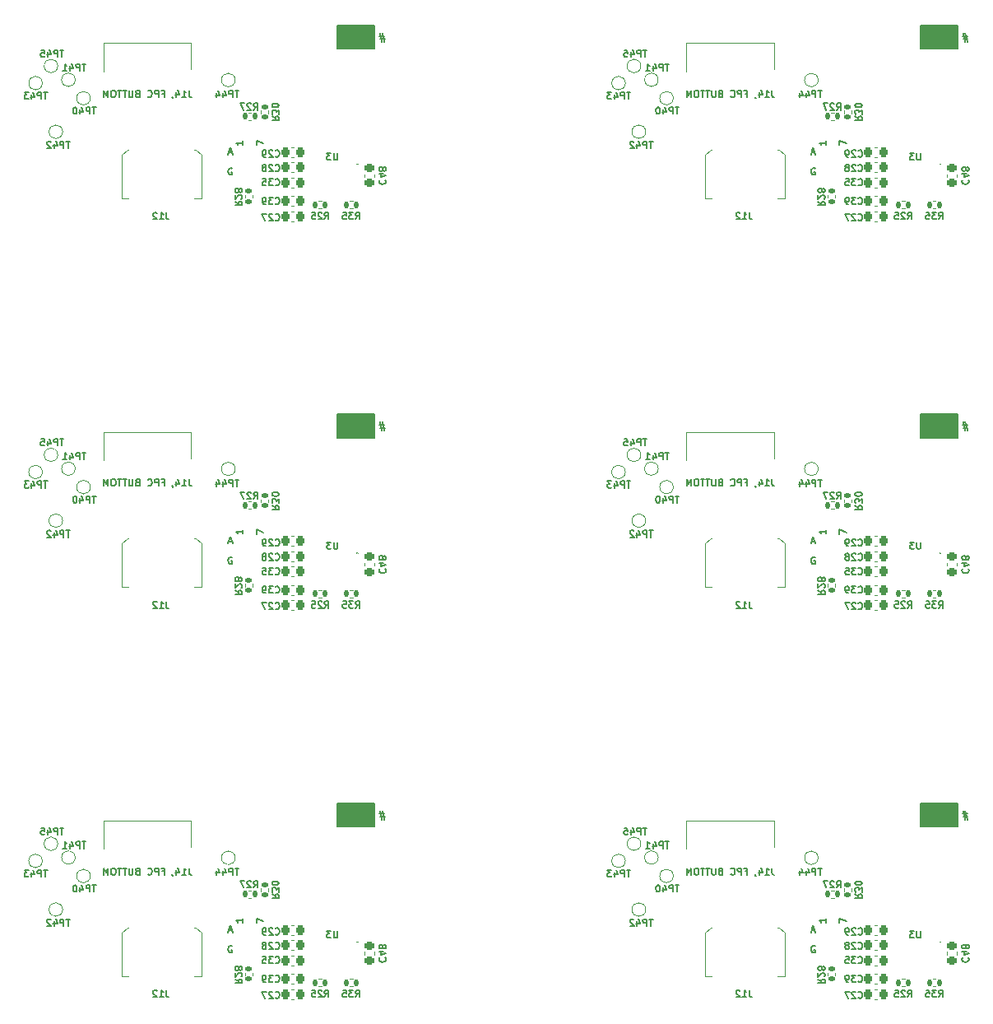
<source format=gbr>
G04 #@! TF.GenerationSoftware,KiCad,Pcbnew,7.0.7*
G04 #@! TF.CreationDate,2024-04-05T11:51:01+02:00*
G04 #@! TF.ProjectId,Versa_ECG_PPG_panel,56657273-615f-4454-9347-5f5050475f70,00*
G04 #@! TF.SameCoordinates,Original*
G04 #@! TF.FileFunction,Legend,Bot*
G04 #@! TF.FilePolarity,Positive*
%FSLAX46Y46*%
G04 Gerber Fmt 4.6, Leading zero omitted, Abs format (unit mm)*
G04 Created by KiCad (PCBNEW 7.0.7) date 2024-04-05 11:51:01*
%MOMM*%
%LPD*%
G01*
G04 APERTURE LIST*
G04 Aperture macros list*
%AMRoundRect*
0 Rectangle with rounded corners*
0 $1 Rounding radius*
0 $2 $3 $4 $5 $6 $7 $8 $9 X,Y pos of 4 corners*
0 Add a 4 corners polygon primitive as box body*
4,1,4,$2,$3,$4,$5,$6,$7,$8,$9,$2,$3,0*
0 Add four circle primitives for the rounded corners*
1,1,$1+$1,$2,$3*
1,1,$1+$1,$4,$5*
1,1,$1+$1,$6,$7*
1,1,$1+$1,$8,$9*
0 Add four rect primitives between the rounded corners*
20,1,$1+$1,$2,$3,$4,$5,0*
20,1,$1+$1,$4,$5,$6,$7,0*
20,1,$1+$1,$6,$7,$8,$9,0*
20,1,$1+$1,$8,$9,$2,$3,0*%
G04 Aperture macros list end*
%ADD10C,0.200000*%
%ADD11C,0.150000*%
%ADD12C,0.120000*%
%ADD13C,0.100000*%
%ADD14C,0.500000*%
%ADD15C,1.500000*%
%ADD16C,2.500000*%
%ADD17C,0.650000*%
%ADD18C,0.854000*%
%ADD19O,2.204000X1.204000*%
%ADD20R,1.000000X1.000000*%
%ADD21C,1.000000*%
%ADD22RoundRect,0.135000X-0.185000X0.135000X-0.185000X-0.135000X0.185000X-0.135000X0.185000X0.135000X0*%
%ADD23RoundRect,0.135000X-0.135000X-0.185000X0.135000X-0.185000X0.135000X0.185000X-0.135000X0.185000X0*%
%ADD24RoundRect,0.225000X0.225000X0.250000X-0.225000X0.250000X-0.225000X-0.250000X0.225000X-0.250000X0*%
%ADD25RoundRect,0.135000X0.135000X0.185000X-0.135000X0.185000X-0.135000X-0.185000X0.135000X-0.185000X0*%
%ADD26RoundRect,0.225000X-0.225000X-0.250000X0.225000X-0.250000X0.225000X0.250000X-0.225000X0.250000X0*%
%ADD27R,0.300000X0.250000*%
%ADD28R,2.100000X2.550000*%
%ADD29RoundRect,0.225000X-0.250000X0.225000X-0.250000X-0.225000X0.250000X-0.225000X0.250000X0.225000X0*%
%ADD30R,0.250000X1.800000*%
%ADD31R,0.750000X1.800000*%
%ADD32R,0.300000X0.670000*%
%ADD33R,0.300000X0.500000*%
%ADD34R,0.350000X1.000000*%
G04 APERTURE END LIST*
D10*
X134938500Y-75799500D02*
X138794500Y-75799500D01*
X138794500Y-78205500D01*
X134938500Y-78205500D01*
X134938500Y-75799500D01*
G36*
X134938500Y-75799500D02*
G01*
X138794500Y-75799500D01*
X138794500Y-78205500D01*
X134938500Y-78205500D01*
X134938500Y-75799500D01*
G37*
X194938500Y-35799500D02*
X198794500Y-35799500D01*
X198794500Y-38205500D01*
X194938500Y-38205500D01*
X194938500Y-35799500D01*
G36*
X194938500Y-35799500D02*
G01*
X198794500Y-35799500D01*
X198794500Y-38205500D01*
X194938500Y-38205500D01*
X194938500Y-35799500D01*
G37*
X194938500Y-75799500D02*
X198794500Y-75799500D01*
X198794500Y-78205500D01*
X194938500Y-78205500D01*
X194938500Y-75799500D01*
G36*
X194938500Y-75799500D02*
G01*
X198794500Y-75799500D01*
X198794500Y-78205500D01*
X194938500Y-78205500D01*
X194938500Y-75799500D01*
G37*
X194938500Y-115799500D02*
X198794500Y-115799500D01*
X198794500Y-118205500D01*
X194938500Y-118205500D01*
X194938500Y-115799500D01*
G36*
X194938500Y-115799500D02*
G01*
X198794500Y-115799500D01*
X198794500Y-118205500D01*
X194938500Y-118205500D01*
X194938500Y-115799500D01*
G37*
X134938500Y-115799500D02*
X138794500Y-115799500D01*
X138794500Y-118205500D01*
X134938500Y-118205500D01*
X134938500Y-115799500D01*
G36*
X134938500Y-115799500D02*
G01*
X138794500Y-115799500D01*
X138794500Y-118205500D01*
X134938500Y-118205500D01*
X134938500Y-115799500D01*
G37*
X134938500Y-35799500D02*
X138794500Y-35799500D01*
X138794500Y-38205500D01*
X134938500Y-38205500D01*
X134938500Y-35799500D01*
G36*
X134938500Y-35799500D02*
G01*
X138794500Y-35799500D01*
X138794500Y-38205500D01*
X134938500Y-38205500D01*
X134938500Y-35799500D01*
G37*
D11*
X139778482Y-76863366D02*
X139278482Y-76863366D01*
X139578482Y-76563366D02*
X139778482Y-77463366D01*
X139345149Y-77163366D02*
X139845149Y-77163366D01*
X139545149Y-77463366D02*
X139345149Y-76563366D01*
X139778482Y-36863366D02*
X139278482Y-36863366D01*
X139578482Y-36563366D02*
X139778482Y-37463366D01*
X139345149Y-37163366D02*
X139845149Y-37163366D01*
X139545149Y-37463366D02*
X139345149Y-36563366D01*
X139778482Y-116863366D02*
X139278482Y-116863366D01*
X139578482Y-116563366D02*
X139778482Y-117463366D01*
X139345149Y-117163366D02*
X139845149Y-117163366D01*
X139545149Y-117463366D02*
X139345149Y-116563366D01*
X199778482Y-76863366D02*
X199278482Y-76863366D01*
X199578482Y-76563366D02*
X199778482Y-77463366D01*
X199345149Y-77163366D02*
X199845149Y-77163366D01*
X199545149Y-77463366D02*
X199345149Y-76563366D01*
X199778482Y-116863366D02*
X199278482Y-116863366D01*
X199578482Y-116563366D02*
X199778482Y-117463366D01*
X199345149Y-117163366D02*
X199845149Y-117163366D01*
X199545149Y-117463366D02*
X199345149Y-116563366D01*
X199778482Y-36863366D02*
X199278482Y-36863366D01*
X199578482Y-36563366D02*
X199778482Y-37463366D01*
X199345149Y-37163366D02*
X199845149Y-37163366D01*
X199545149Y-37463366D02*
X199345149Y-36563366D01*
X184113333Y-130494366D02*
X184046666Y-130461033D01*
X184046666Y-130461033D02*
X183946666Y-130461033D01*
X183946666Y-130461033D02*
X183846666Y-130494366D01*
X183846666Y-130494366D02*
X183780000Y-130561033D01*
X183780000Y-130561033D02*
X183746666Y-130627700D01*
X183746666Y-130627700D02*
X183713333Y-130761033D01*
X183713333Y-130761033D02*
X183713333Y-130861033D01*
X183713333Y-130861033D02*
X183746666Y-130994366D01*
X183746666Y-130994366D02*
X183780000Y-131061033D01*
X183780000Y-131061033D02*
X183846666Y-131127700D01*
X183846666Y-131127700D02*
X183946666Y-131161033D01*
X183946666Y-131161033D02*
X184013333Y-131161033D01*
X184013333Y-131161033D02*
X184113333Y-131127700D01*
X184113333Y-131127700D02*
X184146666Y-131094366D01*
X184146666Y-131094366D02*
X184146666Y-130861033D01*
X184146666Y-130861033D02*
X184013333Y-130861033D01*
X185228033Y-127664599D02*
X185228033Y-128064599D01*
X185228033Y-127864599D02*
X184528033Y-127864599D01*
X184528033Y-127864599D02*
X184628033Y-127931266D01*
X184628033Y-127931266D02*
X184694700Y-127997933D01*
X184694700Y-127997933D02*
X184728033Y-128064599D01*
X186628033Y-128097933D02*
X186628033Y-127631266D01*
X186628033Y-127631266D02*
X187328033Y-127931266D01*
X183763333Y-128861033D02*
X184096666Y-128861033D01*
X183696666Y-129061033D02*
X183930000Y-128361033D01*
X183930000Y-128361033D02*
X184163333Y-129061033D01*
X124113333Y-130494366D02*
X124046666Y-130461033D01*
X124046666Y-130461033D02*
X123946666Y-130461033D01*
X123946666Y-130461033D02*
X123846666Y-130494366D01*
X123846666Y-130494366D02*
X123780000Y-130561033D01*
X123780000Y-130561033D02*
X123746666Y-130627700D01*
X123746666Y-130627700D02*
X123713333Y-130761033D01*
X123713333Y-130761033D02*
X123713333Y-130861033D01*
X123713333Y-130861033D02*
X123746666Y-130994366D01*
X123746666Y-130994366D02*
X123780000Y-131061033D01*
X123780000Y-131061033D02*
X123846666Y-131127700D01*
X123846666Y-131127700D02*
X123946666Y-131161033D01*
X123946666Y-131161033D02*
X124013333Y-131161033D01*
X124013333Y-131161033D02*
X124113333Y-131127700D01*
X124113333Y-131127700D02*
X124146666Y-131094366D01*
X124146666Y-131094366D02*
X124146666Y-130861033D01*
X124146666Y-130861033D02*
X124013333Y-130861033D01*
X125228033Y-127664599D02*
X125228033Y-128064599D01*
X125228033Y-127864599D02*
X124528033Y-127864599D01*
X124528033Y-127864599D02*
X124628033Y-127931266D01*
X124628033Y-127931266D02*
X124694700Y-127997933D01*
X124694700Y-127997933D02*
X124728033Y-128064599D01*
X126628033Y-128097933D02*
X126628033Y-127631266D01*
X126628033Y-127631266D02*
X127328033Y-127931266D01*
X123763333Y-128861033D02*
X124096666Y-128861033D01*
X123696666Y-129061033D02*
X123930000Y-128361033D01*
X123930000Y-128361033D02*
X124163333Y-129061033D01*
X126628033Y-88097933D02*
X126628033Y-87631266D01*
X126628033Y-87631266D02*
X127328033Y-87931266D01*
X124113333Y-90494366D02*
X124046666Y-90461033D01*
X124046666Y-90461033D02*
X123946666Y-90461033D01*
X123946666Y-90461033D02*
X123846666Y-90494366D01*
X123846666Y-90494366D02*
X123780000Y-90561033D01*
X123780000Y-90561033D02*
X123746666Y-90627700D01*
X123746666Y-90627700D02*
X123713333Y-90761033D01*
X123713333Y-90761033D02*
X123713333Y-90861033D01*
X123713333Y-90861033D02*
X123746666Y-90994366D01*
X123746666Y-90994366D02*
X123780000Y-91061033D01*
X123780000Y-91061033D02*
X123846666Y-91127700D01*
X123846666Y-91127700D02*
X123946666Y-91161033D01*
X123946666Y-91161033D02*
X124013333Y-91161033D01*
X124013333Y-91161033D02*
X124113333Y-91127700D01*
X124113333Y-91127700D02*
X124146666Y-91094366D01*
X124146666Y-91094366D02*
X124146666Y-90861033D01*
X124146666Y-90861033D02*
X124013333Y-90861033D01*
X123763333Y-88861033D02*
X124096666Y-88861033D01*
X123696666Y-89061033D02*
X123930000Y-88361033D01*
X123930000Y-88361033D02*
X124163333Y-89061033D01*
X125228033Y-87664599D02*
X125228033Y-88064599D01*
X125228033Y-87864599D02*
X124528033Y-87864599D01*
X124528033Y-87864599D02*
X124628033Y-87931266D01*
X124628033Y-87931266D02*
X124694700Y-87997933D01*
X124694700Y-87997933D02*
X124728033Y-88064599D01*
X185228033Y-87664599D02*
X185228033Y-88064599D01*
X185228033Y-87864599D02*
X184528033Y-87864599D01*
X184528033Y-87864599D02*
X184628033Y-87931266D01*
X184628033Y-87931266D02*
X184694700Y-87997933D01*
X184694700Y-87997933D02*
X184728033Y-88064599D01*
X183763333Y-88861033D02*
X184096666Y-88861033D01*
X183696666Y-89061033D02*
X183930000Y-88361033D01*
X183930000Y-88361033D02*
X184163333Y-89061033D01*
X186628033Y-88097933D02*
X186628033Y-87631266D01*
X186628033Y-87631266D02*
X187328033Y-87931266D01*
X184113333Y-90494366D02*
X184046666Y-90461033D01*
X184046666Y-90461033D02*
X183946666Y-90461033D01*
X183946666Y-90461033D02*
X183846666Y-90494366D01*
X183846666Y-90494366D02*
X183780000Y-90561033D01*
X183780000Y-90561033D02*
X183746666Y-90627700D01*
X183746666Y-90627700D02*
X183713333Y-90761033D01*
X183713333Y-90761033D02*
X183713333Y-90861033D01*
X183713333Y-90861033D02*
X183746666Y-90994366D01*
X183746666Y-90994366D02*
X183780000Y-91061033D01*
X183780000Y-91061033D02*
X183846666Y-91127700D01*
X183846666Y-91127700D02*
X183946666Y-91161033D01*
X183946666Y-91161033D02*
X184013333Y-91161033D01*
X184013333Y-91161033D02*
X184113333Y-91127700D01*
X184113333Y-91127700D02*
X184146666Y-91094366D01*
X184146666Y-91094366D02*
X184146666Y-90861033D01*
X184146666Y-90861033D02*
X184013333Y-90861033D01*
X123763333Y-48861033D02*
X124096666Y-48861033D01*
X123696666Y-49061033D02*
X123930000Y-48361033D01*
X123930000Y-48361033D02*
X124163333Y-49061033D01*
X124113333Y-50494366D02*
X124046666Y-50461033D01*
X124046666Y-50461033D02*
X123946666Y-50461033D01*
X123946666Y-50461033D02*
X123846666Y-50494366D01*
X123846666Y-50494366D02*
X123780000Y-50561033D01*
X123780000Y-50561033D02*
X123746666Y-50627700D01*
X123746666Y-50627700D02*
X123713333Y-50761033D01*
X123713333Y-50761033D02*
X123713333Y-50861033D01*
X123713333Y-50861033D02*
X123746666Y-50994366D01*
X123746666Y-50994366D02*
X123780000Y-51061033D01*
X123780000Y-51061033D02*
X123846666Y-51127700D01*
X123846666Y-51127700D02*
X123946666Y-51161033D01*
X123946666Y-51161033D02*
X124013333Y-51161033D01*
X124013333Y-51161033D02*
X124113333Y-51127700D01*
X124113333Y-51127700D02*
X124146666Y-51094366D01*
X124146666Y-51094366D02*
X124146666Y-50861033D01*
X124146666Y-50861033D02*
X124013333Y-50861033D01*
X125228033Y-47664599D02*
X125228033Y-48064599D01*
X125228033Y-47864599D02*
X124528033Y-47864599D01*
X124528033Y-47864599D02*
X124628033Y-47931266D01*
X124628033Y-47931266D02*
X124694700Y-47997933D01*
X124694700Y-47997933D02*
X124728033Y-48064599D01*
X126628033Y-48097933D02*
X126628033Y-47631266D01*
X126628033Y-47631266D02*
X127328033Y-47931266D01*
X184113333Y-50494366D02*
X184046666Y-50461033D01*
X184046666Y-50461033D02*
X183946666Y-50461033D01*
X183946666Y-50461033D02*
X183846666Y-50494366D01*
X183846666Y-50494366D02*
X183780000Y-50561033D01*
X183780000Y-50561033D02*
X183746666Y-50627700D01*
X183746666Y-50627700D02*
X183713333Y-50761033D01*
X183713333Y-50761033D02*
X183713333Y-50861033D01*
X183713333Y-50861033D02*
X183746666Y-50994366D01*
X183746666Y-50994366D02*
X183780000Y-51061033D01*
X183780000Y-51061033D02*
X183846666Y-51127700D01*
X183846666Y-51127700D02*
X183946666Y-51161033D01*
X183946666Y-51161033D02*
X184013333Y-51161033D01*
X184013333Y-51161033D02*
X184113333Y-51127700D01*
X184113333Y-51127700D02*
X184146666Y-51094366D01*
X184146666Y-51094366D02*
X184146666Y-50861033D01*
X184146666Y-50861033D02*
X184013333Y-50861033D01*
X186628033Y-48097933D02*
X186628033Y-47631266D01*
X186628033Y-47631266D02*
X187328033Y-47931266D01*
X183763333Y-48861033D02*
X184096666Y-48861033D01*
X183696666Y-49061033D02*
X183930000Y-48361033D01*
X183930000Y-48361033D02*
X184163333Y-49061033D01*
X185228033Y-47664599D02*
X185228033Y-48064599D01*
X185228033Y-47864599D02*
X184528033Y-47864599D01*
X184528033Y-47864599D02*
X184628033Y-47931266D01*
X184628033Y-47931266D02*
X184694700Y-47997933D01*
X184694700Y-47997933D02*
X184728033Y-48064599D01*
X188230466Y-125144500D02*
X188563800Y-125377833D01*
X188230466Y-125544500D02*
X188930466Y-125544500D01*
X188930466Y-125544500D02*
X188930466Y-125277833D01*
X188930466Y-125277833D02*
X188897133Y-125211167D01*
X188897133Y-125211167D02*
X188863800Y-125177833D01*
X188863800Y-125177833D02*
X188797133Y-125144500D01*
X188797133Y-125144500D02*
X188697133Y-125144500D01*
X188697133Y-125144500D02*
X188630466Y-125177833D01*
X188630466Y-125177833D02*
X188597133Y-125211167D01*
X188597133Y-125211167D02*
X188563800Y-125277833D01*
X188563800Y-125277833D02*
X188563800Y-125544500D01*
X188930466Y-124911167D02*
X188930466Y-124477833D01*
X188930466Y-124477833D02*
X188663800Y-124711167D01*
X188663800Y-124711167D02*
X188663800Y-124611167D01*
X188663800Y-124611167D02*
X188630466Y-124544500D01*
X188630466Y-124544500D02*
X188597133Y-124511167D01*
X188597133Y-124511167D02*
X188530466Y-124477833D01*
X188530466Y-124477833D02*
X188363800Y-124477833D01*
X188363800Y-124477833D02*
X188297133Y-124511167D01*
X188297133Y-124511167D02*
X188263800Y-124544500D01*
X188263800Y-124544500D02*
X188230466Y-124611167D01*
X188230466Y-124611167D02*
X188230466Y-124811167D01*
X188230466Y-124811167D02*
X188263800Y-124877833D01*
X188263800Y-124877833D02*
X188297133Y-124911167D01*
X188930466Y-124044500D02*
X188930466Y-123977833D01*
X188930466Y-123977833D02*
X188897133Y-123911166D01*
X188897133Y-123911166D02*
X188863800Y-123877833D01*
X188863800Y-123877833D02*
X188797133Y-123844500D01*
X188797133Y-123844500D02*
X188663800Y-123811166D01*
X188663800Y-123811166D02*
X188497133Y-123811166D01*
X188497133Y-123811166D02*
X188363800Y-123844500D01*
X188363800Y-123844500D02*
X188297133Y-123877833D01*
X188297133Y-123877833D02*
X188263800Y-123911166D01*
X188263800Y-123911166D02*
X188230466Y-123977833D01*
X188230466Y-123977833D02*
X188230466Y-124044500D01*
X188230466Y-124044500D02*
X188263800Y-124111166D01*
X188263800Y-124111166D02*
X188297133Y-124144500D01*
X188297133Y-124144500D02*
X188363800Y-124177833D01*
X188363800Y-124177833D02*
X188497133Y-124211166D01*
X188497133Y-124211166D02*
X188663800Y-124211166D01*
X188663800Y-124211166D02*
X188797133Y-124177833D01*
X188797133Y-124177833D02*
X188863800Y-124144500D01*
X188863800Y-124144500D02*
X188897133Y-124111166D01*
X188897133Y-124111166D02*
X188930466Y-124044500D01*
X136832000Y-95716033D02*
X137065333Y-95382700D01*
X137232000Y-95716033D02*
X137232000Y-95016033D01*
X137232000Y-95016033D02*
X136965333Y-95016033D01*
X136965333Y-95016033D02*
X136898667Y-95049366D01*
X136898667Y-95049366D02*
X136865333Y-95082700D01*
X136865333Y-95082700D02*
X136832000Y-95149366D01*
X136832000Y-95149366D02*
X136832000Y-95249366D01*
X136832000Y-95249366D02*
X136865333Y-95316033D01*
X136865333Y-95316033D02*
X136898667Y-95349366D01*
X136898667Y-95349366D02*
X136965333Y-95382700D01*
X136965333Y-95382700D02*
X137232000Y-95382700D01*
X136598667Y-95016033D02*
X136165333Y-95016033D01*
X136165333Y-95016033D02*
X136398667Y-95282700D01*
X136398667Y-95282700D02*
X136298667Y-95282700D01*
X136298667Y-95282700D02*
X136232000Y-95316033D01*
X136232000Y-95316033D02*
X136198667Y-95349366D01*
X136198667Y-95349366D02*
X136165333Y-95416033D01*
X136165333Y-95416033D02*
X136165333Y-95582700D01*
X136165333Y-95582700D02*
X136198667Y-95649366D01*
X136198667Y-95649366D02*
X136232000Y-95682700D01*
X136232000Y-95682700D02*
X136298667Y-95716033D01*
X136298667Y-95716033D02*
X136498667Y-95716033D01*
X136498667Y-95716033D02*
X136565333Y-95682700D01*
X136565333Y-95682700D02*
X136598667Y-95649366D01*
X135532000Y-95016033D02*
X135865333Y-95016033D01*
X135865333Y-95016033D02*
X135898666Y-95349366D01*
X135898666Y-95349366D02*
X135865333Y-95316033D01*
X135865333Y-95316033D02*
X135798666Y-95282700D01*
X135798666Y-95282700D02*
X135632000Y-95282700D01*
X135632000Y-95282700D02*
X135565333Y-95316033D01*
X135565333Y-95316033D02*
X135532000Y-95349366D01*
X135532000Y-95349366D02*
X135498666Y-95416033D01*
X135498666Y-95416033D02*
X135498666Y-95582700D01*
X135498666Y-95582700D02*
X135532000Y-95649366D01*
X135532000Y-95649366D02*
X135565333Y-95682700D01*
X135565333Y-95682700D02*
X135632000Y-95716033D01*
X135632000Y-95716033D02*
X135798666Y-95716033D01*
X135798666Y-95716033D02*
X135865333Y-95682700D01*
X135865333Y-95682700D02*
X135898666Y-95649366D01*
X128559500Y-132196866D02*
X128592833Y-132230200D01*
X128592833Y-132230200D02*
X128692833Y-132263533D01*
X128692833Y-132263533D02*
X128759500Y-132263533D01*
X128759500Y-132263533D02*
X128859500Y-132230200D01*
X128859500Y-132230200D02*
X128926167Y-132163533D01*
X128926167Y-132163533D02*
X128959500Y-132096866D01*
X128959500Y-132096866D02*
X128992833Y-131963533D01*
X128992833Y-131963533D02*
X128992833Y-131863533D01*
X128992833Y-131863533D02*
X128959500Y-131730200D01*
X128959500Y-131730200D02*
X128926167Y-131663533D01*
X128926167Y-131663533D02*
X128859500Y-131596866D01*
X128859500Y-131596866D02*
X128759500Y-131563533D01*
X128759500Y-131563533D02*
X128692833Y-131563533D01*
X128692833Y-131563533D02*
X128592833Y-131596866D01*
X128592833Y-131596866D02*
X128559500Y-131630200D01*
X128326167Y-131563533D02*
X127892833Y-131563533D01*
X127892833Y-131563533D02*
X128126167Y-131830200D01*
X128126167Y-131830200D02*
X128026167Y-131830200D01*
X128026167Y-131830200D02*
X127959500Y-131863533D01*
X127959500Y-131863533D02*
X127926167Y-131896866D01*
X127926167Y-131896866D02*
X127892833Y-131963533D01*
X127892833Y-131963533D02*
X127892833Y-132130200D01*
X127892833Y-132130200D02*
X127926167Y-132196866D01*
X127926167Y-132196866D02*
X127959500Y-132230200D01*
X127959500Y-132230200D02*
X128026167Y-132263533D01*
X128026167Y-132263533D02*
X128226167Y-132263533D01*
X128226167Y-132263533D02*
X128292833Y-132230200D01*
X128292833Y-132230200D02*
X128326167Y-132196866D01*
X127259500Y-131563533D02*
X127592833Y-131563533D01*
X127592833Y-131563533D02*
X127626166Y-131896866D01*
X127626166Y-131896866D02*
X127592833Y-131863533D01*
X127592833Y-131863533D02*
X127526166Y-131830200D01*
X127526166Y-131830200D02*
X127359500Y-131830200D01*
X127359500Y-131830200D02*
X127292833Y-131863533D01*
X127292833Y-131863533D02*
X127259500Y-131896866D01*
X127259500Y-131896866D02*
X127226166Y-131963533D01*
X127226166Y-131963533D02*
X127226166Y-132130200D01*
X127226166Y-132130200D02*
X127259500Y-132196866D01*
X127259500Y-132196866D02*
X127292833Y-132230200D01*
X127292833Y-132230200D02*
X127359500Y-132263533D01*
X127359500Y-132263533D02*
X127526166Y-132263533D01*
X127526166Y-132263533D02*
X127592833Y-132230200D01*
X127592833Y-132230200D02*
X127626166Y-132196866D01*
X126326500Y-44481533D02*
X126559833Y-44148200D01*
X126726500Y-44481533D02*
X126726500Y-43781533D01*
X126726500Y-43781533D02*
X126459833Y-43781533D01*
X126459833Y-43781533D02*
X126393167Y-43814866D01*
X126393167Y-43814866D02*
X126359833Y-43848200D01*
X126359833Y-43848200D02*
X126326500Y-43914866D01*
X126326500Y-43914866D02*
X126326500Y-44014866D01*
X126326500Y-44014866D02*
X126359833Y-44081533D01*
X126359833Y-44081533D02*
X126393167Y-44114866D01*
X126393167Y-44114866D02*
X126459833Y-44148200D01*
X126459833Y-44148200D02*
X126726500Y-44148200D01*
X126059833Y-43848200D02*
X126026500Y-43814866D01*
X126026500Y-43814866D02*
X125959833Y-43781533D01*
X125959833Y-43781533D02*
X125793167Y-43781533D01*
X125793167Y-43781533D02*
X125726500Y-43814866D01*
X125726500Y-43814866D02*
X125693167Y-43848200D01*
X125693167Y-43848200D02*
X125659833Y-43914866D01*
X125659833Y-43914866D02*
X125659833Y-43981533D01*
X125659833Y-43981533D02*
X125693167Y-44081533D01*
X125693167Y-44081533D02*
X126093167Y-44481533D01*
X126093167Y-44481533D02*
X125659833Y-44481533D01*
X125426500Y-43781533D02*
X124959833Y-43781533D01*
X124959833Y-43781533D02*
X125259833Y-44481533D01*
X188559500Y-89249866D02*
X188592833Y-89283200D01*
X188592833Y-89283200D02*
X188692833Y-89316533D01*
X188692833Y-89316533D02*
X188759500Y-89316533D01*
X188759500Y-89316533D02*
X188859500Y-89283200D01*
X188859500Y-89283200D02*
X188926167Y-89216533D01*
X188926167Y-89216533D02*
X188959500Y-89149866D01*
X188959500Y-89149866D02*
X188992833Y-89016533D01*
X188992833Y-89016533D02*
X188992833Y-88916533D01*
X188992833Y-88916533D02*
X188959500Y-88783200D01*
X188959500Y-88783200D02*
X188926167Y-88716533D01*
X188926167Y-88716533D02*
X188859500Y-88649866D01*
X188859500Y-88649866D02*
X188759500Y-88616533D01*
X188759500Y-88616533D02*
X188692833Y-88616533D01*
X188692833Y-88616533D02*
X188592833Y-88649866D01*
X188592833Y-88649866D02*
X188559500Y-88683200D01*
X188292833Y-88683200D02*
X188259500Y-88649866D01*
X188259500Y-88649866D02*
X188192833Y-88616533D01*
X188192833Y-88616533D02*
X188026167Y-88616533D01*
X188026167Y-88616533D02*
X187959500Y-88649866D01*
X187959500Y-88649866D02*
X187926167Y-88683200D01*
X187926167Y-88683200D02*
X187892833Y-88749866D01*
X187892833Y-88749866D02*
X187892833Y-88816533D01*
X187892833Y-88816533D02*
X187926167Y-88916533D01*
X187926167Y-88916533D02*
X188326167Y-89316533D01*
X188326167Y-89316533D02*
X187892833Y-89316533D01*
X187559500Y-89316533D02*
X187426166Y-89316533D01*
X187426166Y-89316533D02*
X187359500Y-89283200D01*
X187359500Y-89283200D02*
X187326166Y-89249866D01*
X187326166Y-89249866D02*
X187259500Y-89149866D01*
X187259500Y-89149866D02*
X187226166Y-89016533D01*
X187226166Y-89016533D02*
X187226166Y-88749866D01*
X187226166Y-88749866D02*
X187259500Y-88683200D01*
X187259500Y-88683200D02*
X187292833Y-88649866D01*
X187292833Y-88649866D02*
X187359500Y-88616533D01*
X187359500Y-88616533D02*
X187492833Y-88616533D01*
X187492833Y-88616533D02*
X187559500Y-88649866D01*
X187559500Y-88649866D02*
X187592833Y-88683200D01*
X187592833Y-88683200D02*
X187626166Y-88749866D01*
X187626166Y-88749866D02*
X187626166Y-88916533D01*
X187626166Y-88916533D02*
X187592833Y-88983200D01*
X187592833Y-88983200D02*
X187559500Y-89016533D01*
X187559500Y-89016533D02*
X187492833Y-89049866D01*
X187492833Y-89049866D02*
X187359500Y-89049866D01*
X187359500Y-89049866D02*
X187292833Y-89016533D01*
X187292833Y-89016533D02*
X187259500Y-88983200D01*
X187259500Y-88983200D02*
X187226166Y-88916533D01*
X166793166Y-38313533D02*
X166393166Y-38313533D01*
X166593166Y-39013533D02*
X166593166Y-38313533D01*
X166159833Y-39013533D02*
X166159833Y-38313533D01*
X166159833Y-38313533D02*
X165893166Y-38313533D01*
X165893166Y-38313533D02*
X165826500Y-38346866D01*
X165826500Y-38346866D02*
X165793166Y-38380200D01*
X165793166Y-38380200D02*
X165759833Y-38446866D01*
X165759833Y-38446866D02*
X165759833Y-38546866D01*
X165759833Y-38546866D02*
X165793166Y-38613533D01*
X165793166Y-38613533D02*
X165826500Y-38646866D01*
X165826500Y-38646866D02*
X165893166Y-38680200D01*
X165893166Y-38680200D02*
X166159833Y-38680200D01*
X165159833Y-38546866D02*
X165159833Y-39013533D01*
X165326500Y-38280200D02*
X165493166Y-38780200D01*
X165493166Y-38780200D02*
X165059833Y-38780200D01*
X164459833Y-38313533D02*
X164793166Y-38313533D01*
X164793166Y-38313533D02*
X164826499Y-38646866D01*
X164826499Y-38646866D02*
X164793166Y-38613533D01*
X164793166Y-38613533D02*
X164726499Y-38580200D01*
X164726499Y-38580200D02*
X164559833Y-38580200D01*
X164559833Y-38580200D02*
X164493166Y-38613533D01*
X164493166Y-38613533D02*
X164459833Y-38646866D01*
X164459833Y-38646866D02*
X164426499Y-38713533D01*
X164426499Y-38713533D02*
X164426499Y-38880200D01*
X164426499Y-38880200D02*
X164459833Y-38946866D01*
X164459833Y-38946866D02*
X164493166Y-38980200D01*
X164493166Y-38980200D02*
X164559833Y-39013533D01*
X164559833Y-39013533D02*
X164726499Y-39013533D01*
X164726499Y-39013533D02*
X164793166Y-38980200D01*
X164793166Y-38980200D02*
X164826499Y-38946866D01*
X128559500Y-89249866D02*
X128592833Y-89283200D01*
X128592833Y-89283200D02*
X128692833Y-89316533D01*
X128692833Y-89316533D02*
X128759500Y-89316533D01*
X128759500Y-89316533D02*
X128859500Y-89283200D01*
X128859500Y-89283200D02*
X128926167Y-89216533D01*
X128926167Y-89216533D02*
X128959500Y-89149866D01*
X128959500Y-89149866D02*
X128992833Y-89016533D01*
X128992833Y-89016533D02*
X128992833Y-88916533D01*
X128992833Y-88916533D02*
X128959500Y-88783200D01*
X128959500Y-88783200D02*
X128926167Y-88716533D01*
X128926167Y-88716533D02*
X128859500Y-88649866D01*
X128859500Y-88649866D02*
X128759500Y-88616533D01*
X128759500Y-88616533D02*
X128692833Y-88616533D01*
X128692833Y-88616533D02*
X128592833Y-88649866D01*
X128592833Y-88649866D02*
X128559500Y-88683200D01*
X128292833Y-88683200D02*
X128259500Y-88649866D01*
X128259500Y-88649866D02*
X128192833Y-88616533D01*
X128192833Y-88616533D02*
X128026167Y-88616533D01*
X128026167Y-88616533D02*
X127959500Y-88649866D01*
X127959500Y-88649866D02*
X127926167Y-88683200D01*
X127926167Y-88683200D02*
X127892833Y-88749866D01*
X127892833Y-88749866D02*
X127892833Y-88816533D01*
X127892833Y-88816533D02*
X127926167Y-88916533D01*
X127926167Y-88916533D02*
X128326167Y-89316533D01*
X128326167Y-89316533D02*
X127892833Y-89316533D01*
X127559500Y-89316533D02*
X127426166Y-89316533D01*
X127426166Y-89316533D02*
X127359500Y-89283200D01*
X127359500Y-89283200D02*
X127326166Y-89249866D01*
X127326166Y-89249866D02*
X127259500Y-89149866D01*
X127259500Y-89149866D02*
X127226166Y-89016533D01*
X127226166Y-89016533D02*
X127226166Y-88749866D01*
X127226166Y-88749866D02*
X127259500Y-88683200D01*
X127259500Y-88683200D02*
X127292833Y-88649866D01*
X127292833Y-88649866D02*
X127359500Y-88616533D01*
X127359500Y-88616533D02*
X127492833Y-88616533D01*
X127492833Y-88616533D02*
X127559500Y-88649866D01*
X127559500Y-88649866D02*
X127592833Y-88683200D01*
X127592833Y-88683200D02*
X127626166Y-88749866D01*
X127626166Y-88749866D02*
X127626166Y-88916533D01*
X127626166Y-88916533D02*
X127592833Y-88983200D01*
X127592833Y-88983200D02*
X127559500Y-89016533D01*
X127559500Y-89016533D02*
X127492833Y-89049866D01*
X127492833Y-89049866D02*
X127359500Y-89049866D01*
X127359500Y-89049866D02*
X127292833Y-89016533D01*
X127292833Y-89016533D02*
X127259500Y-88983200D01*
X127259500Y-88983200D02*
X127226166Y-88916533D01*
X128559500Y-52196866D02*
X128592833Y-52230200D01*
X128592833Y-52230200D02*
X128692833Y-52263533D01*
X128692833Y-52263533D02*
X128759500Y-52263533D01*
X128759500Y-52263533D02*
X128859500Y-52230200D01*
X128859500Y-52230200D02*
X128926167Y-52163533D01*
X128926167Y-52163533D02*
X128959500Y-52096866D01*
X128959500Y-52096866D02*
X128992833Y-51963533D01*
X128992833Y-51963533D02*
X128992833Y-51863533D01*
X128992833Y-51863533D02*
X128959500Y-51730200D01*
X128959500Y-51730200D02*
X128926167Y-51663533D01*
X128926167Y-51663533D02*
X128859500Y-51596866D01*
X128859500Y-51596866D02*
X128759500Y-51563533D01*
X128759500Y-51563533D02*
X128692833Y-51563533D01*
X128692833Y-51563533D02*
X128592833Y-51596866D01*
X128592833Y-51596866D02*
X128559500Y-51630200D01*
X128326167Y-51563533D02*
X127892833Y-51563533D01*
X127892833Y-51563533D02*
X128126167Y-51830200D01*
X128126167Y-51830200D02*
X128026167Y-51830200D01*
X128026167Y-51830200D02*
X127959500Y-51863533D01*
X127959500Y-51863533D02*
X127926167Y-51896866D01*
X127926167Y-51896866D02*
X127892833Y-51963533D01*
X127892833Y-51963533D02*
X127892833Y-52130200D01*
X127892833Y-52130200D02*
X127926167Y-52196866D01*
X127926167Y-52196866D02*
X127959500Y-52230200D01*
X127959500Y-52230200D02*
X128026167Y-52263533D01*
X128026167Y-52263533D02*
X128226167Y-52263533D01*
X128226167Y-52263533D02*
X128292833Y-52230200D01*
X128292833Y-52230200D02*
X128326167Y-52196866D01*
X127259500Y-51563533D02*
X127592833Y-51563533D01*
X127592833Y-51563533D02*
X127626166Y-51896866D01*
X127626166Y-51896866D02*
X127592833Y-51863533D01*
X127592833Y-51863533D02*
X127526166Y-51830200D01*
X127526166Y-51830200D02*
X127359500Y-51830200D01*
X127359500Y-51830200D02*
X127292833Y-51863533D01*
X127292833Y-51863533D02*
X127259500Y-51896866D01*
X127259500Y-51896866D02*
X127226166Y-51963533D01*
X127226166Y-51963533D02*
X127226166Y-52130200D01*
X127226166Y-52130200D02*
X127259500Y-52196866D01*
X127259500Y-52196866D02*
X127292833Y-52230200D01*
X127292833Y-52230200D02*
X127359500Y-52263533D01*
X127359500Y-52263533D02*
X127526166Y-52263533D01*
X127526166Y-52263533D02*
X127592833Y-52230200D01*
X127592833Y-52230200D02*
X127626166Y-52196866D01*
X124813166Y-122492533D02*
X124413166Y-122492533D01*
X124613166Y-123192533D02*
X124613166Y-122492533D01*
X124179833Y-123192533D02*
X124179833Y-122492533D01*
X124179833Y-122492533D02*
X123913166Y-122492533D01*
X123913166Y-122492533D02*
X123846500Y-122525866D01*
X123846500Y-122525866D02*
X123813166Y-122559200D01*
X123813166Y-122559200D02*
X123779833Y-122625866D01*
X123779833Y-122625866D02*
X123779833Y-122725866D01*
X123779833Y-122725866D02*
X123813166Y-122792533D01*
X123813166Y-122792533D02*
X123846500Y-122825866D01*
X123846500Y-122825866D02*
X123913166Y-122859200D01*
X123913166Y-122859200D02*
X124179833Y-122859200D01*
X123179833Y-122725866D02*
X123179833Y-123192533D01*
X123346500Y-122459200D02*
X123513166Y-122959200D01*
X123513166Y-122959200D02*
X123079833Y-122959200D01*
X122513166Y-122725866D02*
X122513166Y-123192533D01*
X122679833Y-122459200D02*
X122846499Y-122959200D01*
X122846499Y-122959200D02*
X122413166Y-122959200D01*
X124422466Y-53894500D02*
X124755800Y-54127833D01*
X124422466Y-54294500D02*
X125122466Y-54294500D01*
X125122466Y-54294500D02*
X125122466Y-54027833D01*
X125122466Y-54027833D02*
X125089133Y-53961167D01*
X125089133Y-53961167D02*
X125055800Y-53927833D01*
X125055800Y-53927833D02*
X124989133Y-53894500D01*
X124989133Y-53894500D02*
X124889133Y-53894500D01*
X124889133Y-53894500D02*
X124822466Y-53927833D01*
X124822466Y-53927833D02*
X124789133Y-53961167D01*
X124789133Y-53961167D02*
X124755800Y-54027833D01*
X124755800Y-54027833D02*
X124755800Y-54294500D01*
X125055800Y-53627833D02*
X125089133Y-53594500D01*
X125089133Y-53594500D02*
X125122466Y-53527833D01*
X125122466Y-53527833D02*
X125122466Y-53361167D01*
X125122466Y-53361167D02*
X125089133Y-53294500D01*
X125089133Y-53294500D02*
X125055800Y-53261167D01*
X125055800Y-53261167D02*
X124989133Y-53227833D01*
X124989133Y-53227833D02*
X124922466Y-53227833D01*
X124922466Y-53227833D02*
X124822466Y-53261167D01*
X124822466Y-53261167D02*
X124422466Y-53661167D01*
X124422466Y-53661167D02*
X124422466Y-53227833D01*
X124822466Y-52827833D02*
X124855800Y-52894500D01*
X124855800Y-52894500D02*
X124889133Y-52927833D01*
X124889133Y-52927833D02*
X124955800Y-52961166D01*
X124955800Y-52961166D02*
X124989133Y-52961166D01*
X124989133Y-52961166D02*
X125055800Y-52927833D01*
X125055800Y-52927833D02*
X125089133Y-52894500D01*
X125089133Y-52894500D02*
X125122466Y-52827833D01*
X125122466Y-52827833D02*
X125122466Y-52694500D01*
X125122466Y-52694500D02*
X125089133Y-52627833D01*
X125089133Y-52627833D02*
X125055800Y-52594500D01*
X125055800Y-52594500D02*
X124989133Y-52561166D01*
X124989133Y-52561166D02*
X124955800Y-52561166D01*
X124955800Y-52561166D02*
X124889133Y-52594500D01*
X124889133Y-52594500D02*
X124855800Y-52627833D01*
X124855800Y-52627833D02*
X124822466Y-52694500D01*
X124822466Y-52694500D02*
X124822466Y-52827833D01*
X124822466Y-52827833D02*
X124789133Y-52894500D01*
X124789133Y-52894500D02*
X124755800Y-52927833D01*
X124755800Y-52927833D02*
X124689133Y-52961166D01*
X124689133Y-52961166D02*
X124555800Y-52961166D01*
X124555800Y-52961166D02*
X124489133Y-52927833D01*
X124489133Y-52927833D02*
X124455800Y-52894500D01*
X124455800Y-52894500D02*
X124422466Y-52827833D01*
X124422466Y-52827833D02*
X124422466Y-52694500D01*
X124422466Y-52694500D02*
X124455800Y-52627833D01*
X124455800Y-52627833D02*
X124489133Y-52594500D01*
X124489133Y-52594500D02*
X124555800Y-52561166D01*
X124555800Y-52561166D02*
X124689133Y-52561166D01*
X124689133Y-52561166D02*
X124755800Y-52594500D01*
X124755800Y-52594500D02*
X124789133Y-52627833D01*
X124789133Y-52627833D02*
X124822466Y-52694500D01*
X188559500Y-94107866D02*
X188592833Y-94141200D01*
X188592833Y-94141200D02*
X188692833Y-94174533D01*
X188692833Y-94174533D02*
X188759500Y-94174533D01*
X188759500Y-94174533D02*
X188859500Y-94141200D01*
X188859500Y-94141200D02*
X188926167Y-94074533D01*
X188926167Y-94074533D02*
X188959500Y-94007866D01*
X188959500Y-94007866D02*
X188992833Y-93874533D01*
X188992833Y-93874533D02*
X188992833Y-93774533D01*
X188992833Y-93774533D02*
X188959500Y-93641200D01*
X188959500Y-93641200D02*
X188926167Y-93574533D01*
X188926167Y-93574533D02*
X188859500Y-93507866D01*
X188859500Y-93507866D02*
X188759500Y-93474533D01*
X188759500Y-93474533D02*
X188692833Y-93474533D01*
X188692833Y-93474533D02*
X188592833Y-93507866D01*
X188592833Y-93507866D02*
X188559500Y-93541200D01*
X188326167Y-93474533D02*
X187892833Y-93474533D01*
X187892833Y-93474533D02*
X188126167Y-93741200D01*
X188126167Y-93741200D02*
X188026167Y-93741200D01*
X188026167Y-93741200D02*
X187959500Y-93774533D01*
X187959500Y-93774533D02*
X187926167Y-93807866D01*
X187926167Y-93807866D02*
X187892833Y-93874533D01*
X187892833Y-93874533D02*
X187892833Y-94041200D01*
X187892833Y-94041200D02*
X187926167Y-94107866D01*
X187926167Y-94107866D02*
X187959500Y-94141200D01*
X187959500Y-94141200D02*
X188026167Y-94174533D01*
X188026167Y-94174533D02*
X188226167Y-94174533D01*
X188226167Y-94174533D02*
X188292833Y-94141200D01*
X188292833Y-94141200D02*
X188326167Y-94107866D01*
X187559500Y-94174533D02*
X187426166Y-94174533D01*
X187426166Y-94174533D02*
X187359500Y-94141200D01*
X187359500Y-94141200D02*
X187326166Y-94107866D01*
X187326166Y-94107866D02*
X187259500Y-94007866D01*
X187259500Y-94007866D02*
X187226166Y-93874533D01*
X187226166Y-93874533D02*
X187226166Y-93607866D01*
X187226166Y-93607866D02*
X187259500Y-93541200D01*
X187259500Y-93541200D02*
X187292833Y-93507866D01*
X187292833Y-93507866D02*
X187359500Y-93474533D01*
X187359500Y-93474533D02*
X187492833Y-93474533D01*
X187492833Y-93474533D02*
X187559500Y-93507866D01*
X187559500Y-93507866D02*
X187592833Y-93541200D01*
X187592833Y-93541200D02*
X187626166Y-93607866D01*
X187626166Y-93607866D02*
X187626166Y-93774533D01*
X187626166Y-93774533D02*
X187592833Y-93841200D01*
X187592833Y-93841200D02*
X187559500Y-93874533D01*
X187559500Y-93874533D02*
X187492833Y-93907866D01*
X187492833Y-93907866D02*
X187359500Y-93907866D01*
X187359500Y-93907866D02*
X187292833Y-93874533D01*
X187292833Y-93874533D02*
X187259500Y-93841200D01*
X187259500Y-93841200D02*
X187226166Y-93774533D01*
X126326500Y-84481533D02*
X126559833Y-84148200D01*
X126726500Y-84481533D02*
X126726500Y-83781533D01*
X126726500Y-83781533D02*
X126459833Y-83781533D01*
X126459833Y-83781533D02*
X126393167Y-83814866D01*
X126393167Y-83814866D02*
X126359833Y-83848200D01*
X126359833Y-83848200D02*
X126326500Y-83914866D01*
X126326500Y-83914866D02*
X126326500Y-84014866D01*
X126326500Y-84014866D02*
X126359833Y-84081533D01*
X126359833Y-84081533D02*
X126393167Y-84114866D01*
X126393167Y-84114866D02*
X126459833Y-84148200D01*
X126459833Y-84148200D02*
X126726500Y-84148200D01*
X126059833Y-83848200D02*
X126026500Y-83814866D01*
X126026500Y-83814866D02*
X125959833Y-83781533D01*
X125959833Y-83781533D02*
X125793167Y-83781533D01*
X125793167Y-83781533D02*
X125726500Y-83814866D01*
X125726500Y-83814866D02*
X125693167Y-83848200D01*
X125693167Y-83848200D02*
X125659833Y-83914866D01*
X125659833Y-83914866D02*
X125659833Y-83981533D01*
X125659833Y-83981533D02*
X125693167Y-84081533D01*
X125693167Y-84081533D02*
X126093167Y-84481533D01*
X126093167Y-84481533D02*
X125659833Y-84481533D01*
X125426500Y-83781533D02*
X124959833Y-83781533D01*
X124959833Y-83781533D02*
X125259833Y-84481533D01*
X109075166Y-119743533D02*
X108675166Y-119743533D01*
X108875166Y-120443533D02*
X108875166Y-119743533D01*
X108441833Y-120443533D02*
X108441833Y-119743533D01*
X108441833Y-119743533D02*
X108175166Y-119743533D01*
X108175166Y-119743533D02*
X108108500Y-119776866D01*
X108108500Y-119776866D02*
X108075166Y-119810200D01*
X108075166Y-119810200D02*
X108041833Y-119876866D01*
X108041833Y-119876866D02*
X108041833Y-119976866D01*
X108041833Y-119976866D02*
X108075166Y-120043533D01*
X108075166Y-120043533D02*
X108108500Y-120076866D01*
X108108500Y-120076866D02*
X108175166Y-120110200D01*
X108175166Y-120110200D02*
X108441833Y-120110200D01*
X107441833Y-119976866D02*
X107441833Y-120443533D01*
X107608500Y-119710200D02*
X107775166Y-120210200D01*
X107775166Y-120210200D02*
X107341833Y-120210200D01*
X106708499Y-120443533D02*
X107108499Y-120443533D01*
X106908499Y-120443533D02*
X106908499Y-119743533D01*
X106908499Y-119743533D02*
X106975166Y-119843533D01*
X106975166Y-119843533D02*
X107041833Y-119910200D01*
X107041833Y-119910200D02*
X107108499Y-119943533D01*
X167425166Y-127718533D02*
X167025166Y-127718533D01*
X167225166Y-128418533D02*
X167225166Y-127718533D01*
X166791833Y-128418533D02*
X166791833Y-127718533D01*
X166791833Y-127718533D02*
X166525166Y-127718533D01*
X166525166Y-127718533D02*
X166458500Y-127751866D01*
X166458500Y-127751866D02*
X166425166Y-127785200D01*
X166425166Y-127785200D02*
X166391833Y-127851866D01*
X166391833Y-127851866D02*
X166391833Y-127951866D01*
X166391833Y-127951866D02*
X166425166Y-128018533D01*
X166425166Y-128018533D02*
X166458500Y-128051866D01*
X166458500Y-128051866D02*
X166525166Y-128085200D01*
X166525166Y-128085200D02*
X166791833Y-128085200D01*
X165791833Y-127951866D02*
X165791833Y-128418533D01*
X165958500Y-127685200D02*
X166125166Y-128185200D01*
X166125166Y-128185200D02*
X165691833Y-128185200D01*
X165458499Y-127785200D02*
X165425166Y-127751866D01*
X165425166Y-127751866D02*
X165358499Y-127718533D01*
X165358499Y-127718533D02*
X165191833Y-127718533D01*
X165191833Y-127718533D02*
X165125166Y-127751866D01*
X165125166Y-127751866D02*
X165091833Y-127785200D01*
X165091833Y-127785200D02*
X165058499Y-127851866D01*
X165058499Y-127851866D02*
X165058499Y-127918533D01*
X165058499Y-127918533D02*
X165091833Y-128018533D01*
X165091833Y-128018533D02*
X165491833Y-128418533D01*
X165491833Y-128418533D02*
X165058499Y-128418533D01*
X128559500Y-50723366D02*
X128592833Y-50756700D01*
X128592833Y-50756700D02*
X128692833Y-50790033D01*
X128692833Y-50790033D02*
X128759500Y-50790033D01*
X128759500Y-50790033D02*
X128859500Y-50756700D01*
X128859500Y-50756700D02*
X128926167Y-50690033D01*
X128926167Y-50690033D02*
X128959500Y-50623366D01*
X128959500Y-50623366D02*
X128992833Y-50490033D01*
X128992833Y-50490033D02*
X128992833Y-50390033D01*
X128992833Y-50390033D02*
X128959500Y-50256700D01*
X128959500Y-50256700D02*
X128926167Y-50190033D01*
X128926167Y-50190033D02*
X128859500Y-50123366D01*
X128859500Y-50123366D02*
X128759500Y-50090033D01*
X128759500Y-50090033D02*
X128692833Y-50090033D01*
X128692833Y-50090033D02*
X128592833Y-50123366D01*
X128592833Y-50123366D02*
X128559500Y-50156700D01*
X128292833Y-50156700D02*
X128259500Y-50123366D01*
X128259500Y-50123366D02*
X128192833Y-50090033D01*
X128192833Y-50090033D02*
X128026167Y-50090033D01*
X128026167Y-50090033D02*
X127959500Y-50123366D01*
X127959500Y-50123366D02*
X127926167Y-50156700D01*
X127926167Y-50156700D02*
X127892833Y-50223366D01*
X127892833Y-50223366D02*
X127892833Y-50290033D01*
X127892833Y-50290033D02*
X127926167Y-50390033D01*
X127926167Y-50390033D02*
X128326167Y-50790033D01*
X128326167Y-50790033D02*
X127892833Y-50790033D01*
X127492833Y-50390033D02*
X127559500Y-50356700D01*
X127559500Y-50356700D02*
X127592833Y-50323366D01*
X127592833Y-50323366D02*
X127626166Y-50256700D01*
X127626166Y-50256700D02*
X127626166Y-50223366D01*
X127626166Y-50223366D02*
X127592833Y-50156700D01*
X127592833Y-50156700D02*
X127559500Y-50123366D01*
X127559500Y-50123366D02*
X127492833Y-50090033D01*
X127492833Y-50090033D02*
X127359500Y-50090033D01*
X127359500Y-50090033D02*
X127292833Y-50123366D01*
X127292833Y-50123366D02*
X127259500Y-50156700D01*
X127259500Y-50156700D02*
X127226166Y-50223366D01*
X127226166Y-50223366D02*
X127226166Y-50256700D01*
X127226166Y-50256700D02*
X127259500Y-50323366D01*
X127259500Y-50323366D02*
X127292833Y-50356700D01*
X127292833Y-50356700D02*
X127359500Y-50390033D01*
X127359500Y-50390033D02*
X127492833Y-50390033D01*
X127492833Y-50390033D02*
X127559500Y-50423366D01*
X127559500Y-50423366D02*
X127592833Y-50456700D01*
X127592833Y-50456700D02*
X127626166Y-50523366D01*
X127626166Y-50523366D02*
X127626166Y-50656700D01*
X127626166Y-50656700D02*
X127592833Y-50723366D01*
X127592833Y-50723366D02*
X127559500Y-50756700D01*
X127559500Y-50756700D02*
X127492833Y-50790033D01*
X127492833Y-50790033D02*
X127359500Y-50790033D01*
X127359500Y-50790033D02*
X127292833Y-50756700D01*
X127292833Y-50756700D02*
X127259500Y-50723366D01*
X127259500Y-50723366D02*
X127226166Y-50656700D01*
X127226166Y-50656700D02*
X127226166Y-50523366D01*
X127226166Y-50523366D02*
X127259500Y-50456700D01*
X127259500Y-50456700D02*
X127292833Y-50423366D01*
X127292833Y-50423366D02*
X127359500Y-50390033D01*
X134981833Y-128935533D02*
X134981833Y-129502200D01*
X134981833Y-129502200D02*
X134948500Y-129568866D01*
X134948500Y-129568866D02*
X134915166Y-129602200D01*
X134915166Y-129602200D02*
X134848500Y-129635533D01*
X134848500Y-129635533D02*
X134715166Y-129635533D01*
X134715166Y-129635533D02*
X134648500Y-129602200D01*
X134648500Y-129602200D02*
X134615166Y-129568866D01*
X134615166Y-129568866D02*
X134581833Y-129502200D01*
X134581833Y-129502200D02*
X134581833Y-128935533D01*
X134315167Y-128935533D02*
X133881833Y-128935533D01*
X133881833Y-128935533D02*
X134115167Y-129202200D01*
X134115167Y-129202200D02*
X134015167Y-129202200D01*
X134015167Y-129202200D02*
X133948500Y-129235533D01*
X133948500Y-129235533D02*
X133915167Y-129268866D01*
X133915167Y-129268866D02*
X133881833Y-129335533D01*
X133881833Y-129335533D02*
X133881833Y-129502200D01*
X133881833Y-129502200D02*
X133915167Y-129568866D01*
X133915167Y-129568866D02*
X133948500Y-129602200D01*
X133948500Y-129602200D02*
X134015167Y-129635533D01*
X134015167Y-129635533D02*
X134215167Y-129635533D01*
X134215167Y-129635533D02*
X134281833Y-129602200D01*
X134281833Y-129602200D02*
X134315167Y-129568866D01*
X194981833Y-88935533D02*
X194981833Y-89502200D01*
X194981833Y-89502200D02*
X194948500Y-89568866D01*
X194948500Y-89568866D02*
X194915166Y-89602200D01*
X194915166Y-89602200D02*
X194848500Y-89635533D01*
X194848500Y-89635533D02*
X194715166Y-89635533D01*
X194715166Y-89635533D02*
X194648500Y-89602200D01*
X194648500Y-89602200D02*
X194615166Y-89568866D01*
X194615166Y-89568866D02*
X194581833Y-89502200D01*
X194581833Y-89502200D02*
X194581833Y-88935533D01*
X194315167Y-88935533D02*
X193881833Y-88935533D01*
X193881833Y-88935533D02*
X194115167Y-89202200D01*
X194115167Y-89202200D02*
X194015167Y-89202200D01*
X194015167Y-89202200D02*
X193948500Y-89235533D01*
X193948500Y-89235533D02*
X193915167Y-89268866D01*
X193915167Y-89268866D02*
X193881833Y-89335533D01*
X193881833Y-89335533D02*
X193881833Y-89502200D01*
X193881833Y-89502200D02*
X193915167Y-89568866D01*
X193915167Y-89568866D02*
X193948500Y-89602200D01*
X193948500Y-89602200D02*
X194015167Y-89635533D01*
X194015167Y-89635533D02*
X194215167Y-89635533D01*
X194215167Y-89635533D02*
X194281833Y-89602200D01*
X194281833Y-89602200D02*
X194315167Y-89568866D01*
X128559500Y-134107866D02*
X128592833Y-134141200D01*
X128592833Y-134141200D02*
X128692833Y-134174533D01*
X128692833Y-134174533D02*
X128759500Y-134174533D01*
X128759500Y-134174533D02*
X128859500Y-134141200D01*
X128859500Y-134141200D02*
X128926167Y-134074533D01*
X128926167Y-134074533D02*
X128959500Y-134007866D01*
X128959500Y-134007866D02*
X128992833Y-133874533D01*
X128992833Y-133874533D02*
X128992833Y-133774533D01*
X128992833Y-133774533D02*
X128959500Y-133641200D01*
X128959500Y-133641200D02*
X128926167Y-133574533D01*
X128926167Y-133574533D02*
X128859500Y-133507866D01*
X128859500Y-133507866D02*
X128759500Y-133474533D01*
X128759500Y-133474533D02*
X128692833Y-133474533D01*
X128692833Y-133474533D02*
X128592833Y-133507866D01*
X128592833Y-133507866D02*
X128559500Y-133541200D01*
X128326167Y-133474533D02*
X127892833Y-133474533D01*
X127892833Y-133474533D02*
X128126167Y-133741200D01*
X128126167Y-133741200D02*
X128026167Y-133741200D01*
X128026167Y-133741200D02*
X127959500Y-133774533D01*
X127959500Y-133774533D02*
X127926167Y-133807866D01*
X127926167Y-133807866D02*
X127892833Y-133874533D01*
X127892833Y-133874533D02*
X127892833Y-134041200D01*
X127892833Y-134041200D02*
X127926167Y-134107866D01*
X127926167Y-134107866D02*
X127959500Y-134141200D01*
X127959500Y-134141200D02*
X128026167Y-134174533D01*
X128026167Y-134174533D02*
X128226167Y-134174533D01*
X128226167Y-134174533D02*
X128292833Y-134141200D01*
X128292833Y-134141200D02*
X128326167Y-134107866D01*
X127559500Y-134174533D02*
X127426166Y-134174533D01*
X127426166Y-134174533D02*
X127359500Y-134141200D01*
X127359500Y-134141200D02*
X127326166Y-134107866D01*
X127326166Y-134107866D02*
X127259500Y-134007866D01*
X127259500Y-134007866D02*
X127226166Y-133874533D01*
X127226166Y-133874533D02*
X127226166Y-133607866D01*
X127226166Y-133607866D02*
X127259500Y-133541200D01*
X127259500Y-133541200D02*
X127292833Y-133507866D01*
X127292833Y-133507866D02*
X127359500Y-133474533D01*
X127359500Y-133474533D02*
X127492833Y-133474533D01*
X127492833Y-133474533D02*
X127559500Y-133507866D01*
X127559500Y-133507866D02*
X127592833Y-133541200D01*
X127592833Y-133541200D02*
X127626166Y-133607866D01*
X127626166Y-133607866D02*
X127626166Y-133774533D01*
X127626166Y-133774533D02*
X127592833Y-133841200D01*
X127592833Y-133841200D02*
X127559500Y-133874533D01*
X127559500Y-133874533D02*
X127492833Y-133907866D01*
X127492833Y-133907866D02*
X127359500Y-133907866D01*
X127359500Y-133907866D02*
X127292833Y-133874533D01*
X127292833Y-133874533D02*
X127259500Y-133841200D01*
X127259500Y-133841200D02*
X127226166Y-133774533D01*
X188559500Y-50723366D02*
X188592833Y-50756700D01*
X188592833Y-50756700D02*
X188692833Y-50790033D01*
X188692833Y-50790033D02*
X188759500Y-50790033D01*
X188759500Y-50790033D02*
X188859500Y-50756700D01*
X188859500Y-50756700D02*
X188926167Y-50690033D01*
X188926167Y-50690033D02*
X188959500Y-50623366D01*
X188959500Y-50623366D02*
X188992833Y-50490033D01*
X188992833Y-50490033D02*
X188992833Y-50390033D01*
X188992833Y-50390033D02*
X188959500Y-50256700D01*
X188959500Y-50256700D02*
X188926167Y-50190033D01*
X188926167Y-50190033D02*
X188859500Y-50123366D01*
X188859500Y-50123366D02*
X188759500Y-50090033D01*
X188759500Y-50090033D02*
X188692833Y-50090033D01*
X188692833Y-50090033D02*
X188592833Y-50123366D01*
X188592833Y-50123366D02*
X188559500Y-50156700D01*
X188292833Y-50156700D02*
X188259500Y-50123366D01*
X188259500Y-50123366D02*
X188192833Y-50090033D01*
X188192833Y-50090033D02*
X188026167Y-50090033D01*
X188026167Y-50090033D02*
X187959500Y-50123366D01*
X187959500Y-50123366D02*
X187926167Y-50156700D01*
X187926167Y-50156700D02*
X187892833Y-50223366D01*
X187892833Y-50223366D02*
X187892833Y-50290033D01*
X187892833Y-50290033D02*
X187926167Y-50390033D01*
X187926167Y-50390033D02*
X188326167Y-50790033D01*
X188326167Y-50790033D02*
X187892833Y-50790033D01*
X187492833Y-50390033D02*
X187559500Y-50356700D01*
X187559500Y-50356700D02*
X187592833Y-50323366D01*
X187592833Y-50323366D02*
X187626166Y-50256700D01*
X187626166Y-50256700D02*
X187626166Y-50223366D01*
X187626166Y-50223366D02*
X187592833Y-50156700D01*
X187592833Y-50156700D02*
X187559500Y-50123366D01*
X187559500Y-50123366D02*
X187492833Y-50090033D01*
X187492833Y-50090033D02*
X187359500Y-50090033D01*
X187359500Y-50090033D02*
X187292833Y-50123366D01*
X187292833Y-50123366D02*
X187259500Y-50156700D01*
X187259500Y-50156700D02*
X187226166Y-50223366D01*
X187226166Y-50223366D02*
X187226166Y-50256700D01*
X187226166Y-50256700D02*
X187259500Y-50323366D01*
X187259500Y-50323366D02*
X187292833Y-50356700D01*
X187292833Y-50356700D02*
X187359500Y-50390033D01*
X187359500Y-50390033D02*
X187492833Y-50390033D01*
X187492833Y-50390033D02*
X187559500Y-50423366D01*
X187559500Y-50423366D02*
X187592833Y-50456700D01*
X187592833Y-50456700D02*
X187626166Y-50523366D01*
X187626166Y-50523366D02*
X187626166Y-50656700D01*
X187626166Y-50656700D02*
X187592833Y-50723366D01*
X187592833Y-50723366D02*
X187559500Y-50756700D01*
X187559500Y-50756700D02*
X187492833Y-50790033D01*
X187492833Y-50790033D02*
X187359500Y-50790033D01*
X187359500Y-50790033D02*
X187292833Y-50756700D01*
X187292833Y-50756700D02*
X187259500Y-50723366D01*
X187259500Y-50723366D02*
X187226166Y-50656700D01*
X187226166Y-50656700D02*
X187226166Y-50523366D01*
X187226166Y-50523366D02*
X187259500Y-50456700D01*
X187259500Y-50456700D02*
X187292833Y-50423366D01*
X187292833Y-50423366D02*
X187359500Y-50390033D01*
X196832000Y-95716033D02*
X197065333Y-95382700D01*
X197232000Y-95716033D02*
X197232000Y-95016033D01*
X197232000Y-95016033D02*
X196965333Y-95016033D01*
X196965333Y-95016033D02*
X196898667Y-95049366D01*
X196898667Y-95049366D02*
X196865333Y-95082700D01*
X196865333Y-95082700D02*
X196832000Y-95149366D01*
X196832000Y-95149366D02*
X196832000Y-95249366D01*
X196832000Y-95249366D02*
X196865333Y-95316033D01*
X196865333Y-95316033D02*
X196898667Y-95349366D01*
X196898667Y-95349366D02*
X196965333Y-95382700D01*
X196965333Y-95382700D02*
X197232000Y-95382700D01*
X196598667Y-95016033D02*
X196165333Y-95016033D01*
X196165333Y-95016033D02*
X196398667Y-95282700D01*
X196398667Y-95282700D02*
X196298667Y-95282700D01*
X196298667Y-95282700D02*
X196232000Y-95316033D01*
X196232000Y-95316033D02*
X196198667Y-95349366D01*
X196198667Y-95349366D02*
X196165333Y-95416033D01*
X196165333Y-95416033D02*
X196165333Y-95582700D01*
X196165333Y-95582700D02*
X196198667Y-95649366D01*
X196198667Y-95649366D02*
X196232000Y-95682700D01*
X196232000Y-95682700D02*
X196298667Y-95716033D01*
X196298667Y-95716033D02*
X196498667Y-95716033D01*
X196498667Y-95716033D02*
X196565333Y-95682700D01*
X196565333Y-95682700D02*
X196598667Y-95649366D01*
X195532000Y-95016033D02*
X195865333Y-95016033D01*
X195865333Y-95016033D02*
X195898666Y-95349366D01*
X195898666Y-95349366D02*
X195865333Y-95316033D01*
X195865333Y-95316033D02*
X195798666Y-95282700D01*
X195798666Y-95282700D02*
X195632000Y-95282700D01*
X195632000Y-95282700D02*
X195565333Y-95316033D01*
X195565333Y-95316033D02*
X195532000Y-95349366D01*
X195532000Y-95349366D02*
X195498666Y-95416033D01*
X195498666Y-95416033D02*
X195498666Y-95582700D01*
X195498666Y-95582700D02*
X195532000Y-95649366D01*
X195532000Y-95649366D02*
X195565333Y-95682700D01*
X195565333Y-95682700D02*
X195632000Y-95716033D01*
X195632000Y-95716033D02*
X195798666Y-95716033D01*
X195798666Y-95716033D02*
X195865333Y-95682700D01*
X195865333Y-95682700D02*
X195898666Y-95649366D01*
X124422466Y-93894500D02*
X124755800Y-94127833D01*
X124422466Y-94294500D02*
X125122466Y-94294500D01*
X125122466Y-94294500D02*
X125122466Y-94027833D01*
X125122466Y-94027833D02*
X125089133Y-93961167D01*
X125089133Y-93961167D02*
X125055800Y-93927833D01*
X125055800Y-93927833D02*
X124989133Y-93894500D01*
X124989133Y-93894500D02*
X124889133Y-93894500D01*
X124889133Y-93894500D02*
X124822466Y-93927833D01*
X124822466Y-93927833D02*
X124789133Y-93961167D01*
X124789133Y-93961167D02*
X124755800Y-94027833D01*
X124755800Y-94027833D02*
X124755800Y-94294500D01*
X125055800Y-93627833D02*
X125089133Y-93594500D01*
X125089133Y-93594500D02*
X125122466Y-93527833D01*
X125122466Y-93527833D02*
X125122466Y-93361167D01*
X125122466Y-93361167D02*
X125089133Y-93294500D01*
X125089133Y-93294500D02*
X125055800Y-93261167D01*
X125055800Y-93261167D02*
X124989133Y-93227833D01*
X124989133Y-93227833D02*
X124922466Y-93227833D01*
X124922466Y-93227833D02*
X124822466Y-93261167D01*
X124822466Y-93261167D02*
X124422466Y-93661167D01*
X124422466Y-93661167D02*
X124422466Y-93227833D01*
X124822466Y-92827833D02*
X124855800Y-92894500D01*
X124855800Y-92894500D02*
X124889133Y-92927833D01*
X124889133Y-92927833D02*
X124955800Y-92961166D01*
X124955800Y-92961166D02*
X124989133Y-92961166D01*
X124989133Y-92961166D02*
X125055800Y-92927833D01*
X125055800Y-92927833D02*
X125089133Y-92894500D01*
X125089133Y-92894500D02*
X125122466Y-92827833D01*
X125122466Y-92827833D02*
X125122466Y-92694500D01*
X125122466Y-92694500D02*
X125089133Y-92627833D01*
X125089133Y-92627833D02*
X125055800Y-92594500D01*
X125055800Y-92594500D02*
X124989133Y-92561166D01*
X124989133Y-92561166D02*
X124955800Y-92561166D01*
X124955800Y-92561166D02*
X124889133Y-92594500D01*
X124889133Y-92594500D02*
X124855800Y-92627833D01*
X124855800Y-92627833D02*
X124822466Y-92694500D01*
X124822466Y-92694500D02*
X124822466Y-92827833D01*
X124822466Y-92827833D02*
X124789133Y-92894500D01*
X124789133Y-92894500D02*
X124755800Y-92927833D01*
X124755800Y-92927833D02*
X124689133Y-92961166D01*
X124689133Y-92961166D02*
X124555800Y-92961166D01*
X124555800Y-92961166D02*
X124489133Y-92927833D01*
X124489133Y-92927833D02*
X124455800Y-92894500D01*
X124455800Y-92894500D02*
X124422466Y-92827833D01*
X124422466Y-92827833D02*
X124422466Y-92694500D01*
X124422466Y-92694500D02*
X124455800Y-92627833D01*
X124455800Y-92627833D02*
X124489133Y-92594500D01*
X124489133Y-92594500D02*
X124555800Y-92561166D01*
X124555800Y-92561166D02*
X124689133Y-92561166D01*
X124689133Y-92561166D02*
X124755800Y-92594500D01*
X124755800Y-92594500D02*
X124789133Y-92627833D01*
X124789133Y-92627833D02*
X124822466Y-92694500D01*
X107425166Y-127718533D02*
X107025166Y-127718533D01*
X107225166Y-128418533D02*
X107225166Y-127718533D01*
X106791833Y-128418533D02*
X106791833Y-127718533D01*
X106791833Y-127718533D02*
X106525166Y-127718533D01*
X106525166Y-127718533D02*
X106458500Y-127751866D01*
X106458500Y-127751866D02*
X106425166Y-127785200D01*
X106425166Y-127785200D02*
X106391833Y-127851866D01*
X106391833Y-127851866D02*
X106391833Y-127951866D01*
X106391833Y-127951866D02*
X106425166Y-128018533D01*
X106425166Y-128018533D02*
X106458500Y-128051866D01*
X106458500Y-128051866D02*
X106525166Y-128085200D01*
X106525166Y-128085200D02*
X106791833Y-128085200D01*
X105791833Y-127951866D02*
X105791833Y-128418533D01*
X105958500Y-127685200D02*
X106125166Y-128185200D01*
X106125166Y-128185200D02*
X105691833Y-128185200D01*
X105458499Y-127785200D02*
X105425166Y-127751866D01*
X105425166Y-127751866D02*
X105358499Y-127718533D01*
X105358499Y-127718533D02*
X105191833Y-127718533D01*
X105191833Y-127718533D02*
X105125166Y-127751866D01*
X105125166Y-127751866D02*
X105091833Y-127785200D01*
X105091833Y-127785200D02*
X105058499Y-127851866D01*
X105058499Y-127851866D02*
X105058499Y-127918533D01*
X105058499Y-127918533D02*
X105091833Y-128018533D01*
X105091833Y-128018533D02*
X105491833Y-128418533D01*
X105491833Y-128418533D02*
X105058499Y-128418533D01*
X128230466Y-45144500D02*
X128563800Y-45377833D01*
X128230466Y-45544500D02*
X128930466Y-45544500D01*
X128930466Y-45544500D02*
X128930466Y-45277833D01*
X128930466Y-45277833D02*
X128897133Y-45211167D01*
X128897133Y-45211167D02*
X128863800Y-45177833D01*
X128863800Y-45177833D02*
X128797133Y-45144500D01*
X128797133Y-45144500D02*
X128697133Y-45144500D01*
X128697133Y-45144500D02*
X128630466Y-45177833D01*
X128630466Y-45177833D02*
X128597133Y-45211167D01*
X128597133Y-45211167D02*
X128563800Y-45277833D01*
X128563800Y-45277833D02*
X128563800Y-45544500D01*
X128930466Y-44911167D02*
X128930466Y-44477833D01*
X128930466Y-44477833D02*
X128663800Y-44711167D01*
X128663800Y-44711167D02*
X128663800Y-44611167D01*
X128663800Y-44611167D02*
X128630466Y-44544500D01*
X128630466Y-44544500D02*
X128597133Y-44511167D01*
X128597133Y-44511167D02*
X128530466Y-44477833D01*
X128530466Y-44477833D02*
X128363800Y-44477833D01*
X128363800Y-44477833D02*
X128297133Y-44511167D01*
X128297133Y-44511167D02*
X128263800Y-44544500D01*
X128263800Y-44544500D02*
X128230466Y-44611167D01*
X128230466Y-44611167D02*
X128230466Y-44811167D01*
X128230466Y-44811167D02*
X128263800Y-44877833D01*
X128263800Y-44877833D02*
X128297133Y-44911167D01*
X128930466Y-44044500D02*
X128930466Y-43977833D01*
X128930466Y-43977833D02*
X128897133Y-43911166D01*
X128897133Y-43911166D02*
X128863800Y-43877833D01*
X128863800Y-43877833D02*
X128797133Y-43844500D01*
X128797133Y-43844500D02*
X128663800Y-43811166D01*
X128663800Y-43811166D02*
X128497133Y-43811166D01*
X128497133Y-43811166D02*
X128363800Y-43844500D01*
X128363800Y-43844500D02*
X128297133Y-43877833D01*
X128297133Y-43877833D02*
X128263800Y-43911166D01*
X128263800Y-43911166D02*
X128230466Y-43977833D01*
X128230466Y-43977833D02*
X128230466Y-44044500D01*
X128230466Y-44044500D02*
X128263800Y-44111166D01*
X128263800Y-44111166D02*
X128297133Y-44144500D01*
X128297133Y-44144500D02*
X128363800Y-44177833D01*
X128363800Y-44177833D02*
X128497133Y-44211166D01*
X128497133Y-44211166D02*
X128663800Y-44211166D01*
X128663800Y-44211166D02*
X128797133Y-44177833D01*
X128797133Y-44177833D02*
X128863800Y-44144500D01*
X128863800Y-44144500D02*
X128897133Y-44111166D01*
X128897133Y-44111166D02*
X128930466Y-44044500D01*
X167425166Y-47718533D02*
X167025166Y-47718533D01*
X167225166Y-48418533D02*
X167225166Y-47718533D01*
X166791833Y-48418533D02*
X166791833Y-47718533D01*
X166791833Y-47718533D02*
X166525166Y-47718533D01*
X166525166Y-47718533D02*
X166458500Y-47751866D01*
X166458500Y-47751866D02*
X166425166Y-47785200D01*
X166425166Y-47785200D02*
X166391833Y-47851866D01*
X166391833Y-47851866D02*
X166391833Y-47951866D01*
X166391833Y-47951866D02*
X166425166Y-48018533D01*
X166425166Y-48018533D02*
X166458500Y-48051866D01*
X166458500Y-48051866D02*
X166525166Y-48085200D01*
X166525166Y-48085200D02*
X166791833Y-48085200D01*
X165791833Y-47951866D02*
X165791833Y-48418533D01*
X165958500Y-47685200D02*
X166125166Y-48185200D01*
X166125166Y-48185200D02*
X165691833Y-48185200D01*
X165458499Y-47785200D02*
X165425166Y-47751866D01*
X165425166Y-47751866D02*
X165358499Y-47718533D01*
X165358499Y-47718533D02*
X165191833Y-47718533D01*
X165191833Y-47718533D02*
X165125166Y-47751866D01*
X165125166Y-47751866D02*
X165091833Y-47785200D01*
X165091833Y-47785200D02*
X165058499Y-47851866D01*
X165058499Y-47851866D02*
X165058499Y-47918533D01*
X165058499Y-47918533D02*
X165091833Y-48018533D01*
X165091833Y-48018533D02*
X165491833Y-48418533D01*
X165491833Y-48418533D02*
X165058499Y-48418533D01*
X165115166Y-82658533D02*
X164715166Y-82658533D01*
X164915166Y-83358533D02*
X164915166Y-82658533D01*
X164481833Y-83358533D02*
X164481833Y-82658533D01*
X164481833Y-82658533D02*
X164215166Y-82658533D01*
X164215166Y-82658533D02*
X164148500Y-82691866D01*
X164148500Y-82691866D02*
X164115166Y-82725200D01*
X164115166Y-82725200D02*
X164081833Y-82791866D01*
X164081833Y-82791866D02*
X164081833Y-82891866D01*
X164081833Y-82891866D02*
X164115166Y-82958533D01*
X164115166Y-82958533D02*
X164148500Y-82991866D01*
X164148500Y-82991866D02*
X164215166Y-83025200D01*
X164215166Y-83025200D02*
X164481833Y-83025200D01*
X163481833Y-82891866D02*
X163481833Y-83358533D01*
X163648500Y-82625200D02*
X163815166Y-83125200D01*
X163815166Y-83125200D02*
X163381833Y-83125200D01*
X163181833Y-82658533D02*
X162748499Y-82658533D01*
X162748499Y-82658533D02*
X162981833Y-82925200D01*
X162981833Y-82925200D02*
X162881833Y-82925200D01*
X162881833Y-82925200D02*
X162815166Y-82958533D01*
X162815166Y-82958533D02*
X162781833Y-82991866D01*
X162781833Y-82991866D02*
X162748499Y-83058533D01*
X162748499Y-83058533D02*
X162748499Y-83225200D01*
X162748499Y-83225200D02*
X162781833Y-83291866D01*
X162781833Y-83291866D02*
X162815166Y-83325200D01*
X162815166Y-83325200D02*
X162881833Y-83358533D01*
X162881833Y-83358533D02*
X163081833Y-83358533D01*
X163081833Y-83358533D02*
X163148499Y-83325200D01*
X163148499Y-83325200D02*
X163181833Y-83291866D01*
X139306133Y-51674500D02*
X139272800Y-51707833D01*
X139272800Y-51707833D02*
X139239466Y-51807833D01*
X139239466Y-51807833D02*
X139239466Y-51874500D01*
X139239466Y-51874500D02*
X139272800Y-51974500D01*
X139272800Y-51974500D02*
X139339466Y-52041167D01*
X139339466Y-52041167D02*
X139406133Y-52074500D01*
X139406133Y-52074500D02*
X139539466Y-52107833D01*
X139539466Y-52107833D02*
X139639466Y-52107833D01*
X139639466Y-52107833D02*
X139772800Y-52074500D01*
X139772800Y-52074500D02*
X139839466Y-52041167D01*
X139839466Y-52041167D02*
X139906133Y-51974500D01*
X139906133Y-51974500D02*
X139939466Y-51874500D01*
X139939466Y-51874500D02*
X139939466Y-51807833D01*
X139939466Y-51807833D02*
X139906133Y-51707833D01*
X139906133Y-51707833D02*
X139872800Y-51674500D01*
X139706133Y-51074500D02*
X139239466Y-51074500D01*
X139972800Y-51241167D02*
X139472800Y-51407833D01*
X139472800Y-51407833D02*
X139472800Y-50974500D01*
X139639466Y-50607833D02*
X139672800Y-50674500D01*
X139672800Y-50674500D02*
X139706133Y-50707833D01*
X139706133Y-50707833D02*
X139772800Y-50741166D01*
X139772800Y-50741166D02*
X139806133Y-50741166D01*
X139806133Y-50741166D02*
X139872800Y-50707833D01*
X139872800Y-50707833D02*
X139906133Y-50674500D01*
X139906133Y-50674500D02*
X139939466Y-50607833D01*
X139939466Y-50607833D02*
X139939466Y-50474500D01*
X139939466Y-50474500D02*
X139906133Y-50407833D01*
X139906133Y-50407833D02*
X139872800Y-50374500D01*
X139872800Y-50374500D02*
X139806133Y-50341166D01*
X139806133Y-50341166D02*
X139772800Y-50341166D01*
X139772800Y-50341166D02*
X139706133Y-50374500D01*
X139706133Y-50374500D02*
X139672800Y-50407833D01*
X139672800Y-50407833D02*
X139639466Y-50474500D01*
X139639466Y-50474500D02*
X139639466Y-50607833D01*
X139639466Y-50607833D02*
X139606133Y-50674500D01*
X139606133Y-50674500D02*
X139572800Y-50707833D01*
X139572800Y-50707833D02*
X139506133Y-50741166D01*
X139506133Y-50741166D02*
X139372800Y-50741166D01*
X139372800Y-50741166D02*
X139306133Y-50707833D01*
X139306133Y-50707833D02*
X139272800Y-50674500D01*
X139272800Y-50674500D02*
X139239466Y-50607833D01*
X139239466Y-50607833D02*
X139239466Y-50474500D01*
X139239466Y-50474500D02*
X139272800Y-50407833D01*
X139272800Y-50407833D02*
X139306133Y-50374500D01*
X139306133Y-50374500D02*
X139372800Y-50341166D01*
X139372800Y-50341166D02*
X139506133Y-50341166D01*
X139506133Y-50341166D02*
X139572800Y-50374500D01*
X139572800Y-50374500D02*
X139606133Y-50407833D01*
X139606133Y-50407833D02*
X139639466Y-50474500D01*
X199306133Y-91674500D02*
X199272800Y-91707833D01*
X199272800Y-91707833D02*
X199239466Y-91807833D01*
X199239466Y-91807833D02*
X199239466Y-91874500D01*
X199239466Y-91874500D02*
X199272800Y-91974500D01*
X199272800Y-91974500D02*
X199339466Y-92041167D01*
X199339466Y-92041167D02*
X199406133Y-92074500D01*
X199406133Y-92074500D02*
X199539466Y-92107833D01*
X199539466Y-92107833D02*
X199639466Y-92107833D01*
X199639466Y-92107833D02*
X199772800Y-92074500D01*
X199772800Y-92074500D02*
X199839466Y-92041167D01*
X199839466Y-92041167D02*
X199906133Y-91974500D01*
X199906133Y-91974500D02*
X199939466Y-91874500D01*
X199939466Y-91874500D02*
X199939466Y-91807833D01*
X199939466Y-91807833D02*
X199906133Y-91707833D01*
X199906133Y-91707833D02*
X199872800Y-91674500D01*
X199706133Y-91074500D02*
X199239466Y-91074500D01*
X199972800Y-91241167D02*
X199472800Y-91407833D01*
X199472800Y-91407833D02*
X199472800Y-90974500D01*
X199639466Y-90607833D02*
X199672800Y-90674500D01*
X199672800Y-90674500D02*
X199706133Y-90707833D01*
X199706133Y-90707833D02*
X199772800Y-90741166D01*
X199772800Y-90741166D02*
X199806133Y-90741166D01*
X199806133Y-90741166D02*
X199872800Y-90707833D01*
X199872800Y-90707833D02*
X199906133Y-90674500D01*
X199906133Y-90674500D02*
X199939466Y-90607833D01*
X199939466Y-90607833D02*
X199939466Y-90474500D01*
X199939466Y-90474500D02*
X199906133Y-90407833D01*
X199906133Y-90407833D02*
X199872800Y-90374500D01*
X199872800Y-90374500D02*
X199806133Y-90341166D01*
X199806133Y-90341166D02*
X199772800Y-90341166D01*
X199772800Y-90341166D02*
X199706133Y-90374500D01*
X199706133Y-90374500D02*
X199672800Y-90407833D01*
X199672800Y-90407833D02*
X199639466Y-90474500D01*
X199639466Y-90474500D02*
X199639466Y-90607833D01*
X199639466Y-90607833D02*
X199606133Y-90674500D01*
X199606133Y-90674500D02*
X199572800Y-90707833D01*
X199572800Y-90707833D02*
X199506133Y-90741166D01*
X199506133Y-90741166D02*
X199372800Y-90741166D01*
X199372800Y-90741166D02*
X199306133Y-90707833D01*
X199306133Y-90707833D02*
X199272800Y-90674500D01*
X199272800Y-90674500D02*
X199239466Y-90607833D01*
X199239466Y-90607833D02*
X199239466Y-90474500D01*
X199239466Y-90474500D02*
X199272800Y-90407833D01*
X199272800Y-90407833D02*
X199306133Y-90374500D01*
X199306133Y-90374500D02*
X199372800Y-90341166D01*
X199372800Y-90341166D02*
X199506133Y-90341166D01*
X199506133Y-90341166D02*
X199572800Y-90374500D01*
X199572800Y-90374500D02*
X199606133Y-90407833D01*
X199606133Y-90407833D02*
X199639466Y-90474500D01*
X136832000Y-135716033D02*
X137065333Y-135382700D01*
X137232000Y-135716033D02*
X137232000Y-135016033D01*
X137232000Y-135016033D02*
X136965333Y-135016033D01*
X136965333Y-135016033D02*
X136898667Y-135049366D01*
X136898667Y-135049366D02*
X136865333Y-135082700D01*
X136865333Y-135082700D02*
X136832000Y-135149366D01*
X136832000Y-135149366D02*
X136832000Y-135249366D01*
X136832000Y-135249366D02*
X136865333Y-135316033D01*
X136865333Y-135316033D02*
X136898667Y-135349366D01*
X136898667Y-135349366D02*
X136965333Y-135382700D01*
X136965333Y-135382700D02*
X137232000Y-135382700D01*
X136598667Y-135016033D02*
X136165333Y-135016033D01*
X136165333Y-135016033D02*
X136398667Y-135282700D01*
X136398667Y-135282700D02*
X136298667Y-135282700D01*
X136298667Y-135282700D02*
X136232000Y-135316033D01*
X136232000Y-135316033D02*
X136198667Y-135349366D01*
X136198667Y-135349366D02*
X136165333Y-135416033D01*
X136165333Y-135416033D02*
X136165333Y-135582700D01*
X136165333Y-135582700D02*
X136198667Y-135649366D01*
X136198667Y-135649366D02*
X136232000Y-135682700D01*
X136232000Y-135682700D02*
X136298667Y-135716033D01*
X136298667Y-135716033D02*
X136498667Y-135716033D01*
X136498667Y-135716033D02*
X136565333Y-135682700D01*
X136565333Y-135682700D02*
X136598667Y-135649366D01*
X135532000Y-135016033D02*
X135865333Y-135016033D01*
X135865333Y-135016033D02*
X135898666Y-135349366D01*
X135898666Y-135349366D02*
X135865333Y-135316033D01*
X135865333Y-135316033D02*
X135798666Y-135282700D01*
X135798666Y-135282700D02*
X135632000Y-135282700D01*
X135632000Y-135282700D02*
X135565333Y-135316033D01*
X135565333Y-135316033D02*
X135532000Y-135349366D01*
X135532000Y-135349366D02*
X135498666Y-135416033D01*
X135498666Y-135416033D02*
X135498666Y-135582700D01*
X135498666Y-135582700D02*
X135532000Y-135649366D01*
X135532000Y-135649366D02*
X135565333Y-135682700D01*
X135565333Y-135682700D02*
X135632000Y-135716033D01*
X135632000Y-135716033D02*
X135798666Y-135716033D01*
X135798666Y-135716033D02*
X135865333Y-135682700D01*
X135865333Y-135682700D02*
X135898666Y-135649366D01*
X105115166Y-82658533D02*
X104715166Y-82658533D01*
X104915166Y-83358533D02*
X104915166Y-82658533D01*
X104481833Y-83358533D02*
X104481833Y-82658533D01*
X104481833Y-82658533D02*
X104215166Y-82658533D01*
X104215166Y-82658533D02*
X104148500Y-82691866D01*
X104148500Y-82691866D02*
X104115166Y-82725200D01*
X104115166Y-82725200D02*
X104081833Y-82791866D01*
X104081833Y-82791866D02*
X104081833Y-82891866D01*
X104081833Y-82891866D02*
X104115166Y-82958533D01*
X104115166Y-82958533D02*
X104148500Y-82991866D01*
X104148500Y-82991866D02*
X104215166Y-83025200D01*
X104215166Y-83025200D02*
X104481833Y-83025200D01*
X103481833Y-82891866D02*
X103481833Y-83358533D01*
X103648500Y-82625200D02*
X103815166Y-83125200D01*
X103815166Y-83125200D02*
X103381833Y-83125200D01*
X103181833Y-82658533D02*
X102748499Y-82658533D01*
X102748499Y-82658533D02*
X102981833Y-82925200D01*
X102981833Y-82925200D02*
X102881833Y-82925200D01*
X102881833Y-82925200D02*
X102815166Y-82958533D01*
X102815166Y-82958533D02*
X102781833Y-82991866D01*
X102781833Y-82991866D02*
X102748499Y-83058533D01*
X102748499Y-83058533D02*
X102748499Y-83225200D01*
X102748499Y-83225200D02*
X102781833Y-83291866D01*
X102781833Y-83291866D02*
X102815166Y-83325200D01*
X102815166Y-83325200D02*
X102881833Y-83358533D01*
X102881833Y-83358533D02*
X103081833Y-83358533D01*
X103081833Y-83358533D02*
X103148499Y-83325200D01*
X103148499Y-83325200D02*
X103181833Y-83291866D01*
X136832000Y-55716033D02*
X137065333Y-55382700D01*
X137232000Y-55716033D02*
X137232000Y-55016033D01*
X137232000Y-55016033D02*
X136965333Y-55016033D01*
X136965333Y-55016033D02*
X136898667Y-55049366D01*
X136898667Y-55049366D02*
X136865333Y-55082700D01*
X136865333Y-55082700D02*
X136832000Y-55149366D01*
X136832000Y-55149366D02*
X136832000Y-55249366D01*
X136832000Y-55249366D02*
X136865333Y-55316033D01*
X136865333Y-55316033D02*
X136898667Y-55349366D01*
X136898667Y-55349366D02*
X136965333Y-55382700D01*
X136965333Y-55382700D02*
X137232000Y-55382700D01*
X136598667Y-55016033D02*
X136165333Y-55016033D01*
X136165333Y-55016033D02*
X136398667Y-55282700D01*
X136398667Y-55282700D02*
X136298667Y-55282700D01*
X136298667Y-55282700D02*
X136232000Y-55316033D01*
X136232000Y-55316033D02*
X136198667Y-55349366D01*
X136198667Y-55349366D02*
X136165333Y-55416033D01*
X136165333Y-55416033D02*
X136165333Y-55582700D01*
X136165333Y-55582700D02*
X136198667Y-55649366D01*
X136198667Y-55649366D02*
X136232000Y-55682700D01*
X136232000Y-55682700D02*
X136298667Y-55716033D01*
X136298667Y-55716033D02*
X136498667Y-55716033D01*
X136498667Y-55716033D02*
X136565333Y-55682700D01*
X136565333Y-55682700D02*
X136598667Y-55649366D01*
X135532000Y-55016033D02*
X135865333Y-55016033D01*
X135865333Y-55016033D02*
X135898666Y-55349366D01*
X135898666Y-55349366D02*
X135865333Y-55316033D01*
X135865333Y-55316033D02*
X135798666Y-55282700D01*
X135798666Y-55282700D02*
X135632000Y-55282700D01*
X135632000Y-55282700D02*
X135565333Y-55316033D01*
X135565333Y-55316033D02*
X135532000Y-55349366D01*
X135532000Y-55349366D02*
X135498666Y-55416033D01*
X135498666Y-55416033D02*
X135498666Y-55582700D01*
X135498666Y-55582700D02*
X135532000Y-55649366D01*
X135532000Y-55649366D02*
X135565333Y-55682700D01*
X135565333Y-55682700D02*
X135632000Y-55716033D01*
X135632000Y-55716033D02*
X135798666Y-55716033D01*
X135798666Y-55716033D02*
X135865333Y-55682700D01*
X135865333Y-55682700D02*
X135898666Y-55649366D01*
X194981833Y-48935533D02*
X194981833Y-49502200D01*
X194981833Y-49502200D02*
X194948500Y-49568866D01*
X194948500Y-49568866D02*
X194915166Y-49602200D01*
X194915166Y-49602200D02*
X194848500Y-49635533D01*
X194848500Y-49635533D02*
X194715166Y-49635533D01*
X194715166Y-49635533D02*
X194648500Y-49602200D01*
X194648500Y-49602200D02*
X194615166Y-49568866D01*
X194615166Y-49568866D02*
X194581833Y-49502200D01*
X194581833Y-49502200D02*
X194581833Y-48935533D01*
X194315167Y-48935533D02*
X193881833Y-48935533D01*
X193881833Y-48935533D02*
X194115167Y-49202200D01*
X194115167Y-49202200D02*
X194015167Y-49202200D01*
X194015167Y-49202200D02*
X193948500Y-49235533D01*
X193948500Y-49235533D02*
X193915167Y-49268866D01*
X193915167Y-49268866D02*
X193881833Y-49335533D01*
X193881833Y-49335533D02*
X193881833Y-49502200D01*
X193881833Y-49502200D02*
X193915167Y-49568866D01*
X193915167Y-49568866D02*
X193948500Y-49602200D01*
X193948500Y-49602200D02*
X194015167Y-49635533D01*
X194015167Y-49635533D02*
X194215167Y-49635533D01*
X194215167Y-49635533D02*
X194281833Y-49602200D01*
X194281833Y-49602200D02*
X194315167Y-49568866D01*
X126326500Y-124481533D02*
X126559833Y-124148200D01*
X126726500Y-124481533D02*
X126726500Y-123781533D01*
X126726500Y-123781533D02*
X126459833Y-123781533D01*
X126459833Y-123781533D02*
X126393167Y-123814866D01*
X126393167Y-123814866D02*
X126359833Y-123848200D01*
X126359833Y-123848200D02*
X126326500Y-123914866D01*
X126326500Y-123914866D02*
X126326500Y-124014866D01*
X126326500Y-124014866D02*
X126359833Y-124081533D01*
X126359833Y-124081533D02*
X126393167Y-124114866D01*
X126393167Y-124114866D02*
X126459833Y-124148200D01*
X126459833Y-124148200D02*
X126726500Y-124148200D01*
X126059833Y-123848200D02*
X126026500Y-123814866D01*
X126026500Y-123814866D02*
X125959833Y-123781533D01*
X125959833Y-123781533D02*
X125793167Y-123781533D01*
X125793167Y-123781533D02*
X125726500Y-123814866D01*
X125726500Y-123814866D02*
X125693167Y-123848200D01*
X125693167Y-123848200D02*
X125659833Y-123914866D01*
X125659833Y-123914866D02*
X125659833Y-123981533D01*
X125659833Y-123981533D02*
X125693167Y-124081533D01*
X125693167Y-124081533D02*
X126093167Y-124481533D01*
X126093167Y-124481533D02*
X125659833Y-124481533D01*
X125426500Y-123781533D02*
X124959833Y-123781533D01*
X124959833Y-123781533D02*
X125259833Y-124481533D01*
X133637000Y-55713033D02*
X133870333Y-55379700D01*
X134037000Y-55713033D02*
X134037000Y-55013033D01*
X134037000Y-55013033D02*
X133770333Y-55013033D01*
X133770333Y-55013033D02*
X133703667Y-55046366D01*
X133703667Y-55046366D02*
X133670333Y-55079700D01*
X133670333Y-55079700D02*
X133637000Y-55146366D01*
X133637000Y-55146366D02*
X133637000Y-55246366D01*
X133637000Y-55246366D02*
X133670333Y-55313033D01*
X133670333Y-55313033D02*
X133703667Y-55346366D01*
X133703667Y-55346366D02*
X133770333Y-55379700D01*
X133770333Y-55379700D02*
X134037000Y-55379700D01*
X133370333Y-55079700D02*
X133337000Y-55046366D01*
X133337000Y-55046366D02*
X133270333Y-55013033D01*
X133270333Y-55013033D02*
X133103667Y-55013033D01*
X133103667Y-55013033D02*
X133037000Y-55046366D01*
X133037000Y-55046366D02*
X133003667Y-55079700D01*
X133003667Y-55079700D02*
X132970333Y-55146366D01*
X132970333Y-55146366D02*
X132970333Y-55213033D01*
X132970333Y-55213033D02*
X133003667Y-55313033D01*
X133003667Y-55313033D02*
X133403667Y-55713033D01*
X133403667Y-55713033D02*
X132970333Y-55713033D01*
X132337000Y-55013033D02*
X132670333Y-55013033D01*
X132670333Y-55013033D02*
X132703666Y-55346366D01*
X132703666Y-55346366D02*
X132670333Y-55313033D01*
X132670333Y-55313033D02*
X132603666Y-55279700D01*
X132603666Y-55279700D02*
X132437000Y-55279700D01*
X132437000Y-55279700D02*
X132370333Y-55313033D01*
X132370333Y-55313033D02*
X132337000Y-55346366D01*
X132337000Y-55346366D02*
X132303666Y-55413033D01*
X132303666Y-55413033D02*
X132303666Y-55579700D01*
X132303666Y-55579700D02*
X132337000Y-55646366D01*
X132337000Y-55646366D02*
X132370333Y-55679700D01*
X132370333Y-55679700D02*
X132437000Y-55713033D01*
X132437000Y-55713033D02*
X132603666Y-55713033D01*
X132603666Y-55713033D02*
X132670333Y-55679700D01*
X132670333Y-55679700D02*
X132703666Y-55646366D01*
X186326500Y-124481533D02*
X186559833Y-124148200D01*
X186726500Y-124481533D02*
X186726500Y-123781533D01*
X186726500Y-123781533D02*
X186459833Y-123781533D01*
X186459833Y-123781533D02*
X186393167Y-123814866D01*
X186393167Y-123814866D02*
X186359833Y-123848200D01*
X186359833Y-123848200D02*
X186326500Y-123914866D01*
X186326500Y-123914866D02*
X186326500Y-124014866D01*
X186326500Y-124014866D02*
X186359833Y-124081533D01*
X186359833Y-124081533D02*
X186393167Y-124114866D01*
X186393167Y-124114866D02*
X186459833Y-124148200D01*
X186459833Y-124148200D02*
X186726500Y-124148200D01*
X186059833Y-123848200D02*
X186026500Y-123814866D01*
X186026500Y-123814866D02*
X185959833Y-123781533D01*
X185959833Y-123781533D02*
X185793167Y-123781533D01*
X185793167Y-123781533D02*
X185726500Y-123814866D01*
X185726500Y-123814866D02*
X185693167Y-123848200D01*
X185693167Y-123848200D02*
X185659833Y-123914866D01*
X185659833Y-123914866D02*
X185659833Y-123981533D01*
X185659833Y-123981533D02*
X185693167Y-124081533D01*
X185693167Y-124081533D02*
X186093167Y-124481533D01*
X186093167Y-124481533D02*
X185659833Y-124481533D01*
X185426500Y-123781533D02*
X184959833Y-123781533D01*
X184959833Y-123781533D02*
X185259833Y-124481533D01*
X109075166Y-79743533D02*
X108675166Y-79743533D01*
X108875166Y-80443533D02*
X108875166Y-79743533D01*
X108441833Y-80443533D02*
X108441833Y-79743533D01*
X108441833Y-79743533D02*
X108175166Y-79743533D01*
X108175166Y-79743533D02*
X108108500Y-79776866D01*
X108108500Y-79776866D02*
X108075166Y-79810200D01*
X108075166Y-79810200D02*
X108041833Y-79876866D01*
X108041833Y-79876866D02*
X108041833Y-79976866D01*
X108041833Y-79976866D02*
X108075166Y-80043533D01*
X108075166Y-80043533D02*
X108108500Y-80076866D01*
X108108500Y-80076866D02*
X108175166Y-80110200D01*
X108175166Y-80110200D02*
X108441833Y-80110200D01*
X107441833Y-79976866D02*
X107441833Y-80443533D01*
X107608500Y-79710200D02*
X107775166Y-80210200D01*
X107775166Y-80210200D02*
X107341833Y-80210200D01*
X106708499Y-80443533D02*
X107108499Y-80443533D01*
X106908499Y-80443533D02*
X106908499Y-79743533D01*
X106908499Y-79743533D02*
X106975166Y-79843533D01*
X106975166Y-79843533D02*
X107041833Y-79910200D01*
X107041833Y-79910200D02*
X107108499Y-79943533D01*
X124813166Y-42492533D02*
X124413166Y-42492533D01*
X124613166Y-43192533D02*
X124613166Y-42492533D01*
X124179833Y-43192533D02*
X124179833Y-42492533D01*
X124179833Y-42492533D02*
X123913166Y-42492533D01*
X123913166Y-42492533D02*
X123846500Y-42525866D01*
X123846500Y-42525866D02*
X123813166Y-42559200D01*
X123813166Y-42559200D02*
X123779833Y-42625866D01*
X123779833Y-42625866D02*
X123779833Y-42725866D01*
X123779833Y-42725866D02*
X123813166Y-42792533D01*
X123813166Y-42792533D02*
X123846500Y-42825866D01*
X123846500Y-42825866D02*
X123913166Y-42859200D01*
X123913166Y-42859200D02*
X124179833Y-42859200D01*
X123179833Y-42725866D02*
X123179833Y-43192533D01*
X123346500Y-42459200D02*
X123513166Y-42959200D01*
X123513166Y-42959200D02*
X123079833Y-42959200D01*
X122513166Y-42725866D02*
X122513166Y-43192533D01*
X122679833Y-42459200D02*
X122846499Y-42959200D01*
X122846499Y-42959200D02*
X122413166Y-42959200D01*
X177348166Y-95035533D02*
X177348166Y-95535533D01*
X177348166Y-95535533D02*
X177381499Y-95635533D01*
X177381499Y-95635533D02*
X177448166Y-95702200D01*
X177448166Y-95702200D02*
X177548166Y-95735533D01*
X177548166Y-95735533D02*
X177614833Y-95735533D01*
X176648166Y-95735533D02*
X177048166Y-95735533D01*
X176848166Y-95735533D02*
X176848166Y-95035533D01*
X176848166Y-95035533D02*
X176914833Y-95135533D01*
X176914833Y-95135533D02*
X176981500Y-95202200D01*
X176981500Y-95202200D02*
X177048166Y-95235533D01*
X176381499Y-95102200D02*
X176348166Y-95068866D01*
X176348166Y-95068866D02*
X176281499Y-95035533D01*
X176281499Y-95035533D02*
X176114833Y-95035533D01*
X176114833Y-95035533D02*
X176048166Y-95068866D01*
X176048166Y-95068866D02*
X176014833Y-95102200D01*
X176014833Y-95102200D02*
X175981499Y-95168866D01*
X175981499Y-95168866D02*
X175981499Y-95235533D01*
X175981499Y-95235533D02*
X176014833Y-95335533D01*
X176014833Y-95335533D02*
X176414833Y-95735533D01*
X176414833Y-95735533D02*
X175981499Y-95735533D01*
X124422466Y-133894500D02*
X124755800Y-134127833D01*
X124422466Y-134294500D02*
X125122466Y-134294500D01*
X125122466Y-134294500D02*
X125122466Y-134027833D01*
X125122466Y-134027833D02*
X125089133Y-133961167D01*
X125089133Y-133961167D02*
X125055800Y-133927833D01*
X125055800Y-133927833D02*
X124989133Y-133894500D01*
X124989133Y-133894500D02*
X124889133Y-133894500D01*
X124889133Y-133894500D02*
X124822466Y-133927833D01*
X124822466Y-133927833D02*
X124789133Y-133961167D01*
X124789133Y-133961167D02*
X124755800Y-134027833D01*
X124755800Y-134027833D02*
X124755800Y-134294500D01*
X125055800Y-133627833D02*
X125089133Y-133594500D01*
X125089133Y-133594500D02*
X125122466Y-133527833D01*
X125122466Y-133527833D02*
X125122466Y-133361167D01*
X125122466Y-133361167D02*
X125089133Y-133294500D01*
X125089133Y-133294500D02*
X125055800Y-133261167D01*
X125055800Y-133261167D02*
X124989133Y-133227833D01*
X124989133Y-133227833D02*
X124922466Y-133227833D01*
X124922466Y-133227833D02*
X124822466Y-133261167D01*
X124822466Y-133261167D02*
X124422466Y-133661167D01*
X124422466Y-133661167D02*
X124422466Y-133227833D01*
X124822466Y-132827833D02*
X124855800Y-132894500D01*
X124855800Y-132894500D02*
X124889133Y-132927833D01*
X124889133Y-132927833D02*
X124955800Y-132961166D01*
X124955800Y-132961166D02*
X124989133Y-132961166D01*
X124989133Y-132961166D02*
X125055800Y-132927833D01*
X125055800Y-132927833D02*
X125089133Y-132894500D01*
X125089133Y-132894500D02*
X125122466Y-132827833D01*
X125122466Y-132827833D02*
X125122466Y-132694500D01*
X125122466Y-132694500D02*
X125089133Y-132627833D01*
X125089133Y-132627833D02*
X125055800Y-132594500D01*
X125055800Y-132594500D02*
X124989133Y-132561166D01*
X124989133Y-132561166D02*
X124955800Y-132561166D01*
X124955800Y-132561166D02*
X124889133Y-132594500D01*
X124889133Y-132594500D02*
X124855800Y-132627833D01*
X124855800Y-132627833D02*
X124822466Y-132694500D01*
X124822466Y-132694500D02*
X124822466Y-132827833D01*
X124822466Y-132827833D02*
X124789133Y-132894500D01*
X124789133Y-132894500D02*
X124755800Y-132927833D01*
X124755800Y-132927833D02*
X124689133Y-132961166D01*
X124689133Y-132961166D02*
X124555800Y-132961166D01*
X124555800Y-132961166D02*
X124489133Y-132927833D01*
X124489133Y-132927833D02*
X124455800Y-132894500D01*
X124455800Y-132894500D02*
X124422466Y-132827833D01*
X124422466Y-132827833D02*
X124422466Y-132694500D01*
X124422466Y-132694500D02*
X124455800Y-132627833D01*
X124455800Y-132627833D02*
X124489133Y-132594500D01*
X124489133Y-132594500D02*
X124555800Y-132561166D01*
X124555800Y-132561166D02*
X124689133Y-132561166D01*
X124689133Y-132561166D02*
X124755800Y-132594500D01*
X124755800Y-132594500D02*
X124789133Y-132627833D01*
X124789133Y-132627833D02*
X124822466Y-132694500D01*
X179670832Y-122454533D02*
X179670832Y-122954533D01*
X179670832Y-122954533D02*
X179704165Y-123054533D01*
X179704165Y-123054533D02*
X179770832Y-123121200D01*
X179770832Y-123121200D02*
X179870832Y-123154533D01*
X179870832Y-123154533D02*
X179937499Y-123154533D01*
X178970832Y-123154533D02*
X179370832Y-123154533D01*
X179170832Y-123154533D02*
X179170832Y-122454533D01*
X179170832Y-122454533D02*
X179237499Y-122554533D01*
X179237499Y-122554533D02*
X179304166Y-122621200D01*
X179304166Y-122621200D02*
X179370832Y-122654533D01*
X178370832Y-122687866D02*
X178370832Y-123154533D01*
X178537499Y-122421200D02*
X178704165Y-122921200D01*
X178704165Y-122921200D02*
X178270832Y-122921200D01*
X177970832Y-123121200D02*
X177970832Y-123154533D01*
X177970832Y-123154533D02*
X178004165Y-123221200D01*
X178004165Y-123221200D02*
X178037498Y-123254533D01*
X176904166Y-122787866D02*
X177137499Y-122787866D01*
X177137499Y-123154533D02*
X177137499Y-122454533D01*
X177137499Y-122454533D02*
X176804166Y-122454533D01*
X176537499Y-123154533D02*
X176537499Y-122454533D01*
X176537499Y-122454533D02*
X176270832Y-122454533D01*
X176270832Y-122454533D02*
X176204166Y-122487866D01*
X176204166Y-122487866D02*
X176170832Y-122521200D01*
X176170832Y-122521200D02*
X176137499Y-122587866D01*
X176137499Y-122587866D02*
X176137499Y-122687866D01*
X176137499Y-122687866D02*
X176170832Y-122754533D01*
X176170832Y-122754533D02*
X176204166Y-122787866D01*
X176204166Y-122787866D02*
X176270832Y-122821200D01*
X176270832Y-122821200D02*
X176537499Y-122821200D01*
X175437499Y-123087866D02*
X175470832Y-123121200D01*
X175470832Y-123121200D02*
X175570832Y-123154533D01*
X175570832Y-123154533D02*
X175637499Y-123154533D01*
X175637499Y-123154533D02*
X175737499Y-123121200D01*
X175737499Y-123121200D02*
X175804166Y-123054533D01*
X175804166Y-123054533D02*
X175837499Y-122987866D01*
X175837499Y-122987866D02*
X175870832Y-122854533D01*
X175870832Y-122854533D02*
X175870832Y-122754533D01*
X175870832Y-122754533D02*
X175837499Y-122621200D01*
X175837499Y-122621200D02*
X175804166Y-122554533D01*
X175804166Y-122554533D02*
X175737499Y-122487866D01*
X175737499Y-122487866D02*
X175637499Y-122454533D01*
X175637499Y-122454533D02*
X175570832Y-122454533D01*
X175570832Y-122454533D02*
X175470832Y-122487866D01*
X175470832Y-122487866D02*
X175437499Y-122521200D01*
X174370833Y-122787866D02*
X174270833Y-122821200D01*
X174270833Y-122821200D02*
X174237499Y-122854533D01*
X174237499Y-122854533D02*
X174204166Y-122921200D01*
X174204166Y-122921200D02*
X174204166Y-123021200D01*
X174204166Y-123021200D02*
X174237499Y-123087866D01*
X174237499Y-123087866D02*
X174270833Y-123121200D01*
X174270833Y-123121200D02*
X174337499Y-123154533D01*
X174337499Y-123154533D02*
X174604166Y-123154533D01*
X174604166Y-123154533D02*
X174604166Y-122454533D01*
X174604166Y-122454533D02*
X174370833Y-122454533D01*
X174370833Y-122454533D02*
X174304166Y-122487866D01*
X174304166Y-122487866D02*
X174270833Y-122521200D01*
X174270833Y-122521200D02*
X174237499Y-122587866D01*
X174237499Y-122587866D02*
X174237499Y-122654533D01*
X174237499Y-122654533D02*
X174270833Y-122721200D01*
X174270833Y-122721200D02*
X174304166Y-122754533D01*
X174304166Y-122754533D02*
X174370833Y-122787866D01*
X174370833Y-122787866D02*
X174604166Y-122787866D01*
X173904166Y-122454533D02*
X173904166Y-123021200D01*
X173904166Y-123021200D02*
X173870833Y-123087866D01*
X173870833Y-123087866D02*
X173837499Y-123121200D01*
X173837499Y-123121200D02*
X173770833Y-123154533D01*
X173770833Y-123154533D02*
X173637499Y-123154533D01*
X173637499Y-123154533D02*
X173570833Y-123121200D01*
X173570833Y-123121200D02*
X173537499Y-123087866D01*
X173537499Y-123087866D02*
X173504166Y-123021200D01*
X173504166Y-123021200D02*
X173504166Y-122454533D01*
X173270833Y-122454533D02*
X172870833Y-122454533D01*
X173070833Y-123154533D02*
X173070833Y-122454533D01*
X172737500Y-122454533D02*
X172337500Y-122454533D01*
X172537500Y-123154533D02*
X172537500Y-122454533D01*
X171970834Y-122454533D02*
X171837500Y-122454533D01*
X171837500Y-122454533D02*
X171770834Y-122487866D01*
X171770834Y-122487866D02*
X171704167Y-122554533D01*
X171704167Y-122554533D02*
X171670834Y-122687866D01*
X171670834Y-122687866D02*
X171670834Y-122921200D01*
X171670834Y-122921200D02*
X171704167Y-123054533D01*
X171704167Y-123054533D02*
X171770834Y-123121200D01*
X171770834Y-123121200D02*
X171837500Y-123154533D01*
X171837500Y-123154533D02*
X171970834Y-123154533D01*
X171970834Y-123154533D02*
X172037500Y-123121200D01*
X172037500Y-123121200D02*
X172104167Y-123054533D01*
X172104167Y-123054533D02*
X172137500Y-122921200D01*
X172137500Y-122921200D02*
X172137500Y-122687866D01*
X172137500Y-122687866D02*
X172104167Y-122554533D01*
X172104167Y-122554533D02*
X172037500Y-122487866D01*
X172037500Y-122487866D02*
X171970834Y-122454533D01*
X171370834Y-123154533D02*
X171370834Y-122454533D01*
X171370834Y-122454533D02*
X171137501Y-122954533D01*
X171137501Y-122954533D02*
X170904167Y-122454533D01*
X170904167Y-122454533D02*
X170904167Y-123154533D01*
X167425166Y-87718533D02*
X167025166Y-87718533D01*
X167225166Y-88418533D02*
X167225166Y-87718533D01*
X166791833Y-88418533D02*
X166791833Y-87718533D01*
X166791833Y-87718533D02*
X166525166Y-87718533D01*
X166525166Y-87718533D02*
X166458500Y-87751866D01*
X166458500Y-87751866D02*
X166425166Y-87785200D01*
X166425166Y-87785200D02*
X166391833Y-87851866D01*
X166391833Y-87851866D02*
X166391833Y-87951866D01*
X166391833Y-87951866D02*
X166425166Y-88018533D01*
X166425166Y-88018533D02*
X166458500Y-88051866D01*
X166458500Y-88051866D02*
X166525166Y-88085200D01*
X166525166Y-88085200D02*
X166791833Y-88085200D01*
X165791833Y-87951866D02*
X165791833Y-88418533D01*
X165958500Y-87685200D02*
X166125166Y-88185200D01*
X166125166Y-88185200D02*
X165691833Y-88185200D01*
X165458499Y-87785200D02*
X165425166Y-87751866D01*
X165425166Y-87751866D02*
X165358499Y-87718533D01*
X165358499Y-87718533D02*
X165191833Y-87718533D01*
X165191833Y-87718533D02*
X165125166Y-87751866D01*
X165125166Y-87751866D02*
X165091833Y-87785200D01*
X165091833Y-87785200D02*
X165058499Y-87851866D01*
X165058499Y-87851866D02*
X165058499Y-87918533D01*
X165058499Y-87918533D02*
X165091833Y-88018533D01*
X165091833Y-88018533D02*
X165491833Y-88418533D01*
X165491833Y-88418533D02*
X165058499Y-88418533D01*
X134981833Y-88935533D02*
X134981833Y-89502200D01*
X134981833Y-89502200D02*
X134948500Y-89568866D01*
X134948500Y-89568866D02*
X134915166Y-89602200D01*
X134915166Y-89602200D02*
X134848500Y-89635533D01*
X134848500Y-89635533D02*
X134715166Y-89635533D01*
X134715166Y-89635533D02*
X134648500Y-89602200D01*
X134648500Y-89602200D02*
X134615166Y-89568866D01*
X134615166Y-89568866D02*
X134581833Y-89502200D01*
X134581833Y-89502200D02*
X134581833Y-88935533D01*
X134315167Y-88935533D02*
X133881833Y-88935533D01*
X133881833Y-88935533D02*
X134115167Y-89202200D01*
X134115167Y-89202200D02*
X134015167Y-89202200D01*
X134015167Y-89202200D02*
X133948500Y-89235533D01*
X133948500Y-89235533D02*
X133915167Y-89268866D01*
X133915167Y-89268866D02*
X133881833Y-89335533D01*
X133881833Y-89335533D02*
X133881833Y-89502200D01*
X133881833Y-89502200D02*
X133915167Y-89568866D01*
X133915167Y-89568866D02*
X133948500Y-89602200D01*
X133948500Y-89602200D02*
X134015167Y-89635533D01*
X134015167Y-89635533D02*
X134215167Y-89635533D01*
X134215167Y-89635533D02*
X134281833Y-89602200D01*
X134281833Y-89602200D02*
X134315167Y-89568866D01*
X193637000Y-135713033D02*
X193870333Y-135379700D01*
X194037000Y-135713033D02*
X194037000Y-135013033D01*
X194037000Y-135013033D02*
X193770333Y-135013033D01*
X193770333Y-135013033D02*
X193703667Y-135046366D01*
X193703667Y-135046366D02*
X193670333Y-135079700D01*
X193670333Y-135079700D02*
X193637000Y-135146366D01*
X193637000Y-135146366D02*
X193637000Y-135246366D01*
X193637000Y-135246366D02*
X193670333Y-135313033D01*
X193670333Y-135313033D02*
X193703667Y-135346366D01*
X193703667Y-135346366D02*
X193770333Y-135379700D01*
X193770333Y-135379700D02*
X194037000Y-135379700D01*
X193370333Y-135079700D02*
X193337000Y-135046366D01*
X193337000Y-135046366D02*
X193270333Y-135013033D01*
X193270333Y-135013033D02*
X193103667Y-135013033D01*
X193103667Y-135013033D02*
X193037000Y-135046366D01*
X193037000Y-135046366D02*
X193003667Y-135079700D01*
X193003667Y-135079700D02*
X192970333Y-135146366D01*
X192970333Y-135146366D02*
X192970333Y-135213033D01*
X192970333Y-135213033D02*
X193003667Y-135313033D01*
X193003667Y-135313033D02*
X193403667Y-135713033D01*
X193403667Y-135713033D02*
X192970333Y-135713033D01*
X192337000Y-135013033D02*
X192670333Y-135013033D01*
X192670333Y-135013033D02*
X192703666Y-135346366D01*
X192703666Y-135346366D02*
X192670333Y-135313033D01*
X192670333Y-135313033D02*
X192603666Y-135279700D01*
X192603666Y-135279700D02*
X192437000Y-135279700D01*
X192437000Y-135279700D02*
X192370333Y-135313033D01*
X192370333Y-135313033D02*
X192337000Y-135346366D01*
X192337000Y-135346366D02*
X192303666Y-135413033D01*
X192303666Y-135413033D02*
X192303666Y-135579700D01*
X192303666Y-135579700D02*
X192337000Y-135646366D01*
X192337000Y-135646366D02*
X192370333Y-135679700D01*
X192370333Y-135679700D02*
X192437000Y-135713033D01*
X192437000Y-135713033D02*
X192603666Y-135713033D01*
X192603666Y-135713033D02*
X192670333Y-135679700D01*
X192670333Y-135679700D02*
X192703666Y-135646366D01*
X188559500Y-92196866D02*
X188592833Y-92230200D01*
X188592833Y-92230200D02*
X188692833Y-92263533D01*
X188692833Y-92263533D02*
X188759500Y-92263533D01*
X188759500Y-92263533D02*
X188859500Y-92230200D01*
X188859500Y-92230200D02*
X188926167Y-92163533D01*
X188926167Y-92163533D02*
X188959500Y-92096866D01*
X188959500Y-92096866D02*
X188992833Y-91963533D01*
X188992833Y-91963533D02*
X188992833Y-91863533D01*
X188992833Y-91863533D02*
X188959500Y-91730200D01*
X188959500Y-91730200D02*
X188926167Y-91663533D01*
X188926167Y-91663533D02*
X188859500Y-91596866D01*
X188859500Y-91596866D02*
X188759500Y-91563533D01*
X188759500Y-91563533D02*
X188692833Y-91563533D01*
X188692833Y-91563533D02*
X188592833Y-91596866D01*
X188592833Y-91596866D02*
X188559500Y-91630200D01*
X188326167Y-91563533D02*
X187892833Y-91563533D01*
X187892833Y-91563533D02*
X188126167Y-91830200D01*
X188126167Y-91830200D02*
X188026167Y-91830200D01*
X188026167Y-91830200D02*
X187959500Y-91863533D01*
X187959500Y-91863533D02*
X187926167Y-91896866D01*
X187926167Y-91896866D02*
X187892833Y-91963533D01*
X187892833Y-91963533D02*
X187892833Y-92130200D01*
X187892833Y-92130200D02*
X187926167Y-92196866D01*
X187926167Y-92196866D02*
X187959500Y-92230200D01*
X187959500Y-92230200D02*
X188026167Y-92263533D01*
X188026167Y-92263533D02*
X188226167Y-92263533D01*
X188226167Y-92263533D02*
X188292833Y-92230200D01*
X188292833Y-92230200D02*
X188326167Y-92196866D01*
X187259500Y-91563533D02*
X187592833Y-91563533D01*
X187592833Y-91563533D02*
X187626166Y-91896866D01*
X187626166Y-91896866D02*
X187592833Y-91863533D01*
X187592833Y-91863533D02*
X187526166Y-91830200D01*
X187526166Y-91830200D02*
X187359500Y-91830200D01*
X187359500Y-91830200D02*
X187292833Y-91863533D01*
X187292833Y-91863533D02*
X187259500Y-91896866D01*
X187259500Y-91896866D02*
X187226166Y-91963533D01*
X187226166Y-91963533D02*
X187226166Y-92130200D01*
X187226166Y-92130200D02*
X187259500Y-92196866D01*
X187259500Y-92196866D02*
X187292833Y-92230200D01*
X187292833Y-92230200D02*
X187359500Y-92263533D01*
X187359500Y-92263533D02*
X187526166Y-92263533D01*
X187526166Y-92263533D02*
X187592833Y-92230200D01*
X187592833Y-92230200D02*
X187626166Y-92196866D01*
X110120166Y-44198533D02*
X109720166Y-44198533D01*
X109920166Y-44898533D02*
X109920166Y-44198533D01*
X109486833Y-44898533D02*
X109486833Y-44198533D01*
X109486833Y-44198533D02*
X109220166Y-44198533D01*
X109220166Y-44198533D02*
X109153500Y-44231866D01*
X109153500Y-44231866D02*
X109120166Y-44265200D01*
X109120166Y-44265200D02*
X109086833Y-44331866D01*
X109086833Y-44331866D02*
X109086833Y-44431866D01*
X109086833Y-44431866D02*
X109120166Y-44498533D01*
X109120166Y-44498533D02*
X109153500Y-44531866D01*
X109153500Y-44531866D02*
X109220166Y-44565200D01*
X109220166Y-44565200D02*
X109486833Y-44565200D01*
X108486833Y-44431866D02*
X108486833Y-44898533D01*
X108653500Y-44165200D02*
X108820166Y-44665200D01*
X108820166Y-44665200D02*
X108386833Y-44665200D01*
X107986833Y-44198533D02*
X107920166Y-44198533D01*
X107920166Y-44198533D02*
X107853499Y-44231866D01*
X107853499Y-44231866D02*
X107820166Y-44265200D01*
X107820166Y-44265200D02*
X107786833Y-44331866D01*
X107786833Y-44331866D02*
X107753499Y-44465200D01*
X107753499Y-44465200D02*
X107753499Y-44631866D01*
X107753499Y-44631866D02*
X107786833Y-44765200D01*
X107786833Y-44765200D02*
X107820166Y-44831866D01*
X107820166Y-44831866D02*
X107853499Y-44865200D01*
X107853499Y-44865200D02*
X107920166Y-44898533D01*
X107920166Y-44898533D02*
X107986833Y-44898533D01*
X107986833Y-44898533D02*
X108053499Y-44865200D01*
X108053499Y-44865200D02*
X108086833Y-44831866D01*
X108086833Y-44831866D02*
X108120166Y-44765200D01*
X108120166Y-44765200D02*
X108153499Y-44631866D01*
X108153499Y-44631866D02*
X108153499Y-44465200D01*
X108153499Y-44465200D02*
X108120166Y-44331866D01*
X108120166Y-44331866D02*
X108086833Y-44265200D01*
X108086833Y-44265200D02*
X108053499Y-44231866D01*
X108053499Y-44231866D02*
X107986833Y-44198533D01*
X105115166Y-42658533D02*
X104715166Y-42658533D01*
X104915166Y-43358533D02*
X104915166Y-42658533D01*
X104481833Y-43358533D02*
X104481833Y-42658533D01*
X104481833Y-42658533D02*
X104215166Y-42658533D01*
X104215166Y-42658533D02*
X104148500Y-42691866D01*
X104148500Y-42691866D02*
X104115166Y-42725200D01*
X104115166Y-42725200D02*
X104081833Y-42791866D01*
X104081833Y-42791866D02*
X104081833Y-42891866D01*
X104081833Y-42891866D02*
X104115166Y-42958533D01*
X104115166Y-42958533D02*
X104148500Y-42991866D01*
X104148500Y-42991866D02*
X104215166Y-43025200D01*
X104215166Y-43025200D02*
X104481833Y-43025200D01*
X103481833Y-42891866D02*
X103481833Y-43358533D01*
X103648500Y-42625200D02*
X103815166Y-43125200D01*
X103815166Y-43125200D02*
X103381833Y-43125200D01*
X103181833Y-42658533D02*
X102748499Y-42658533D01*
X102748499Y-42658533D02*
X102981833Y-42925200D01*
X102981833Y-42925200D02*
X102881833Y-42925200D01*
X102881833Y-42925200D02*
X102815166Y-42958533D01*
X102815166Y-42958533D02*
X102781833Y-42991866D01*
X102781833Y-42991866D02*
X102748499Y-43058533D01*
X102748499Y-43058533D02*
X102748499Y-43225200D01*
X102748499Y-43225200D02*
X102781833Y-43291866D01*
X102781833Y-43291866D02*
X102815166Y-43325200D01*
X102815166Y-43325200D02*
X102881833Y-43358533D01*
X102881833Y-43358533D02*
X103081833Y-43358533D01*
X103081833Y-43358533D02*
X103148499Y-43325200D01*
X103148499Y-43325200D02*
X103181833Y-43291866D01*
X166793166Y-118313533D02*
X166393166Y-118313533D01*
X166593166Y-119013533D02*
X166593166Y-118313533D01*
X166159833Y-119013533D02*
X166159833Y-118313533D01*
X166159833Y-118313533D02*
X165893166Y-118313533D01*
X165893166Y-118313533D02*
X165826500Y-118346866D01*
X165826500Y-118346866D02*
X165793166Y-118380200D01*
X165793166Y-118380200D02*
X165759833Y-118446866D01*
X165759833Y-118446866D02*
X165759833Y-118546866D01*
X165759833Y-118546866D02*
X165793166Y-118613533D01*
X165793166Y-118613533D02*
X165826500Y-118646866D01*
X165826500Y-118646866D02*
X165893166Y-118680200D01*
X165893166Y-118680200D02*
X166159833Y-118680200D01*
X165159833Y-118546866D02*
X165159833Y-119013533D01*
X165326500Y-118280200D02*
X165493166Y-118780200D01*
X165493166Y-118780200D02*
X165059833Y-118780200D01*
X164459833Y-118313533D02*
X164793166Y-118313533D01*
X164793166Y-118313533D02*
X164826499Y-118646866D01*
X164826499Y-118646866D02*
X164793166Y-118613533D01*
X164793166Y-118613533D02*
X164726499Y-118580200D01*
X164726499Y-118580200D02*
X164559833Y-118580200D01*
X164559833Y-118580200D02*
X164493166Y-118613533D01*
X164493166Y-118613533D02*
X164459833Y-118646866D01*
X164459833Y-118646866D02*
X164426499Y-118713533D01*
X164426499Y-118713533D02*
X164426499Y-118880200D01*
X164426499Y-118880200D02*
X164459833Y-118946866D01*
X164459833Y-118946866D02*
X164493166Y-118980200D01*
X164493166Y-118980200D02*
X164559833Y-119013533D01*
X164559833Y-119013533D02*
X164726499Y-119013533D01*
X164726499Y-119013533D02*
X164793166Y-118980200D01*
X164793166Y-118980200D02*
X164826499Y-118946866D01*
X128559500Y-92196866D02*
X128592833Y-92230200D01*
X128592833Y-92230200D02*
X128692833Y-92263533D01*
X128692833Y-92263533D02*
X128759500Y-92263533D01*
X128759500Y-92263533D02*
X128859500Y-92230200D01*
X128859500Y-92230200D02*
X128926167Y-92163533D01*
X128926167Y-92163533D02*
X128959500Y-92096866D01*
X128959500Y-92096866D02*
X128992833Y-91963533D01*
X128992833Y-91963533D02*
X128992833Y-91863533D01*
X128992833Y-91863533D02*
X128959500Y-91730200D01*
X128959500Y-91730200D02*
X128926167Y-91663533D01*
X128926167Y-91663533D02*
X128859500Y-91596866D01*
X128859500Y-91596866D02*
X128759500Y-91563533D01*
X128759500Y-91563533D02*
X128692833Y-91563533D01*
X128692833Y-91563533D02*
X128592833Y-91596866D01*
X128592833Y-91596866D02*
X128559500Y-91630200D01*
X128326167Y-91563533D02*
X127892833Y-91563533D01*
X127892833Y-91563533D02*
X128126167Y-91830200D01*
X128126167Y-91830200D02*
X128026167Y-91830200D01*
X128026167Y-91830200D02*
X127959500Y-91863533D01*
X127959500Y-91863533D02*
X127926167Y-91896866D01*
X127926167Y-91896866D02*
X127892833Y-91963533D01*
X127892833Y-91963533D02*
X127892833Y-92130200D01*
X127892833Y-92130200D02*
X127926167Y-92196866D01*
X127926167Y-92196866D02*
X127959500Y-92230200D01*
X127959500Y-92230200D02*
X128026167Y-92263533D01*
X128026167Y-92263533D02*
X128226167Y-92263533D01*
X128226167Y-92263533D02*
X128292833Y-92230200D01*
X128292833Y-92230200D02*
X128326167Y-92196866D01*
X127259500Y-91563533D02*
X127592833Y-91563533D01*
X127592833Y-91563533D02*
X127626166Y-91896866D01*
X127626166Y-91896866D02*
X127592833Y-91863533D01*
X127592833Y-91863533D02*
X127526166Y-91830200D01*
X127526166Y-91830200D02*
X127359500Y-91830200D01*
X127359500Y-91830200D02*
X127292833Y-91863533D01*
X127292833Y-91863533D02*
X127259500Y-91896866D01*
X127259500Y-91896866D02*
X127226166Y-91963533D01*
X127226166Y-91963533D02*
X127226166Y-92130200D01*
X127226166Y-92130200D02*
X127259500Y-92196866D01*
X127259500Y-92196866D02*
X127292833Y-92230200D01*
X127292833Y-92230200D02*
X127359500Y-92263533D01*
X127359500Y-92263533D02*
X127526166Y-92263533D01*
X127526166Y-92263533D02*
X127592833Y-92230200D01*
X127592833Y-92230200D02*
X127626166Y-92196866D01*
X179670832Y-82454533D02*
X179670832Y-82954533D01*
X179670832Y-82954533D02*
X179704165Y-83054533D01*
X179704165Y-83054533D02*
X179770832Y-83121200D01*
X179770832Y-83121200D02*
X179870832Y-83154533D01*
X179870832Y-83154533D02*
X179937499Y-83154533D01*
X178970832Y-83154533D02*
X179370832Y-83154533D01*
X179170832Y-83154533D02*
X179170832Y-82454533D01*
X179170832Y-82454533D02*
X179237499Y-82554533D01*
X179237499Y-82554533D02*
X179304166Y-82621200D01*
X179304166Y-82621200D02*
X179370832Y-82654533D01*
X178370832Y-82687866D02*
X178370832Y-83154533D01*
X178537499Y-82421200D02*
X178704165Y-82921200D01*
X178704165Y-82921200D02*
X178270832Y-82921200D01*
X177970832Y-83121200D02*
X177970832Y-83154533D01*
X177970832Y-83154533D02*
X178004165Y-83221200D01*
X178004165Y-83221200D02*
X178037498Y-83254533D01*
X176904166Y-82787866D02*
X177137499Y-82787866D01*
X177137499Y-83154533D02*
X177137499Y-82454533D01*
X177137499Y-82454533D02*
X176804166Y-82454533D01*
X176537499Y-83154533D02*
X176537499Y-82454533D01*
X176537499Y-82454533D02*
X176270832Y-82454533D01*
X176270832Y-82454533D02*
X176204166Y-82487866D01*
X176204166Y-82487866D02*
X176170832Y-82521200D01*
X176170832Y-82521200D02*
X176137499Y-82587866D01*
X176137499Y-82587866D02*
X176137499Y-82687866D01*
X176137499Y-82687866D02*
X176170832Y-82754533D01*
X176170832Y-82754533D02*
X176204166Y-82787866D01*
X176204166Y-82787866D02*
X176270832Y-82821200D01*
X176270832Y-82821200D02*
X176537499Y-82821200D01*
X175437499Y-83087866D02*
X175470832Y-83121200D01*
X175470832Y-83121200D02*
X175570832Y-83154533D01*
X175570832Y-83154533D02*
X175637499Y-83154533D01*
X175637499Y-83154533D02*
X175737499Y-83121200D01*
X175737499Y-83121200D02*
X175804166Y-83054533D01*
X175804166Y-83054533D02*
X175837499Y-82987866D01*
X175837499Y-82987866D02*
X175870832Y-82854533D01*
X175870832Y-82854533D02*
X175870832Y-82754533D01*
X175870832Y-82754533D02*
X175837499Y-82621200D01*
X175837499Y-82621200D02*
X175804166Y-82554533D01*
X175804166Y-82554533D02*
X175737499Y-82487866D01*
X175737499Y-82487866D02*
X175637499Y-82454533D01*
X175637499Y-82454533D02*
X175570832Y-82454533D01*
X175570832Y-82454533D02*
X175470832Y-82487866D01*
X175470832Y-82487866D02*
X175437499Y-82521200D01*
X174370833Y-82787866D02*
X174270833Y-82821200D01*
X174270833Y-82821200D02*
X174237499Y-82854533D01*
X174237499Y-82854533D02*
X174204166Y-82921200D01*
X174204166Y-82921200D02*
X174204166Y-83021200D01*
X174204166Y-83021200D02*
X174237499Y-83087866D01*
X174237499Y-83087866D02*
X174270833Y-83121200D01*
X174270833Y-83121200D02*
X174337499Y-83154533D01*
X174337499Y-83154533D02*
X174604166Y-83154533D01*
X174604166Y-83154533D02*
X174604166Y-82454533D01*
X174604166Y-82454533D02*
X174370833Y-82454533D01*
X174370833Y-82454533D02*
X174304166Y-82487866D01*
X174304166Y-82487866D02*
X174270833Y-82521200D01*
X174270833Y-82521200D02*
X174237499Y-82587866D01*
X174237499Y-82587866D02*
X174237499Y-82654533D01*
X174237499Y-82654533D02*
X174270833Y-82721200D01*
X174270833Y-82721200D02*
X174304166Y-82754533D01*
X174304166Y-82754533D02*
X174370833Y-82787866D01*
X174370833Y-82787866D02*
X174604166Y-82787866D01*
X173904166Y-82454533D02*
X173904166Y-83021200D01*
X173904166Y-83021200D02*
X173870833Y-83087866D01*
X173870833Y-83087866D02*
X173837499Y-83121200D01*
X173837499Y-83121200D02*
X173770833Y-83154533D01*
X173770833Y-83154533D02*
X173637499Y-83154533D01*
X173637499Y-83154533D02*
X173570833Y-83121200D01*
X173570833Y-83121200D02*
X173537499Y-83087866D01*
X173537499Y-83087866D02*
X173504166Y-83021200D01*
X173504166Y-83021200D02*
X173504166Y-82454533D01*
X173270833Y-82454533D02*
X172870833Y-82454533D01*
X173070833Y-83154533D02*
X173070833Y-82454533D01*
X172737500Y-82454533D02*
X172337500Y-82454533D01*
X172537500Y-83154533D02*
X172537500Y-82454533D01*
X171970834Y-82454533D02*
X171837500Y-82454533D01*
X171837500Y-82454533D02*
X171770834Y-82487866D01*
X171770834Y-82487866D02*
X171704167Y-82554533D01*
X171704167Y-82554533D02*
X171670834Y-82687866D01*
X171670834Y-82687866D02*
X171670834Y-82921200D01*
X171670834Y-82921200D02*
X171704167Y-83054533D01*
X171704167Y-83054533D02*
X171770834Y-83121200D01*
X171770834Y-83121200D02*
X171837500Y-83154533D01*
X171837500Y-83154533D02*
X171970834Y-83154533D01*
X171970834Y-83154533D02*
X172037500Y-83121200D01*
X172037500Y-83121200D02*
X172104167Y-83054533D01*
X172104167Y-83054533D02*
X172137500Y-82921200D01*
X172137500Y-82921200D02*
X172137500Y-82687866D01*
X172137500Y-82687866D02*
X172104167Y-82554533D01*
X172104167Y-82554533D02*
X172037500Y-82487866D01*
X172037500Y-82487866D02*
X171970834Y-82454533D01*
X171370834Y-83154533D02*
X171370834Y-82454533D01*
X171370834Y-82454533D02*
X171137501Y-82954533D01*
X171137501Y-82954533D02*
X170904167Y-82454533D01*
X170904167Y-82454533D02*
X170904167Y-83154533D01*
X107425166Y-47718533D02*
X107025166Y-47718533D01*
X107225166Y-48418533D02*
X107225166Y-47718533D01*
X106791833Y-48418533D02*
X106791833Y-47718533D01*
X106791833Y-47718533D02*
X106525166Y-47718533D01*
X106525166Y-47718533D02*
X106458500Y-47751866D01*
X106458500Y-47751866D02*
X106425166Y-47785200D01*
X106425166Y-47785200D02*
X106391833Y-47851866D01*
X106391833Y-47851866D02*
X106391833Y-47951866D01*
X106391833Y-47951866D02*
X106425166Y-48018533D01*
X106425166Y-48018533D02*
X106458500Y-48051866D01*
X106458500Y-48051866D02*
X106525166Y-48085200D01*
X106525166Y-48085200D02*
X106791833Y-48085200D01*
X105791833Y-47951866D02*
X105791833Y-48418533D01*
X105958500Y-47685200D02*
X106125166Y-48185200D01*
X106125166Y-48185200D02*
X105691833Y-48185200D01*
X105458499Y-47785200D02*
X105425166Y-47751866D01*
X105425166Y-47751866D02*
X105358499Y-47718533D01*
X105358499Y-47718533D02*
X105191833Y-47718533D01*
X105191833Y-47718533D02*
X105125166Y-47751866D01*
X105125166Y-47751866D02*
X105091833Y-47785200D01*
X105091833Y-47785200D02*
X105058499Y-47851866D01*
X105058499Y-47851866D02*
X105058499Y-47918533D01*
X105058499Y-47918533D02*
X105091833Y-48018533D01*
X105091833Y-48018533D02*
X105491833Y-48418533D01*
X105491833Y-48418533D02*
X105058499Y-48418533D01*
X119670832Y-42454533D02*
X119670832Y-42954533D01*
X119670832Y-42954533D02*
X119704165Y-43054533D01*
X119704165Y-43054533D02*
X119770832Y-43121200D01*
X119770832Y-43121200D02*
X119870832Y-43154533D01*
X119870832Y-43154533D02*
X119937499Y-43154533D01*
X118970832Y-43154533D02*
X119370832Y-43154533D01*
X119170832Y-43154533D02*
X119170832Y-42454533D01*
X119170832Y-42454533D02*
X119237499Y-42554533D01*
X119237499Y-42554533D02*
X119304166Y-42621200D01*
X119304166Y-42621200D02*
X119370832Y-42654533D01*
X118370832Y-42687866D02*
X118370832Y-43154533D01*
X118537499Y-42421200D02*
X118704165Y-42921200D01*
X118704165Y-42921200D02*
X118270832Y-42921200D01*
X117970832Y-43121200D02*
X117970832Y-43154533D01*
X117970832Y-43154533D02*
X118004165Y-43221200D01*
X118004165Y-43221200D02*
X118037498Y-43254533D01*
X116904166Y-42787866D02*
X117137499Y-42787866D01*
X117137499Y-43154533D02*
X117137499Y-42454533D01*
X117137499Y-42454533D02*
X116804166Y-42454533D01*
X116537499Y-43154533D02*
X116537499Y-42454533D01*
X116537499Y-42454533D02*
X116270832Y-42454533D01*
X116270832Y-42454533D02*
X116204166Y-42487866D01*
X116204166Y-42487866D02*
X116170832Y-42521200D01*
X116170832Y-42521200D02*
X116137499Y-42587866D01*
X116137499Y-42587866D02*
X116137499Y-42687866D01*
X116137499Y-42687866D02*
X116170832Y-42754533D01*
X116170832Y-42754533D02*
X116204166Y-42787866D01*
X116204166Y-42787866D02*
X116270832Y-42821200D01*
X116270832Y-42821200D02*
X116537499Y-42821200D01*
X115437499Y-43087866D02*
X115470832Y-43121200D01*
X115470832Y-43121200D02*
X115570832Y-43154533D01*
X115570832Y-43154533D02*
X115637499Y-43154533D01*
X115637499Y-43154533D02*
X115737499Y-43121200D01*
X115737499Y-43121200D02*
X115804166Y-43054533D01*
X115804166Y-43054533D02*
X115837499Y-42987866D01*
X115837499Y-42987866D02*
X115870832Y-42854533D01*
X115870832Y-42854533D02*
X115870832Y-42754533D01*
X115870832Y-42754533D02*
X115837499Y-42621200D01*
X115837499Y-42621200D02*
X115804166Y-42554533D01*
X115804166Y-42554533D02*
X115737499Y-42487866D01*
X115737499Y-42487866D02*
X115637499Y-42454533D01*
X115637499Y-42454533D02*
X115570832Y-42454533D01*
X115570832Y-42454533D02*
X115470832Y-42487866D01*
X115470832Y-42487866D02*
X115437499Y-42521200D01*
X114370833Y-42787866D02*
X114270833Y-42821200D01*
X114270833Y-42821200D02*
X114237499Y-42854533D01*
X114237499Y-42854533D02*
X114204166Y-42921200D01*
X114204166Y-42921200D02*
X114204166Y-43021200D01*
X114204166Y-43021200D02*
X114237499Y-43087866D01*
X114237499Y-43087866D02*
X114270833Y-43121200D01*
X114270833Y-43121200D02*
X114337499Y-43154533D01*
X114337499Y-43154533D02*
X114604166Y-43154533D01*
X114604166Y-43154533D02*
X114604166Y-42454533D01*
X114604166Y-42454533D02*
X114370833Y-42454533D01*
X114370833Y-42454533D02*
X114304166Y-42487866D01*
X114304166Y-42487866D02*
X114270833Y-42521200D01*
X114270833Y-42521200D02*
X114237499Y-42587866D01*
X114237499Y-42587866D02*
X114237499Y-42654533D01*
X114237499Y-42654533D02*
X114270833Y-42721200D01*
X114270833Y-42721200D02*
X114304166Y-42754533D01*
X114304166Y-42754533D02*
X114370833Y-42787866D01*
X114370833Y-42787866D02*
X114604166Y-42787866D01*
X113904166Y-42454533D02*
X113904166Y-43021200D01*
X113904166Y-43021200D02*
X113870833Y-43087866D01*
X113870833Y-43087866D02*
X113837499Y-43121200D01*
X113837499Y-43121200D02*
X113770833Y-43154533D01*
X113770833Y-43154533D02*
X113637499Y-43154533D01*
X113637499Y-43154533D02*
X113570833Y-43121200D01*
X113570833Y-43121200D02*
X113537499Y-43087866D01*
X113537499Y-43087866D02*
X113504166Y-43021200D01*
X113504166Y-43021200D02*
X113504166Y-42454533D01*
X113270833Y-42454533D02*
X112870833Y-42454533D01*
X113070833Y-43154533D02*
X113070833Y-42454533D01*
X112737500Y-42454533D02*
X112337500Y-42454533D01*
X112537500Y-43154533D02*
X112537500Y-42454533D01*
X111970834Y-42454533D02*
X111837500Y-42454533D01*
X111837500Y-42454533D02*
X111770834Y-42487866D01*
X111770834Y-42487866D02*
X111704167Y-42554533D01*
X111704167Y-42554533D02*
X111670834Y-42687866D01*
X111670834Y-42687866D02*
X111670834Y-42921200D01*
X111670834Y-42921200D02*
X111704167Y-43054533D01*
X111704167Y-43054533D02*
X111770834Y-43121200D01*
X111770834Y-43121200D02*
X111837500Y-43154533D01*
X111837500Y-43154533D02*
X111970834Y-43154533D01*
X111970834Y-43154533D02*
X112037500Y-43121200D01*
X112037500Y-43121200D02*
X112104167Y-43054533D01*
X112104167Y-43054533D02*
X112137500Y-42921200D01*
X112137500Y-42921200D02*
X112137500Y-42687866D01*
X112137500Y-42687866D02*
X112104167Y-42554533D01*
X112104167Y-42554533D02*
X112037500Y-42487866D01*
X112037500Y-42487866D02*
X111970834Y-42454533D01*
X111370834Y-43154533D02*
X111370834Y-42454533D01*
X111370834Y-42454533D02*
X111137501Y-42954533D01*
X111137501Y-42954533D02*
X110904167Y-42454533D01*
X110904167Y-42454533D02*
X110904167Y-43154533D01*
X188559500Y-49249866D02*
X188592833Y-49283200D01*
X188592833Y-49283200D02*
X188692833Y-49316533D01*
X188692833Y-49316533D02*
X188759500Y-49316533D01*
X188759500Y-49316533D02*
X188859500Y-49283200D01*
X188859500Y-49283200D02*
X188926167Y-49216533D01*
X188926167Y-49216533D02*
X188959500Y-49149866D01*
X188959500Y-49149866D02*
X188992833Y-49016533D01*
X188992833Y-49016533D02*
X188992833Y-48916533D01*
X188992833Y-48916533D02*
X188959500Y-48783200D01*
X188959500Y-48783200D02*
X188926167Y-48716533D01*
X188926167Y-48716533D02*
X188859500Y-48649866D01*
X188859500Y-48649866D02*
X188759500Y-48616533D01*
X188759500Y-48616533D02*
X188692833Y-48616533D01*
X188692833Y-48616533D02*
X188592833Y-48649866D01*
X188592833Y-48649866D02*
X188559500Y-48683200D01*
X188292833Y-48683200D02*
X188259500Y-48649866D01*
X188259500Y-48649866D02*
X188192833Y-48616533D01*
X188192833Y-48616533D02*
X188026167Y-48616533D01*
X188026167Y-48616533D02*
X187959500Y-48649866D01*
X187959500Y-48649866D02*
X187926167Y-48683200D01*
X187926167Y-48683200D02*
X187892833Y-48749866D01*
X187892833Y-48749866D02*
X187892833Y-48816533D01*
X187892833Y-48816533D02*
X187926167Y-48916533D01*
X187926167Y-48916533D02*
X188326167Y-49316533D01*
X188326167Y-49316533D02*
X187892833Y-49316533D01*
X187559500Y-49316533D02*
X187426166Y-49316533D01*
X187426166Y-49316533D02*
X187359500Y-49283200D01*
X187359500Y-49283200D02*
X187326166Y-49249866D01*
X187326166Y-49249866D02*
X187259500Y-49149866D01*
X187259500Y-49149866D02*
X187226166Y-49016533D01*
X187226166Y-49016533D02*
X187226166Y-48749866D01*
X187226166Y-48749866D02*
X187259500Y-48683200D01*
X187259500Y-48683200D02*
X187292833Y-48649866D01*
X187292833Y-48649866D02*
X187359500Y-48616533D01*
X187359500Y-48616533D02*
X187492833Y-48616533D01*
X187492833Y-48616533D02*
X187559500Y-48649866D01*
X187559500Y-48649866D02*
X187592833Y-48683200D01*
X187592833Y-48683200D02*
X187626166Y-48749866D01*
X187626166Y-48749866D02*
X187626166Y-48916533D01*
X187626166Y-48916533D02*
X187592833Y-48983200D01*
X187592833Y-48983200D02*
X187559500Y-49016533D01*
X187559500Y-49016533D02*
X187492833Y-49049866D01*
X187492833Y-49049866D02*
X187359500Y-49049866D01*
X187359500Y-49049866D02*
X187292833Y-49016533D01*
X187292833Y-49016533D02*
X187259500Y-48983200D01*
X187259500Y-48983200D02*
X187226166Y-48916533D01*
X188230466Y-45144500D02*
X188563800Y-45377833D01*
X188230466Y-45544500D02*
X188930466Y-45544500D01*
X188930466Y-45544500D02*
X188930466Y-45277833D01*
X188930466Y-45277833D02*
X188897133Y-45211167D01*
X188897133Y-45211167D02*
X188863800Y-45177833D01*
X188863800Y-45177833D02*
X188797133Y-45144500D01*
X188797133Y-45144500D02*
X188697133Y-45144500D01*
X188697133Y-45144500D02*
X188630466Y-45177833D01*
X188630466Y-45177833D02*
X188597133Y-45211167D01*
X188597133Y-45211167D02*
X188563800Y-45277833D01*
X188563800Y-45277833D02*
X188563800Y-45544500D01*
X188930466Y-44911167D02*
X188930466Y-44477833D01*
X188930466Y-44477833D02*
X188663800Y-44711167D01*
X188663800Y-44711167D02*
X188663800Y-44611167D01*
X188663800Y-44611167D02*
X188630466Y-44544500D01*
X188630466Y-44544500D02*
X188597133Y-44511167D01*
X188597133Y-44511167D02*
X188530466Y-44477833D01*
X188530466Y-44477833D02*
X188363800Y-44477833D01*
X188363800Y-44477833D02*
X188297133Y-44511167D01*
X188297133Y-44511167D02*
X188263800Y-44544500D01*
X188263800Y-44544500D02*
X188230466Y-44611167D01*
X188230466Y-44611167D02*
X188230466Y-44811167D01*
X188230466Y-44811167D02*
X188263800Y-44877833D01*
X188263800Y-44877833D02*
X188297133Y-44911167D01*
X188930466Y-44044500D02*
X188930466Y-43977833D01*
X188930466Y-43977833D02*
X188897133Y-43911166D01*
X188897133Y-43911166D02*
X188863800Y-43877833D01*
X188863800Y-43877833D02*
X188797133Y-43844500D01*
X188797133Y-43844500D02*
X188663800Y-43811166D01*
X188663800Y-43811166D02*
X188497133Y-43811166D01*
X188497133Y-43811166D02*
X188363800Y-43844500D01*
X188363800Y-43844500D02*
X188297133Y-43877833D01*
X188297133Y-43877833D02*
X188263800Y-43911166D01*
X188263800Y-43911166D02*
X188230466Y-43977833D01*
X188230466Y-43977833D02*
X188230466Y-44044500D01*
X188230466Y-44044500D02*
X188263800Y-44111166D01*
X188263800Y-44111166D02*
X188297133Y-44144500D01*
X188297133Y-44144500D02*
X188363800Y-44177833D01*
X188363800Y-44177833D02*
X188497133Y-44211166D01*
X188497133Y-44211166D02*
X188663800Y-44211166D01*
X188663800Y-44211166D02*
X188797133Y-44177833D01*
X188797133Y-44177833D02*
X188863800Y-44144500D01*
X188863800Y-44144500D02*
X188897133Y-44111166D01*
X188897133Y-44111166D02*
X188930466Y-44044500D01*
X110120166Y-84198533D02*
X109720166Y-84198533D01*
X109920166Y-84898533D02*
X109920166Y-84198533D01*
X109486833Y-84898533D02*
X109486833Y-84198533D01*
X109486833Y-84198533D02*
X109220166Y-84198533D01*
X109220166Y-84198533D02*
X109153500Y-84231866D01*
X109153500Y-84231866D02*
X109120166Y-84265200D01*
X109120166Y-84265200D02*
X109086833Y-84331866D01*
X109086833Y-84331866D02*
X109086833Y-84431866D01*
X109086833Y-84431866D02*
X109120166Y-84498533D01*
X109120166Y-84498533D02*
X109153500Y-84531866D01*
X109153500Y-84531866D02*
X109220166Y-84565200D01*
X109220166Y-84565200D02*
X109486833Y-84565200D01*
X108486833Y-84431866D02*
X108486833Y-84898533D01*
X108653500Y-84165200D02*
X108820166Y-84665200D01*
X108820166Y-84665200D02*
X108386833Y-84665200D01*
X107986833Y-84198533D02*
X107920166Y-84198533D01*
X107920166Y-84198533D02*
X107853499Y-84231866D01*
X107853499Y-84231866D02*
X107820166Y-84265200D01*
X107820166Y-84265200D02*
X107786833Y-84331866D01*
X107786833Y-84331866D02*
X107753499Y-84465200D01*
X107753499Y-84465200D02*
X107753499Y-84631866D01*
X107753499Y-84631866D02*
X107786833Y-84765200D01*
X107786833Y-84765200D02*
X107820166Y-84831866D01*
X107820166Y-84831866D02*
X107853499Y-84865200D01*
X107853499Y-84865200D02*
X107920166Y-84898533D01*
X107920166Y-84898533D02*
X107986833Y-84898533D01*
X107986833Y-84898533D02*
X108053499Y-84865200D01*
X108053499Y-84865200D02*
X108086833Y-84831866D01*
X108086833Y-84831866D02*
X108120166Y-84765200D01*
X108120166Y-84765200D02*
X108153499Y-84631866D01*
X108153499Y-84631866D02*
X108153499Y-84465200D01*
X108153499Y-84465200D02*
X108120166Y-84331866D01*
X108120166Y-84331866D02*
X108086833Y-84265200D01*
X108086833Y-84265200D02*
X108053499Y-84231866D01*
X108053499Y-84231866D02*
X107986833Y-84198533D01*
X188559500Y-55787866D02*
X188592833Y-55821200D01*
X188592833Y-55821200D02*
X188692833Y-55854533D01*
X188692833Y-55854533D02*
X188759500Y-55854533D01*
X188759500Y-55854533D02*
X188859500Y-55821200D01*
X188859500Y-55821200D02*
X188926167Y-55754533D01*
X188926167Y-55754533D02*
X188959500Y-55687866D01*
X188959500Y-55687866D02*
X188992833Y-55554533D01*
X188992833Y-55554533D02*
X188992833Y-55454533D01*
X188992833Y-55454533D02*
X188959500Y-55321200D01*
X188959500Y-55321200D02*
X188926167Y-55254533D01*
X188926167Y-55254533D02*
X188859500Y-55187866D01*
X188859500Y-55187866D02*
X188759500Y-55154533D01*
X188759500Y-55154533D02*
X188692833Y-55154533D01*
X188692833Y-55154533D02*
X188592833Y-55187866D01*
X188592833Y-55187866D02*
X188559500Y-55221200D01*
X188292833Y-55221200D02*
X188259500Y-55187866D01*
X188259500Y-55187866D02*
X188192833Y-55154533D01*
X188192833Y-55154533D02*
X188026167Y-55154533D01*
X188026167Y-55154533D02*
X187959500Y-55187866D01*
X187959500Y-55187866D02*
X187926167Y-55221200D01*
X187926167Y-55221200D02*
X187892833Y-55287866D01*
X187892833Y-55287866D02*
X187892833Y-55354533D01*
X187892833Y-55354533D02*
X187926167Y-55454533D01*
X187926167Y-55454533D02*
X188326167Y-55854533D01*
X188326167Y-55854533D02*
X187892833Y-55854533D01*
X187659500Y-55154533D02*
X187192833Y-55154533D01*
X187192833Y-55154533D02*
X187492833Y-55854533D01*
X105115166Y-122658533D02*
X104715166Y-122658533D01*
X104915166Y-123358533D02*
X104915166Y-122658533D01*
X104481833Y-123358533D02*
X104481833Y-122658533D01*
X104481833Y-122658533D02*
X104215166Y-122658533D01*
X104215166Y-122658533D02*
X104148500Y-122691866D01*
X104148500Y-122691866D02*
X104115166Y-122725200D01*
X104115166Y-122725200D02*
X104081833Y-122791866D01*
X104081833Y-122791866D02*
X104081833Y-122891866D01*
X104081833Y-122891866D02*
X104115166Y-122958533D01*
X104115166Y-122958533D02*
X104148500Y-122991866D01*
X104148500Y-122991866D02*
X104215166Y-123025200D01*
X104215166Y-123025200D02*
X104481833Y-123025200D01*
X103481833Y-122891866D02*
X103481833Y-123358533D01*
X103648500Y-122625200D02*
X103815166Y-123125200D01*
X103815166Y-123125200D02*
X103381833Y-123125200D01*
X103181833Y-122658533D02*
X102748499Y-122658533D01*
X102748499Y-122658533D02*
X102981833Y-122925200D01*
X102981833Y-122925200D02*
X102881833Y-122925200D01*
X102881833Y-122925200D02*
X102815166Y-122958533D01*
X102815166Y-122958533D02*
X102781833Y-122991866D01*
X102781833Y-122991866D02*
X102748499Y-123058533D01*
X102748499Y-123058533D02*
X102748499Y-123225200D01*
X102748499Y-123225200D02*
X102781833Y-123291866D01*
X102781833Y-123291866D02*
X102815166Y-123325200D01*
X102815166Y-123325200D02*
X102881833Y-123358533D01*
X102881833Y-123358533D02*
X103081833Y-123358533D01*
X103081833Y-123358533D02*
X103148499Y-123325200D01*
X103148499Y-123325200D02*
X103181833Y-123291866D01*
X165115166Y-122658533D02*
X164715166Y-122658533D01*
X164915166Y-123358533D02*
X164915166Y-122658533D01*
X164481833Y-123358533D02*
X164481833Y-122658533D01*
X164481833Y-122658533D02*
X164215166Y-122658533D01*
X164215166Y-122658533D02*
X164148500Y-122691866D01*
X164148500Y-122691866D02*
X164115166Y-122725200D01*
X164115166Y-122725200D02*
X164081833Y-122791866D01*
X164081833Y-122791866D02*
X164081833Y-122891866D01*
X164081833Y-122891866D02*
X164115166Y-122958533D01*
X164115166Y-122958533D02*
X164148500Y-122991866D01*
X164148500Y-122991866D02*
X164215166Y-123025200D01*
X164215166Y-123025200D02*
X164481833Y-123025200D01*
X163481833Y-122891866D02*
X163481833Y-123358533D01*
X163648500Y-122625200D02*
X163815166Y-123125200D01*
X163815166Y-123125200D02*
X163381833Y-123125200D01*
X163181833Y-122658533D02*
X162748499Y-122658533D01*
X162748499Y-122658533D02*
X162981833Y-122925200D01*
X162981833Y-122925200D02*
X162881833Y-122925200D01*
X162881833Y-122925200D02*
X162815166Y-122958533D01*
X162815166Y-122958533D02*
X162781833Y-122991866D01*
X162781833Y-122991866D02*
X162748499Y-123058533D01*
X162748499Y-123058533D02*
X162748499Y-123225200D01*
X162748499Y-123225200D02*
X162781833Y-123291866D01*
X162781833Y-123291866D02*
X162815166Y-123325200D01*
X162815166Y-123325200D02*
X162881833Y-123358533D01*
X162881833Y-123358533D02*
X163081833Y-123358533D01*
X163081833Y-123358533D02*
X163148499Y-123325200D01*
X163148499Y-123325200D02*
X163181833Y-123291866D01*
X165115166Y-42658533D02*
X164715166Y-42658533D01*
X164915166Y-43358533D02*
X164915166Y-42658533D01*
X164481833Y-43358533D02*
X164481833Y-42658533D01*
X164481833Y-42658533D02*
X164215166Y-42658533D01*
X164215166Y-42658533D02*
X164148500Y-42691866D01*
X164148500Y-42691866D02*
X164115166Y-42725200D01*
X164115166Y-42725200D02*
X164081833Y-42791866D01*
X164081833Y-42791866D02*
X164081833Y-42891866D01*
X164081833Y-42891866D02*
X164115166Y-42958533D01*
X164115166Y-42958533D02*
X164148500Y-42991866D01*
X164148500Y-42991866D02*
X164215166Y-43025200D01*
X164215166Y-43025200D02*
X164481833Y-43025200D01*
X163481833Y-42891866D02*
X163481833Y-43358533D01*
X163648500Y-42625200D02*
X163815166Y-43125200D01*
X163815166Y-43125200D02*
X163381833Y-43125200D01*
X163181833Y-42658533D02*
X162748499Y-42658533D01*
X162748499Y-42658533D02*
X162981833Y-42925200D01*
X162981833Y-42925200D02*
X162881833Y-42925200D01*
X162881833Y-42925200D02*
X162815166Y-42958533D01*
X162815166Y-42958533D02*
X162781833Y-42991866D01*
X162781833Y-42991866D02*
X162748499Y-43058533D01*
X162748499Y-43058533D02*
X162748499Y-43225200D01*
X162748499Y-43225200D02*
X162781833Y-43291866D01*
X162781833Y-43291866D02*
X162815166Y-43325200D01*
X162815166Y-43325200D02*
X162881833Y-43358533D01*
X162881833Y-43358533D02*
X163081833Y-43358533D01*
X163081833Y-43358533D02*
X163148499Y-43325200D01*
X163148499Y-43325200D02*
X163181833Y-43291866D01*
X177348166Y-55035533D02*
X177348166Y-55535533D01*
X177348166Y-55535533D02*
X177381499Y-55635533D01*
X177381499Y-55635533D02*
X177448166Y-55702200D01*
X177448166Y-55702200D02*
X177548166Y-55735533D01*
X177548166Y-55735533D02*
X177614833Y-55735533D01*
X176648166Y-55735533D02*
X177048166Y-55735533D01*
X176848166Y-55735533D02*
X176848166Y-55035533D01*
X176848166Y-55035533D02*
X176914833Y-55135533D01*
X176914833Y-55135533D02*
X176981500Y-55202200D01*
X176981500Y-55202200D02*
X177048166Y-55235533D01*
X176381499Y-55102200D02*
X176348166Y-55068866D01*
X176348166Y-55068866D02*
X176281499Y-55035533D01*
X176281499Y-55035533D02*
X176114833Y-55035533D01*
X176114833Y-55035533D02*
X176048166Y-55068866D01*
X176048166Y-55068866D02*
X176014833Y-55102200D01*
X176014833Y-55102200D02*
X175981499Y-55168866D01*
X175981499Y-55168866D02*
X175981499Y-55235533D01*
X175981499Y-55235533D02*
X176014833Y-55335533D01*
X176014833Y-55335533D02*
X176414833Y-55735533D01*
X176414833Y-55735533D02*
X175981499Y-55735533D01*
X110120166Y-124198533D02*
X109720166Y-124198533D01*
X109920166Y-124898533D02*
X109920166Y-124198533D01*
X109486833Y-124898533D02*
X109486833Y-124198533D01*
X109486833Y-124198533D02*
X109220166Y-124198533D01*
X109220166Y-124198533D02*
X109153500Y-124231866D01*
X109153500Y-124231866D02*
X109120166Y-124265200D01*
X109120166Y-124265200D02*
X109086833Y-124331866D01*
X109086833Y-124331866D02*
X109086833Y-124431866D01*
X109086833Y-124431866D02*
X109120166Y-124498533D01*
X109120166Y-124498533D02*
X109153500Y-124531866D01*
X109153500Y-124531866D02*
X109220166Y-124565200D01*
X109220166Y-124565200D02*
X109486833Y-124565200D01*
X108486833Y-124431866D02*
X108486833Y-124898533D01*
X108653500Y-124165200D02*
X108820166Y-124665200D01*
X108820166Y-124665200D02*
X108386833Y-124665200D01*
X107986833Y-124198533D02*
X107920166Y-124198533D01*
X107920166Y-124198533D02*
X107853499Y-124231866D01*
X107853499Y-124231866D02*
X107820166Y-124265200D01*
X107820166Y-124265200D02*
X107786833Y-124331866D01*
X107786833Y-124331866D02*
X107753499Y-124465200D01*
X107753499Y-124465200D02*
X107753499Y-124631866D01*
X107753499Y-124631866D02*
X107786833Y-124765200D01*
X107786833Y-124765200D02*
X107820166Y-124831866D01*
X107820166Y-124831866D02*
X107853499Y-124865200D01*
X107853499Y-124865200D02*
X107920166Y-124898533D01*
X107920166Y-124898533D02*
X107986833Y-124898533D01*
X107986833Y-124898533D02*
X108053499Y-124865200D01*
X108053499Y-124865200D02*
X108086833Y-124831866D01*
X108086833Y-124831866D02*
X108120166Y-124765200D01*
X108120166Y-124765200D02*
X108153499Y-124631866D01*
X108153499Y-124631866D02*
X108153499Y-124465200D01*
X108153499Y-124465200D02*
X108120166Y-124331866D01*
X108120166Y-124331866D02*
X108086833Y-124265200D01*
X108086833Y-124265200D02*
X108053499Y-124231866D01*
X108053499Y-124231866D02*
X107986833Y-124198533D01*
X109075166Y-39743533D02*
X108675166Y-39743533D01*
X108875166Y-40443533D02*
X108875166Y-39743533D01*
X108441833Y-40443533D02*
X108441833Y-39743533D01*
X108441833Y-39743533D02*
X108175166Y-39743533D01*
X108175166Y-39743533D02*
X108108500Y-39776866D01*
X108108500Y-39776866D02*
X108075166Y-39810200D01*
X108075166Y-39810200D02*
X108041833Y-39876866D01*
X108041833Y-39876866D02*
X108041833Y-39976866D01*
X108041833Y-39976866D02*
X108075166Y-40043533D01*
X108075166Y-40043533D02*
X108108500Y-40076866D01*
X108108500Y-40076866D02*
X108175166Y-40110200D01*
X108175166Y-40110200D02*
X108441833Y-40110200D01*
X107441833Y-39976866D02*
X107441833Y-40443533D01*
X107608500Y-39710200D02*
X107775166Y-40210200D01*
X107775166Y-40210200D02*
X107341833Y-40210200D01*
X106708499Y-40443533D02*
X107108499Y-40443533D01*
X106908499Y-40443533D02*
X106908499Y-39743533D01*
X106908499Y-39743533D02*
X106975166Y-39843533D01*
X106975166Y-39843533D02*
X107041833Y-39910200D01*
X107041833Y-39910200D02*
X107108499Y-39943533D01*
X124813166Y-82492533D02*
X124413166Y-82492533D01*
X124613166Y-83192533D02*
X124613166Y-82492533D01*
X124179833Y-83192533D02*
X124179833Y-82492533D01*
X124179833Y-82492533D02*
X123913166Y-82492533D01*
X123913166Y-82492533D02*
X123846500Y-82525866D01*
X123846500Y-82525866D02*
X123813166Y-82559200D01*
X123813166Y-82559200D02*
X123779833Y-82625866D01*
X123779833Y-82625866D02*
X123779833Y-82725866D01*
X123779833Y-82725866D02*
X123813166Y-82792533D01*
X123813166Y-82792533D02*
X123846500Y-82825866D01*
X123846500Y-82825866D02*
X123913166Y-82859200D01*
X123913166Y-82859200D02*
X124179833Y-82859200D01*
X123179833Y-82725866D02*
X123179833Y-83192533D01*
X123346500Y-82459200D02*
X123513166Y-82959200D01*
X123513166Y-82959200D02*
X123079833Y-82959200D01*
X122513166Y-82725866D02*
X122513166Y-83192533D01*
X122679833Y-82459200D02*
X122846499Y-82959200D01*
X122846499Y-82959200D02*
X122413166Y-82959200D01*
X188230466Y-85144500D02*
X188563800Y-85377833D01*
X188230466Y-85544500D02*
X188930466Y-85544500D01*
X188930466Y-85544500D02*
X188930466Y-85277833D01*
X188930466Y-85277833D02*
X188897133Y-85211167D01*
X188897133Y-85211167D02*
X188863800Y-85177833D01*
X188863800Y-85177833D02*
X188797133Y-85144500D01*
X188797133Y-85144500D02*
X188697133Y-85144500D01*
X188697133Y-85144500D02*
X188630466Y-85177833D01*
X188630466Y-85177833D02*
X188597133Y-85211167D01*
X188597133Y-85211167D02*
X188563800Y-85277833D01*
X188563800Y-85277833D02*
X188563800Y-85544500D01*
X188930466Y-84911167D02*
X188930466Y-84477833D01*
X188930466Y-84477833D02*
X188663800Y-84711167D01*
X188663800Y-84711167D02*
X188663800Y-84611167D01*
X188663800Y-84611167D02*
X188630466Y-84544500D01*
X188630466Y-84544500D02*
X188597133Y-84511167D01*
X188597133Y-84511167D02*
X188530466Y-84477833D01*
X188530466Y-84477833D02*
X188363800Y-84477833D01*
X188363800Y-84477833D02*
X188297133Y-84511167D01*
X188297133Y-84511167D02*
X188263800Y-84544500D01*
X188263800Y-84544500D02*
X188230466Y-84611167D01*
X188230466Y-84611167D02*
X188230466Y-84811167D01*
X188230466Y-84811167D02*
X188263800Y-84877833D01*
X188263800Y-84877833D02*
X188297133Y-84911167D01*
X188930466Y-84044500D02*
X188930466Y-83977833D01*
X188930466Y-83977833D02*
X188897133Y-83911166D01*
X188897133Y-83911166D02*
X188863800Y-83877833D01*
X188863800Y-83877833D02*
X188797133Y-83844500D01*
X188797133Y-83844500D02*
X188663800Y-83811166D01*
X188663800Y-83811166D02*
X188497133Y-83811166D01*
X188497133Y-83811166D02*
X188363800Y-83844500D01*
X188363800Y-83844500D02*
X188297133Y-83877833D01*
X188297133Y-83877833D02*
X188263800Y-83911166D01*
X188263800Y-83911166D02*
X188230466Y-83977833D01*
X188230466Y-83977833D02*
X188230466Y-84044500D01*
X188230466Y-84044500D02*
X188263800Y-84111166D01*
X188263800Y-84111166D02*
X188297133Y-84144500D01*
X188297133Y-84144500D02*
X188363800Y-84177833D01*
X188363800Y-84177833D02*
X188497133Y-84211166D01*
X188497133Y-84211166D02*
X188663800Y-84211166D01*
X188663800Y-84211166D02*
X188797133Y-84177833D01*
X188797133Y-84177833D02*
X188863800Y-84144500D01*
X188863800Y-84144500D02*
X188897133Y-84111166D01*
X188897133Y-84111166D02*
X188930466Y-84044500D01*
X128559500Y-94107866D02*
X128592833Y-94141200D01*
X128592833Y-94141200D02*
X128692833Y-94174533D01*
X128692833Y-94174533D02*
X128759500Y-94174533D01*
X128759500Y-94174533D02*
X128859500Y-94141200D01*
X128859500Y-94141200D02*
X128926167Y-94074533D01*
X128926167Y-94074533D02*
X128959500Y-94007866D01*
X128959500Y-94007866D02*
X128992833Y-93874533D01*
X128992833Y-93874533D02*
X128992833Y-93774533D01*
X128992833Y-93774533D02*
X128959500Y-93641200D01*
X128959500Y-93641200D02*
X128926167Y-93574533D01*
X128926167Y-93574533D02*
X128859500Y-93507866D01*
X128859500Y-93507866D02*
X128759500Y-93474533D01*
X128759500Y-93474533D02*
X128692833Y-93474533D01*
X128692833Y-93474533D02*
X128592833Y-93507866D01*
X128592833Y-93507866D02*
X128559500Y-93541200D01*
X128326167Y-93474533D02*
X127892833Y-93474533D01*
X127892833Y-93474533D02*
X128126167Y-93741200D01*
X128126167Y-93741200D02*
X128026167Y-93741200D01*
X128026167Y-93741200D02*
X127959500Y-93774533D01*
X127959500Y-93774533D02*
X127926167Y-93807866D01*
X127926167Y-93807866D02*
X127892833Y-93874533D01*
X127892833Y-93874533D02*
X127892833Y-94041200D01*
X127892833Y-94041200D02*
X127926167Y-94107866D01*
X127926167Y-94107866D02*
X127959500Y-94141200D01*
X127959500Y-94141200D02*
X128026167Y-94174533D01*
X128026167Y-94174533D02*
X128226167Y-94174533D01*
X128226167Y-94174533D02*
X128292833Y-94141200D01*
X128292833Y-94141200D02*
X128326167Y-94107866D01*
X127559500Y-94174533D02*
X127426166Y-94174533D01*
X127426166Y-94174533D02*
X127359500Y-94141200D01*
X127359500Y-94141200D02*
X127326166Y-94107866D01*
X127326166Y-94107866D02*
X127259500Y-94007866D01*
X127259500Y-94007866D02*
X127226166Y-93874533D01*
X127226166Y-93874533D02*
X127226166Y-93607866D01*
X127226166Y-93607866D02*
X127259500Y-93541200D01*
X127259500Y-93541200D02*
X127292833Y-93507866D01*
X127292833Y-93507866D02*
X127359500Y-93474533D01*
X127359500Y-93474533D02*
X127492833Y-93474533D01*
X127492833Y-93474533D02*
X127559500Y-93507866D01*
X127559500Y-93507866D02*
X127592833Y-93541200D01*
X127592833Y-93541200D02*
X127626166Y-93607866D01*
X127626166Y-93607866D02*
X127626166Y-93774533D01*
X127626166Y-93774533D02*
X127592833Y-93841200D01*
X127592833Y-93841200D02*
X127559500Y-93874533D01*
X127559500Y-93874533D02*
X127492833Y-93907866D01*
X127492833Y-93907866D02*
X127359500Y-93907866D01*
X127359500Y-93907866D02*
X127292833Y-93874533D01*
X127292833Y-93874533D02*
X127259500Y-93841200D01*
X127259500Y-93841200D02*
X127226166Y-93774533D01*
X179670832Y-42454533D02*
X179670832Y-42954533D01*
X179670832Y-42954533D02*
X179704165Y-43054533D01*
X179704165Y-43054533D02*
X179770832Y-43121200D01*
X179770832Y-43121200D02*
X179870832Y-43154533D01*
X179870832Y-43154533D02*
X179937499Y-43154533D01*
X178970832Y-43154533D02*
X179370832Y-43154533D01*
X179170832Y-43154533D02*
X179170832Y-42454533D01*
X179170832Y-42454533D02*
X179237499Y-42554533D01*
X179237499Y-42554533D02*
X179304166Y-42621200D01*
X179304166Y-42621200D02*
X179370832Y-42654533D01*
X178370832Y-42687866D02*
X178370832Y-43154533D01*
X178537499Y-42421200D02*
X178704165Y-42921200D01*
X178704165Y-42921200D02*
X178270832Y-42921200D01*
X177970832Y-43121200D02*
X177970832Y-43154533D01*
X177970832Y-43154533D02*
X178004165Y-43221200D01*
X178004165Y-43221200D02*
X178037498Y-43254533D01*
X176904166Y-42787866D02*
X177137499Y-42787866D01*
X177137499Y-43154533D02*
X177137499Y-42454533D01*
X177137499Y-42454533D02*
X176804166Y-42454533D01*
X176537499Y-43154533D02*
X176537499Y-42454533D01*
X176537499Y-42454533D02*
X176270832Y-42454533D01*
X176270832Y-42454533D02*
X176204166Y-42487866D01*
X176204166Y-42487866D02*
X176170832Y-42521200D01*
X176170832Y-42521200D02*
X176137499Y-42587866D01*
X176137499Y-42587866D02*
X176137499Y-42687866D01*
X176137499Y-42687866D02*
X176170832Y-42754533D01*
X176170832Y-42754533D02*
X176204166Y-42787866D01*
X176204166Y-42787866D02*
X176270832Y-42821200D01*
X176270832Y-42821200D02*
X176537499Y-42821200D01*
X175437499Y-43087866D02*
X175470832Y-43121200D01*
X175470832Y-43121200D02*
X175570832Y-43154533D01*
X175570832Y-43154533D02*
X175637499Y-43154533D01*
X175637499Y-43154533D02*
X175737499Y-43121200D01*
X175737499Y-43121200D02*
X175804166Y-43054533D01*
X175804166Y-43054533D02*
X175837499Y-42987866D01*
X175837499Y-42987866D02*
X175870832Y-42854533D01*
X175870832Y-42854533D02*
X175870832Y-42754533D01*
X175870832Y-42754533D02*
X175837499Y-42621200D01*
X175837499Y-42621200D02*
X175804166Y-42554533D01*
X175804166Y-42554533D02*
X175737499Y-42487866D01*
X175737499Y-42487866D02*
X175637499Y-42454533D01*
X175637499Y-42454533D02*
X175570832Y-42454533D01*
X175570832Y-42454533D02*
X175470832Y-42487866D01*
X175470832Y-42487866D02*
X175437499Y-42521200D01*
X174370833Y-42787866D02*
X174270833Y-42821200D01*
X174270833Y-42821200D02*
X174237499Y-42854533D01*
X174237499Y-42854533D02*
X174204166Y-42921200D01*
X174204166Y-42921200D02*
X174204166Y-43021200D01*
X174204166Y-43021200D02*
X174237499Y-43087866D01*
X174237499Y-43087866D02*
X174270833Y-43121200D01*
X174270833Y-43121200D02*
X174337499Y-43154533D01*
X174337499Y-43154533D02*
X174604166Y-43154533D01*
X174604166Y-43154533D02*
X174604166Y-42454533D01*
X174604166Y-42454533D02*
X174370833Y-42454533D01*
X174370833Y-42454533D02*
X174304166Y-42487866D01*
X174304166Y-42487866D02*
X174270833Y-42521200D01*
X174270833Y-42521200D02*
X174237499Y-42587866D01*
X174237499Y-42587866D02*
X174237499Y-42654533D01*
X174237499Y-42654533D02*
X174270833Y-42721200D01*
X174270833Y-42721200D02*
X174304166Y-42754533D01*
X174304166Y-42754533D02*
X174370833Y-42787866D01*
X174370833Y-42787866D02*
X174604166Y-42787866D01*
X173904166Y-42454533D02*
X173904166Y-43021200D01*
X173904166Y-43021200D02*
X173870833Y-43087866D01*
X173870833Y-43087866D02*
X173837499Y-43121200D01*
X173837499Y-43121200D02*
X173770833Y-43154533D01*
X173770833Y-43154533D02*
X173637499Y-43154533D01*
X173637499Y-43154533D02*
X173570833Y-43121200D01*
X173570833Y-43121200D02*
X173537499Y-43087866D01*
X173537499Y-43087866D02*
X173504166Y-43021200D01*
X173504166Y-43021200D02*
X173504166Y-42454533D01*
X173270833Y-42454533D02*
X172870833Y-42454533D01*
X173070833Y-43154533D02*
X173070833Y-42454533D01*
X172737500Y-42454533D02*
X172337500Y-42454533D01*
X172537500Y-43154533D02*
X172537500Y-42454533D01*
X171970834Y-42454533D02*
X171837500Y-42454533D01*
X171837500Y-42454533D02*
X171770834Y-42487866D01*
X171770834Y-42487866D02*
X171704167Y-42554533D01*
X171704167Y-42554533D02*
X171670834Y-42687866D01*
X171670834Y-42687866D02*
X171670834Y-42921200D01*
X171670834Y-42921200D02*
X171704167Y-43054533D01*
X171704167Y-43054533D02*
X171770834Y-43121200D01*
X171770834Y-43121200D02*
X171837500Y-43154533D01*
X171837500Y-43154533D02*
X171970834Y-43154533D01*
X171970834Y-43154533D02*
X172037500Y-43121200D01*
X172037500Y-43121200D02*
X172104167Y-43054533D01*
X172104167Y-43054533D02*
X172137500Y-42921200D01*
X172137500Y-42921200D02*
X172137500Y-42687866D01*
X172137500Y-42687866D02*
X172104167Y-42554533D01*
X172104167Y-42554533D02*
X172037500Y-42487866D01*
X172037500Y-42487866D02*
X171970834Y-42454533D01*
X171370834Y-43154533D02*
X171370834Y-42454533D01*
X171370834Y-42454533D02*
X171137501Y-42954533D01*
X171137501Y-42954533D02*
X170904167Y-42454533D01*
X170904167Y-42454533D02*
X170904167Y-43154533D01*
X117348166Y-55035533D02*
X117348166Y-55535533D01*
X117348166Y-55535533D02*
X117381499Y-55635533D01*
X117381499Y-55635533D02*
X117448166Y-55702200D01*
X117448166Y-55702200D02*
X117548166Y-55735533D01*
X117548166Y-55735533D02*
X117614833Y-55735533D01*
X116648166Y-55735533D02*
X117048166Y-55735533D01*
X116848166Y-55735533D02*
X116848166Y-55035533D01*
X116848166Y-55035533D02*
X116914833Y-55135533D01*
X116914833Y-55135533D02*
X116981500Y-55202200D01*
X116981500Y-55202200D02*
X117048166Y-55235533D01*
X116381499Y-55102200D02*
X116348166Y-55068866D01*
X116348166Y-55068866D02*
X116281499Y-55035533D01*
X116281499Y-55035533D02*
X116114833Y-55035533D01*
X116114833Y-55035533D02*
X116048166Y-55068866D01*
X116048166Y-55068866D02*
X116014833Y-55102200D01*
X116014833Y-55102200D02*
X115981499Y-55168866D01*
X115981499Y-55168866D02*
X115981499Y-55235533D01*
X115981499Y-55235533D02*
X116014833Y-55335533D01*
X116014833Y-55335533D02*
X116414833Y-55735533D01*
X116414833Y-55735533D02*
X115981499Y-55735533D01*
X199306133Y-131674500D02*
X199272800Y-131707833D01*
X199272800Y-131707833D02*
X199239466Y-131807833D01*
X199239466Y-131807833D02*
X199239466Y-131874500D01*
X199239466Y-131874500D02*
X199272800Y-131974500D01*
X199272800Y-131974500D02*
X199339466Y-132041167D01*
X199339466Y-132041167D02*
X199406133Y-132074500D01*
X199406133Y-132074500D02*
X199539466Y-132107833D01*
X199539466Y-132107833D02*
X199639466Y-132107833D01*
X199639466Y-132107833D02*
X199772800Y-132074500D01*
X199772800Y-132074500D02*
X199839466Y-132041167D01*
X199839466Y-132041167D02*
X199906133Y-131974500D01*
X199906133Y-131974500D02*
X199939466Y-131874500D01*
X199939466Y-131874500D02*
X199939466Y-131807833D01*
X199939466Y-131807833D02*
X199906133Y-131707833D01*
X199906133Y-131707833D02*
X199872800Y-131674500D01*
X199706133Y-131074500D02*
X199239466Y-131074500D01*
X199972800Y-131241167D02*
X199472800Y-131407833D01*
X199472800Y-131407833D02*
X199472800Y-130974500D01*
X199639466Y-130607833D02*
X199672800Y-130674500D01*
X199672800Y-130674500D02*
X199706133Y-130707833D01*
X199706133Y-130707833D02*
X199772800Y-130741166D01*
X199772800Y-130741166D02*
X199806133Y-130741166D01*
X199806133Y-130741166D02*
X199872800Y-130707833D01*
X199872800Y-130707833D02*
X199906133Y-130674500D01*
X199906133Y-130674500D02*
X199939466Y-130607833D01*
X199939466Y-130607833D02*
X199939466Y-130474500D01*
X199939466Y-130474500D02*
X199906133Y-130407833D01*
X199906133Y-130407833D02*
X199872800Y-130374500D01*
X199872800Y-130374500D02*
X199806133Y-130341166D01*
X199806133Y-130341166D02*
X199772800Y-130341166D01*
X199772800Y-130341166D02*
X199706133Y-130374500D01*
X199706133Y-130374500D02*
X199672800Y-130407833D01*
X199672800Y-130407833D02*
X199639466Y-130474500D01*
X199639466Y-130474500D02*
X199639466Y-130607833D01*
X199639466Y-130607833D02*
X199606133Y-130674500D01*
X199606133Y-130674500D02*
X199572800Y-130707833D01*
X199572800Y-130707833D02*
X199506133Y-130741166D01*
X199506133Y-130741166D02*
X199372800Y-130741166D01*
X199372800Y-130741166D02*
X199306133Y-130707833D01*
X199306133Y-130707833D02*
X199272800Y-130674500D01*
X199272800Y-130674500D02*
X199239466Y-130607833D01*
X199239466Y-130607833D02*
X199239466Y-130474500D01*
X199239466Y-130474500D02*
X199272800Y-130407833D01*
X199272800Y-130407833D02*
X199306133Y-130374500D01*
X199306133Y-130374500D02*
X199372800Y-130341166D01*
X199372800Y-130341166D02*
X199506133Y-130341166D01*
X199506133Y-130341166D02*
X199572800Y-130374500D01*
X199572800Y-130374500D02*
X199606133Y-130407833D01*
X199606133Y-130407833D02*
X199639466Y-130474500D01*
X128559500Y-129249866D02*
X128592833Y-129283200D01*
X128592833Y-129283200D02*
X128692833Y-129316533D01*
X128692833Y-129316533D02*
X128759500Y-129316533D01*
X128759500Y-129316533D02*
X128859500Y-129283200D01*
X128859500Y-129283200D02*
X128926167Y-129216533D01*
X128926167Y-129216533D02*
X128959500Y-129149866D01*
X128959500Y-129149866D02*
X128992833Y-129016533D01*
X128992833Y-129016533D02*
X128992833Y-128916533D01*
X128992833Y-128916533D02*
X128959500Y-128783200D01*
X128959500Y-128783200D02*
X128926167Y-128716533D01*
X128926167Y-128716533D02*
X128859500Y-128649866D01*
X128859500Y-128649866D02*
X128759500Y-128616533D01*
X128759500Y-128616533D02*
X128692833Y-128616533D01*
X128692833Y-128616533D02*
X128592833Y-128649866D01*
X128592833Y-128649866D02*
X128559500Y-128683200D01*
X128292833Y-128683200D02*
X128259500Y-128649866D01*
X128259500Y-128649866D02*
X128192833Y-128616533D01*
X128192833Y-128616533D02*
X128026167Y-128616533D01*
X128026167Y-128616533D02*
X127959500Y-128649866D01*
X127959500Y-128649866D02*
X127926167Y-128683200D01*
X127926167Y-128683200D02*
X127892833Y-128749866D01*
X127892833Y-128749866D02*
X127892833Y-128816533D01*
X127892833Y-128816533D02*
X127926167Y-128916533D01*
X127926167Y-128916533D02*
X128326167Y-129316533D01*
X128326167Y-129316533D02*
X127892833Y-129316533D01*
X127559500Y-129316533D02*
X127426166Y-129316533D01*
X127426166Y-129316533D02*
X127359500Y-129283200D01*
X127359500Y-129283200D02*
X127326166Y-129249866D01*
X127326166Y-129249866D02*
X127259500Y-129149866D01*
X127259500Y-129149866D02*
X127226166Y-129016533D01*
X127226166Y-129016533D02*
X127226166Y-128749866D01*
X127226166Y-128749866D02*
X127259500Y-128683200D01*
X127259500Y-128683200D02*
X127292833Y-128649866D01*
X127292833Y-128649866D02*
X127359500Y-128616533D01*
X127359500Y-128616533D02*
X127492833Y-128616533D01*
X127492833Y-128616533D02*
X127559500Y-128649866D01*
X127559500Y-128649866D02*
X127592833Y-128683200D01*
X127592833Y-128683200D02*
X127626166Y-128749866D01*
X127626166Y-128749866D02*
X127626166Y-128916533D01*
X127626166Y-128916533D02*
X127592833Y-128983200D01*
X127592833Y-128983200D02*
X127559500Y-129016533D01*
X127559500Y-129016533D02*
X127492833Y-129049866D01*
X127492833Y-129049866D02*
X127359500Y-129049866D01*
X127359500Y-129049866D02*
X127292833Y-129016533D01*
X127292833Y-129016533D02*
X127259500Y-128983200D01*
X127259500Y-128983200D02*
X127226166Y-128916533D01*
X184813166Y-82492533D02*
X184413166Y-82492533D01*
X184613166Y-83192533D02*
X184613166Y-82492533D01*
X184179833Y-83192533D02*
X184179833Y-82492533D01*
X184179833Y-82492533D02*
X183913166Y-82492533D01*
X183913166Y-82492533D02*
X183846500Y-82525866D01*
X183846500Y-82525866D02*
X183813166Y-82559200D01*
X183813166Y-82559200D02*
X183779833Y-82625866D01*
X183779833Y-82625866D02*
X183779833Y-82725866D01*
X183779833Y-82725866D02*
X183813166Y-82792533D01*
X183813166Y-82792533D02*
X183846500Y-82825866D01*
X183846500Y-82825866D02*
X183913166Y-82859200D01*
X183913166Y-82859200D02*
X184179833Y-82859200D01*
X183179833Y-82725866D02*
X183179833Y-83192533D01*
X183346500Y-82459200D02*
X183513166Y-82959200D01*
X183513166Y-82959200D02*
X183079833Y-82959200D01*
X182513166Y-82725866D02*
X182513166Y-83192533D01*
X182679833Y-82459200D02*
X182846499Y-82959200D01*
X182846499Y-82959200D02*
X182413166Y-82959200D01*
X128559500Y-90723366D02*
X128592833Y-90756700D01*
X128592833Y-90756700D02*
X128692833Y-90790033D01*
X128692833Y-90790033D02*
X128759500Y-90790033D01*
X128759500Y-90790033D02*
X128859500Y-90756700D01*
X128859500Y-90756700D02*
X128926167Y-90690033D01*
X128926167Y-90690033D02*
X128959500Y-90623366D01*
X128959500Y-90623366D02*
X128992833Y-90490033D01*
X128992833Y-90490033D02*
X128992833Y-90390033D01*
X128992833Y-90390033D02*
X128959500Y-90256700D01*
X128959500Y-90256700D02*
X128926167Y-90190033D01*
X128926167Y-90190033D02*
X128859500Y-90123366D01*
X128859500Y-90123366D02*
X128759500Y-90090033D01*
X128759500Y-90090033D02*
X128692833Y-90090033D01*
X128692833Y-90090033D02*
X128592833Y-90123366D01*
X128592833Y-90123366D02*
X128559500Y-90156700D01*
X128292833Y-90156700D02*
X128259500Y-90123366D01*
X128259500Y-90123366D02*
X128192833Y-90090033D01*
X128192833Y-90090033D02*
X128026167Y-90090033D01*
X128026167Y-90090033D02*
X127959500Y-90123366D01*
X127959500Y-90123366D02*
X127926167Y-90156700D01*
X127926167Y-90156700D02*
X127892833Y-90223366D01*
X127892833Y-90223366D02*
X127892833Y-90290033D01*
X127892833Y-90290033D02*
X127926167Y-90390033D01*
X127926167Y-90390033D02*
X128326167Y-90790033D01*
X128326167Y-90790033D02*
X127892833Y-90790033D01*
X127492833Y-90390033D02*
X127559500Y-90356700D01*
X127559500Y-90356700D02*
X127592833Y-90323366D01*
X127592833Y-90323366D02*
X127626166Y-90256700D01*
X127626166Y-90256700D02*
X127626166Y-90223366D01*
X127626166Y-90223366D02*
X127592833Y-90156700D01*
X127592833Y-90156700D02*
X127559500Y-90123366D01*
X127559500Y-90123366D02*
X127492833Y-90090033D01*
X127492833Y-90090033D02*
X127359500Y-90090033D01*
X127359500Y-90090033D02*
X127292833Y-90123366D01*
X127292833Y-90123366D02*
X127259500Y-90156700D01*
X127259500Y-90156700D02*
X127226166Y-90223366D01*
X127226166Y-90223366D02*
X127226166Y-90256700D01*
X127226166Y-90256700D02*
X127259500Y-90323366D01*
X127259500Y-90323366D02*
X127292833Y-90356700D01*
X127292833Y-90356700D02*
X127359500Y-90390033D01*
X127359500Y-90390033D02*
X127492833Y-90390033D01*
X127492833Y-90390033D02*
X127559500Y-90423366D01*
X127559500Y-90423366D02*
X127592833Y-90456700D01*
X127592833Y-90456700D02*
X127626166Y-90523366D01*
X127626166Y-90523366D02*
X127626166Y-90656700D01*
X127626166Y-90656700D02*
X127592833Y-90723366D01*
X127592833Y-90723366D02*
X127559500Y-90756700D01*
X127559500Y-90756700D02*
X127492833Y-90790033D01*
X127492833Y-90790033D02*
X127359500Y-90790033D01*
X127359500Y-90790033D02*
X127292833Y-90756700D01*
X127292833Y-90756700D02*
X127259500Y-90723366D01*
X127259500Y-90723366D02*
X127226166Y-90656700D01*
X127226166Y-90656700D02*
X127226166Y-90523366D01*
X127226166Y-90523366D02*
X127259500Y-90456700D01*
X127259500Y-90456700D02*
X127292833Y-90423366D01*
X127292833Y-90423366D02*
X127359500Y-90390033D01*
X188559500Y-134107866D02*
X188592833Y-134141200D01*
X188592833Y-134141200D02*
X188692833Y-134174533D01*
X188692833Y-134174533D02*
X188759500Y-134174533D01*
X188759500Y-134174533D02*
X188859500Y-134141200D01*
X188859500Y-134141200D02*
X188926167Y-134074533D01*
X188926167Y-134074533D02*
X188959500Y-134007866D01*
X188959500Y-134007866D02*
X188992833Y-133874533D01*
X188992833Y-133874533D02*
X188992833Y-133774533D01*
X188992833Y-133774533D02*
X188959500Y-133641200D01*
X188959500Y-133641200D02*
X188926167Y-133574533D01*
X188926167Y-133574533D02*
X188859500Y-133507866D01*
X188859500Y-133507866D02*
X188759500Y-133474533D01*
X188759500Y-133474533D02*
X188692833Y-133474533D01*
X188692833Y-133474533D02*
X188592833Y-133507866D01*
X188592833Y-133507866D02*
X188559500Y-133541200D01*
X188326167Y-133474533D02*
X187892833Y-133474533D01*
X187892833Y-133474533D02*
X188126167Y-133741200D01*
X188126167Y-133741200D02*
X188026167Y-133741200D01*
X188026167Y-133741200D02*
X187959500Y-133774533D01*
X187959500Y-133774533D02*
X187926167Y-133807866D01*
X187926167Y-133807866D02*
X187892833Y-133874533D01*
X187892833Y-133874533D02*
X187892833Y-134041200D01*
X187892833Y-134041200D02*
X187926167Y-134107866D01*
X187926167Y-134107866D02*
X187959500Y-134141200D01*
X187959500Y-134141200D02*
X188026167Y-134174533D01*
X188026167Y-134174533D02*
X188226167Y-134174533D01*
X188226167Y-134174533D02*
X188292833Y-134141200D01*
X188292833Y-134141200D02*
X188326167Y-134107866D01*
X187559500Y-134174533D02*
X187426166Y-134174533D01*
X187426166Y-134174533D02*
X187359500Y-134141200D01*
X187359500Y-134141200D02*
X187326166Y-134107866D01*
X187326166Y-134107866D02*
X187259500Y-134007866D01*
X187259500Y-134007866D02*
X187226166Y-133874533D01*
X187226166Y-133874533D02*
X187226166Y-133607866D01*
X187226166Y-133607866D02*
X187259500Y-133541200D01*
X187259500Y-133541200D02*
X187292833Y-133507866D01*
X187292833Y-133507866D02*
X187359500Y-133474533D01*
X187359500Y-133474533D02*
X187492833Y-133474533D01*
X187492833Y-133474533D02*
X187559500Y-133507866D01*
X187559500Y-133507866D02*
X187592833Y-133541200D01*
X187592833Y-133541200D02*
X187626166Y-133607866D01*
X187626166Y-133607866D02*
X187626166Y-133774533D01*
X187626166Y-133774533D02*
X187592833Y-133841200D01*
X187592833Y-133841200D02*
X187559500Y-133874533D01*
X187559500Y-133874533D02*
X187492833Y-133907866D01*
X187492833Y-133907866D02*
X187359500Y-133907866D01*
X187359500Y-133907866D02*
X187292833Y-133874533D01*
X187292833Y-133874533D02*
X187259500Y-133841200D01*
X187259500Y-133841200D02*
X187226166Y-133774533D01*
X119670832Y-82454533D02*
X119670832Y-82954533D01*
X119670832Y-82954533D02*
X119704165Y-83054533D01*
X119704165Y-83054533D02*
X119770832Y-83121200D01*
X119770832Y-83121200D02*
X119870832Y-83154533D01*
X119870832Y-83154533D02*
X119937499Y-83154533D01*
X118970832Y-83154533D02*
X119370832Y-83154533D01*
X119170832Y-83154533D02*
X119170832Y-82454533D01*
X119170832Y-82454533D02*
X119237499Y-82554533D01*
X119237499Y-82554533D02*
X119304166Y-82621200D01*
X119304166Y-82621200D02*
X119370832Y-82654533D01*
X118370832Y-82687866D02*
X118370832Y-83154533D01*
X118537499Y-82421200D02*
X118704165Y-82921200D01*
X118704165Y-82921200D02*
X118270832Y-82921200D01*
X117970832Y-83121200D02*
X117970832Y-83154533D01*
X117970832Y-83154533D02*
X118004165Y-83221200D01*
X118004165Y-83221200D02*
X118037498Y-83254533D01*
X116904166Y-82787866D02*
X117137499Y-82787866D01*
X117137499Y-83154533D02*
X117137499Y-82454533D01*
X117137499Y-82454533D02*
X116804166Y-82454533D01*
X116537499Y-83154533D02*
X116537499Y-82454533D01*
X116537499Y-82454533D02*
X116270832Y-82454533D01*
X116270832Y-82454533D02*
X116204166Y-82487866D01*
X116204166Y-82487866D02*
X116170832Y-82521200D01*
X116170832Y-82521200D02*
X116137499Y-82587866D01*
X116137499Y-82587866D02*
X116137499Y-82687866D01*
X116137499Y-82687866D02*
X116170832Y-82754533D01*
X116170832Y-82754533D02*
X116204166Y-82787866D01*
X116204166Y-82787866D02*
X116270832Y-82821200D01*
X116270832Y-82821200D02*
X116537499Y-82821200D01*
X115437499Y-83087866D02*
X115470832Y-83121200D01*
X115470832Y-83121200D02*
X115570832Y-83154533D01*
X115570832Y-83154533D02*
X115637499Y-83154533D01*
X115637499Y-83154533D02*
X115737499Y-83121200D01*
X115737499Y-83121200D02*
X115804166Y-83054533D01*
X115804166Y-83054533D02*
X115837499Y-82987866D01*
X115837499Y-82987866D02*
X115870832Y-82854533D01*
X115870832Y-82854533D02*
X115870832Y-82754533D01*
X115870832Y-82754533D02*
X115837499Y-82621200D01*
X115837499Y-82621200D02*
X115804166Y-82554533D01*
X115804166Y-82554533D02*
X115737499Y-82487866D01*
X115737499Y-82487866D02*
X115637499Y-82454533D01*
X115637499Y-82454533D02*
X115570832Y-82454533D01*
X115570832Y-82454533D02*
X115470832Y-82487866D01*
X115470832Y-82487866D02*
X115437499Y-82521200D01*
X114370833Y-82787866D02*
X114270833Y-82821200D01*
X114270833Y-82821200D02*
X114237499Y-82854533D01*
X114237499Y-82854533D02*
X114204166Y-82921200D01*
X114204166Y-82921200D02*
X114204166Y-83021200D01*
X114204166Y-83021200D02*
X114237499Y-83087866D01*
X114237499Y-83087866D02*
X114270833Y-83121200D01*
X114270833Y-83121200D02*
X114337499Y-83154533D01*
X114337499Y-83154533D02*
X114604166Y-83154533D01*
X114604166Y-83154533D02*
X114604166Y-82454533D01*
X114604166Y-82454533D02*
X114370833Y-82454533D01*
X114370833Y-82454533D02*
X114304166Y-82487866D01*
X114304166Y-82487866D02*
X114270833Y-82521200D01*
X114270833Y-82521200D02*
X114237499Y-82587866D01*
X114237499Y-82587866D02*
X114237499Y-82654533D01*
X114237499Y-82654533D02*
X114270833Y-82721200D01*
X114270833Y-82721200D02*
X114304166Y-82754533D01*
X114304166Y-82754533D02*
X114370833Y-82787866D01*
X114370833Y-82787866D02*
X114604166Y-82787866D01*
X113904166Y-82454533D02*
X113904166Y-83021200D01*
X113904166Y-83021200D02*
X113870833Y-83087866D01*
X113870833Y-83087866D02*
X113837499Y-83121200D01*
X113837499Y-83121200D02*
X113770833Y-83154533D01*
X113770833Y-83154533D02*
X113637499Y-83154533D01*
X113637499Y-83154533D02*
X113570833Y-83121200D01*
X113570833Y-83121200D02*
X113537499Y-83087866D01*
X113537499Y-83087866D02*
X113504166Y-83021200D01*
X113504166Y-83021200D02*
X113504166Y-82454533D01*
X113270833Y-82454533D02*
X112870833Y-82454533D01*
X113070833Y-83154533D02*
X113070833Y-82454533D01*
X112737500Y-82454533D02*
X112337500Y-82454533D01*
X112537500Y-83154533D02*
X112537500Y-82454533D01*
X111970834Y-82454533D02*
X111837500Y-82454533D01*
X111837500Y-82454533D02*
X111770834Y-82487866D01*
X111770834Y-82487866D02*
X111704167Y-82554533D01*
X111704167Y-82554533D02*
X111670834Y-82687866D01*
X111670834Y-82687866D02*
X111670834Y-82921200D01*
X111670834Y-82921200D02*
X111704167Y-83054533D01*
X111704167Y-83054533D02*
X111770834Y-83121200D01*
X111770834Y-83121200D02*
X111837500Y-83154533D01*
X111837500Y-83154533D02*
X111970834Y-83154533D01*
X111970834Y-83154533D02*
X112037500Y-83121200D01*
X112037500Y-83121200D02*
X112104167Y-83054533D01*
X112104167Y-83054533D02*
X112137500Y-82921200D01*
X112137500Y-82921200D02*
X112137500Y-82687866D01*
X112137500Y-82687866D02*
X112104167Y-82554533D01*
X112104167Y-82554533D02*
X112037500Y-82487866D01*
X112037500Y-82487866D02*
X111970834Y-82454533D01*
X111370834Y-83154533D02*
X111370834Y-82454533D01*
X111370834Y-82454533D02*
X111137501Y-82954533D01*
X111137501Y-82954533D02*
X110904167Y-82454533D01*
X110904167Y-82454533D02*
X110904167Y-83154533D01*
X184813166Y-122492533D02*
X184413166Y-122492533D01*
X184613166Y-123192533D02*
X184613166Y-122492533D01*
X184179833Y-123192533D02*
X184179833Y-122492533D01*
X184179833Y-122492533D02*
X183913166Y-122492533D01*
X183913166Y-122492533D02*
X183846500Y-122525866D01*
X183846500Y-122525866D02*
X183813166Y-122559200D01*
X183813166Y-122559200D02*
X183779833Y-122625866D01*
X183779833Y-122625866D02*
X183779833Y-122725866D01*
X183779833Y-122725866D02*
X183813166Y-122792533D01*
X183813166Y-122792533D02*
X183846500Y-122825866D01*
X183846500Y-122825866D02*
X183913166Y-122859200D01*
X183913166Y-122859200D02*
X184179833Y-122859200D01*
X183179833Y-122725866D02*
X183179833Y-123192533D01*
X183346500Y-122459200D02*
X183513166Y-122959200D01*
X183513166Y-122959200D02*
X183079833Y-122959200D01*
X182513166Y-122725866D02*
X182513166Y-123192533D01*
X182679833Y-122459200D02*
X182846499Y-122959200D01*
X182846499Y-122959200D02*
X182413166Y-122959200D01*
X186326500Y-84481533D02*
X186559833Y-84148200D01*
X186726500Y-84481533D02*
X186726500Y-83781533D01*
X186726500Y-83781533D02*
X186459833Y-83781533D01*
X186459833Y-83781533D02*
X186393167Y-83814866D01*
X186393167Y-83814866D02*
X186359833Y-83848200D01*
X186359833Y-83848200D02*
X186326500Y-83914866D01*
X186326500Y-83914866D02*
X186326500Y-84014866D01*
X186326500Y-84014866D02*
X186359833Y-84081533D01*
X186359833Y-84081533D02*
X186393167Y-84114866D01*
X186393167Y-84114866D02*
X186459833Y-84148200D01*
X186459833Y-84148200D02*
X186726500Y-84148200D01*
X186059833Y-83848200D02*
X186026500Y-83814866D01*
X186026500Y-83814866D02*
X185959833Y-83781533D01*
X185959833Y-83781533D02*
X185793167Y-83781533D01*
X185793167Y-83781533D02*
X185726500Y-83814866D01*
X185726500Y-83814866D02*
X185693167Y-83848200D01*
X185693167Y-83848200D02*
X185659833Y-83914866D01*
X185659833Y-83914866D02*
X185659833Y-83981533D01*
X185659833Y-83981533D02*
X185693167Y-84081533D01*
X185693167Y-84081533D02*
X186093167Y-84481533D01*
X186093167Y-84481533D02*
X185659833Y-84481533D01*
X185426500Y-83781533D02*
X184959833Y-83781533D01*
X184959833Y-83781533D02*
X185259833Y-84481533D01*
X128559500Y-54107866D02*
X128592833Y-54141200D01*
X128592833Y-54141200D02*
X128692833Y-54174533D01*
X128692833Y-54174533D02*
X128759500Y-54174533D01*
X128759500Y-54174533D02*
X128859500Y-54141200D01*
X128859500Y-54141200D02*
X128926167Y-54074533D01*
X128926167Y-54074533D02*
X128959500Y-54007866D01*
X128959500Y-54007866D02*
X128992833Y-53874533D01*
X128992833Y-53874533D02*
X128992833Y-53774533D01*
X128992833Y-53774533D02*
X128959500Y-53641200D01*
X128959500Y-53641200D02*
X128926167Y-53574533D01*
X128926167Y-53574533D02*
X128859500Y-53507866D01*
X128859500Y-53507866D02*
X128759500Y-53474533D01*
X128759500Y-53474533D02*
X128692833Y-53474533D01*
X128692833Y-53474533D02*
X128592833Y-53507866D01*
X128592833Y-53507866D02*
X128559500Y-53541200D01*
X128326167Y-53474533D02*
X127892833Y-53474533D01*
X127892833Y-53474533D02*
X128126167Y-53741200D01*
X128126167Y-53741200D02*
X128026167Y-53741200D01*
X128026167Y-53741200D02*
X127959500Y-53774533D01*
X127959500Y-53774533D02*
X127926167Y-53807866D01*
X127926167Y-53807866D02*
X127892833Y-53874533D01*
X127892833Y-53874533D02*
X127892833Y-54041200D01*
X127892833Y-54041200D02*
X127926167Y-54107866D01*
X127926167Y-54107866D02*
X127959500Y-54141200D01*
X127959500Y-54141200D02*
X128026167Y-54174533D01*
X128026167Y-54174533D02*
X128226167Y-54174533D01*
X128226167Y-54174533D02*
X128292833Y-54141200D01*
X128292833Y-54141200D02*
X128326167Y-54107866D01*
X127559500Y-54174533D02*
X127426166Y-54174533D01*
X127426166Y-54174533D02*
X127359500Y-54141200D01*
X127359500Y-54141200D02*
X127326166Y-54107866D01*
X127326166Y-54107866D02*
X127259500Y-54007866D01*
X127259500Y-54007866D02*
X127226166Y-53874533D01*
X127226166Y-53874533D02*
X127226166Y-53607866D01*
X127226166Y-53607866D02*
X127259500Y-53541200D01*
X127259500Y-53541200D02*
X127292833Y-53507866D01*
X127292833Y-53507866D02*
X127359500Y-53474533D01*
X127359500Y-53474533D02*
X127492833Y-53474533D01*
X127492833Y-53474533D02*
X127559500Y-53507866D01*
X127559500Y-53507866D02*
X127592833Y-53541200D01*
X127592833Y-53541200D02*
X127626166Y-53607866D01*
X127626166Y-53607866D02*
X127626166Y-53774533D01*
X127626166Y-53774533D02*
X127592833Y-53841200D01*
X127592833Y-53841200D02*
X127559500Y-53874533D01*
X127559500Y-53874533D02*
X127492833Y-53907866D01*
X127492833Y-53907866D02*
X127359500Y-53907866D01*
X127359500Y-53907866D02*
X127292833Y-53874533D01*
X127292833Y-53874533D02*
X127259500Y-53841200D01*
X127259500Y-53841200D02*
X127226166Y-53774533D01*
X169075166Y-119743533D02*
X168675166Y-119743533D01*
X168875166Y-120443533D02*
X168875166Y-119743533D01*
X168441833Y-120443533D02*
X168441833Y-119743533D01*
X168441833Y-119743533D02*
X168175166Y-119743533D01*
X168175166Y-119743533D02*
X168108500Y-119776866D01*
X168108500Y-119776866D02*
X168075166Y-119810200D01*
X168075166Y-119810200D02*
X168041833Y-119876866D01*
X168041833Y-119876866D02*
X168041833Y-119976866D01*
X168041833Y-119976866D02*
X168075166Y-120043533D01*
X168075166Y-120043533D02*
X168108500Y-120076866D01*
X168108500Y-120076866D02*
X168175166Y-120110200D01*
X168175166Y-120110200D02*
X168441833Y-120110200D01*
X167441833Y-119976866D02*
X167441833Y-120443533D01*
X167608500Y-119710200D02*
X167775166Y-120210200D01*
X167775166Y-120210200D02*
X167341833Y-120210200D01*
X166708499Y-120443533D02*
X167108499Y-120443533D01*
X166908499Y-120443533D02*
X166908499Y-119743533D01*
X166908499Y-119743533D02*
X166975166Y-119843533D01*
X166975166Y-119843533D02*
X167041833Y-119910200D01*
X167041833Y-119910200D02*
X167108499Y-119943533D01*
X188559500Y-54107866D02*
X188592833Y-54141200D01*
X188592833Y-54141200D02*
X188692833Y-54174533D01*
X188692833Y-54174533D02*
X188759500Y-54174533D01*
X188759500Y-54174533D02*
X188859500Y-54141200D01*
X188859500Y-54141200D02*
X188926167Y-54074533D01*
X188926167Y-54074533D02*
X188959500Y-54007866D01*
X188959500Y-54007866D02*
X188992833Y-53874533D01*
X188992833Y-53874533D02*
X188992833Y-53774533D01*
X188992833Y-53774533D02*
X188959500Y-53641200D01*
X188959500Y-53641200D02*
X188926167Y-53574533D01*
X188926167Y-53574533D02*
X188859500Y-53507866D01*
X188859500Y-53507866D02*
X188759500Y-53474533D01*
X188759500Y-53474533D02*
X188692833Y-53474533D01*
X188692833Y-53474533D02*
X188592833Y-53507866D01*
X188592833Y-53507866D02*
X188559500Y-53541200D01*
X188326167Y-53474533D02*
X187892833Y-53474533D01*
X187892833Y-53474533D02*
X188126167Y-53741200D01*
X188126167Y-53741200D02*
X188026167Y-53741200D01*
X188026167Y-53741200D02*
X187959500Y-53774533D01*
X187959500Y-53774533D02*
X187926167Y-53807866D01*
X187926167Y-53807866D02*
X187892833Y-53874533D01*
X187892833Y-53874533D02*
X187892833Y-54041200D01*
X187892833Y-54041200D02*
X187926167Y-54107866D01*
X187926167Y-54107866D02*
X187959500Y-54141200D01*
X187959500Y-54141200D02*
X188026167Y-54174533D01*
X188026167Y-54174533D02*
X188226167Y-54174533D01*
X188226167Y-54174533D02*
X188292833Y-54141200D01*
X188292833Y-54141200D02*
X188326167Y-54107866D01*
X187559500Y-54174533D02*
X187426166Y-54174533D01*
X187426166Y-54174533D02*
X187359500Y-54141200D01*
X187359500Y-54141200D02*
X187326166Y-54107866D01*
X187326166Y-54107866D02*
X187259500Y-54007866D01*
X187259500Y-54007866D02*
X187226166Y-53874533D01*
X187226166Y-53874533D02*
X187226166Y-53607866D01*
X187226166Y-53607866D02*
X187259500Y-53541200D01*
X187259500Y-53541200D02*
X187292833Y-53507866D01*
X187292833Y-53507866D02*
X187359500Y-53474533D01*
X187359500Y-53474533D02*
X187492833Y-53474533D01*
X187492833Y-53474533D02*
X187559500Y-53507866D01*
X187559500Y-53507866D02*
X187592833Y-53541200D01*
X187592833Y-53541200D02*
X187626166Y-53607866D01*
X187626166Y-53607866D02*
X187626166Y-53774533D01*
X187626166Y-53774533D02*
X187592833Y-53841200D01*
X187592833Y-53841200D02*
X187559500Y-53874533D01*
X187559500Y-53874533D02*
X187492833Y-53907866D01*
X187492833Y-53907866D02*
X187359500Y-53907866D01*
X187359500Y-53907866D02*
X187292833Y-53874533D01*
X187292833Y-53874533D02*
X187259500Y-53841200D01*
X187259500Y-53841200D02*
X187226166Y-53774533D01*
X188559500Y-52196866D02*
X188592833Y-52230200D01*
X188592833Y-52230200D02*
X188692833Y-52263533D01*
X188692833Y-52263533D02*
X188759500Y-52263533D01*
X188759500Y-52263533D02*
X188859500Y-52230200D01*
X188859500Y-52230200D02*
X188926167Y-52163533D01*
X188926167Y-52163533D02*
X188959500Y-52096866D01*
X188959500Y-52096866D02*
X188992833Y-51963533D01*
X188992833Y-51963533D02*
X188992833Y-51863533D01*
X188992833Y-51863533D02*
X188959500Y-51730200D01*
X188959500Y-51730200D02*
X188926167Y-51663533D01*
X188926167Y-51663533D02*
X188859500Y-51596866D01*
X188859500Y-51596866D02*
X188759500Y-51563533D01*
X188759500Y-51563533D02*
X188692833Y-51563533D01*
X188692833Y-51563533D02*
X188592833Y-51596866D01*
X188592833Y-51596866D02*
X188559500Y-51630200D01*
X188326167Y-51563533D02*
X187892833Y-51563533D01*
X187892833Y-51563533D02*
X188126167Y-51830200D01*
X188126167Y-51830200D02*
X188026167Y-51830200D01*
X188026167Y-51830200D02*
X187959500Y-51863533D01*
X187959500Y-51863533D02*
X187926167Y-51896866D01*
X187926167Y-51896866D02*
X187892833Y-51963533D01*
X187892833Y-51963533D02*
X187892833Y-52130200D01*
X187892833Y-52130200D02*
X187926167Y-52196866D01*
X187926167Y-52196866D02*
X187959500Y-52230200D01*
X187959500Y-52230200D02*
X188026167Y-52263533D01*
X188026167Y-52263533D02*
X188226167Y-52263533D01*
X188226167Y-52263533D02*
X188292833Y-52230200D01*
X188292833Y-52230200D02*
X188326167Y-52196866D01*
X187259500Y-51563533D02*
X187592833Y-51563533D01*
X187592833Y-51563533D02*
X187626166Y-51896866D01*
X187626166Y-51896866D02*
X187592833Y-51863533D01*
X187592833Y-51863533D02*
X187526166Y-51830200D01*
X187526166Y-51830200D02*
X187359500Y-51830200D01*
X187359500Y-51830200D02*
X187292833Y-51863533D01*
X187292833Y-51863533D02*
X187259500Y-51896866D01*
X187259500Y-51896866D02*
X187226166Y-51963533D01*
X187226166Y-51963533D02*
X187226166Y-52130200D01*
X187226166Y-52130200D02*
X187259500Y-52196866D01*
X187259500Y-52196866D02*
X187292833Y-52230200D01*
X187292833Y-52230200D02*
X187359500Y-52263533D01*
X187359500Y-52263533D02*
X187526166Y-52263533D01*
X187526166Y-52263533D02*
X187592833Y-52230200D01*
X187592833Y-52230200D02*
X187626166Y-52196866D01*
X177348166Y-135035533D02*
X177348166Y-135535533D01*
X177348166Y-135535533D02*
X177381499Y-135635533D01*
X177381499Y-135635533D02*
X177448166Y-135702200D01*
X177448166Y-135702200D02*
X177548166Y-135735533D01*
X177548166Y-135735533D02*
X177614833Y-135735533D01*
X176648166Y-135735533D02*
X177048166Y-135735533D01*
X176848166Y-135735533D02*
X176848166Y-135035533D01*
X176848166Y-135035533D02*
X176914833Y-135135533D01*
X176914833Y-135135533D02*
X176981500Y-135202200D01*
X176981500Y-135202200D02*
X177048166Y-135235533D01*
X176381499Y-135102200D02*
X176348166Y-135068866D01*
X176348166Y-135068866D02*
X176281499Y-135035533D01*
X176281499Y-135035533D02*
X176114833Y-135035533D01*
X176114833Y-135035533D02*
X176048166Y-135068866D01*
X176048166Y-135068866D02*
X176014833Y-135102200D01*
X176014833Y-135102200D02*
X175981499Y-135168866D01*
X175981499Y-135168866D02*
X175981499Y-135235533D01*
X175981499Y-135235533D02*
X176014833Y-135335533D01*
X176014833Y-135335533D02*
X176414833Y-135735533D01*
X176414833Y-135735533D02*
X175981499Y-135735533D01*
X196832000Y-55716033D02*
X197065333Y-55382700D01*
X197232000Y-55716033D02*
X197232000Y-55016033D01*
X197232000Y-55016033D02*
X196965333Y-55016033D01*
X196965333Y-55016033D02*
X196898667Y-55049366D01*
X196898667Y-55049366D02*
X196865333Y-55082700D01*
X196865333Y-55082700D02*
X196832000Y-55149366D01*
X196832000Y-55149366D02*
X196832000Y-55249366D01*
X196832000Y-55249366D02*
X196865333Y-55316033D01*
X196865333Y-55316033D02*
X196898667Y-55349366D01*
X196898667Y-55349366D02*
X196965333Y-55382700D01*
X196965333Y-55382700D02*
X197232000Y-55382700D01*
X196598667Y-55016033D02*
X196165333Y-55016033D01*
X196165333Y-55016033D02*
X196398667Y-55282700D01*
X196398667Y-55282700D02*
X196298667Y-55282700D01*
X196298667Y-55282700D02*
X196232000Y-55316033D01*
X196232000Y-55316033D02*
X196198667Y-55349366D01*
X196198667Y-55349366D02*
X196165333Y-55416033D01*
X196165333Y-55416033D02*
X196165333Y-55582700D01*
X196165333Y-55582700D02*
X196198667Y-55649366D01*
X196198667Y-55649366D02*
X196232000Y-55682700D01*
X196232000Y-55682700D02*
X196298667Y-55716033D01*
X196298667Y-55716033D02*
X196498667Y-55716033D01*
X196498667Y-55716033D02*
X196565333Y-55682700D01*
X196565333Y-55682700D02*
X196598667Y-55649366D01*
X195532000Y-55016033D02*
X195865333Y-55016033D01*
X195865333Y-55016033D02*
X195898666Y-55349366D01*
X195898666Y-55349366D02*
X195865333Y-55316033D01*
X195865333Y-55316033D02*
X195798666Y-55282700D01*
X195798666Y-55282700D02*
X195632000Y-55282700D01*
X195632000Y-55282700D02*
X195565333Y-55316033D01*
X195565333Y-55316033D02*
X195532000Y-55349366D01*
X195532000Y-55349366D02*
X195498666Y-55416033D01*
X195498666Y-55416033D02*
X195498666Y-55582700D01*
X195498666Y-55582700D02*
X195532000Y-55649366D01*
X195532000Y-55649366D02*
X195565333Y-55682700D01*
X195565333Y-55682700D02*
X195632000Y-55716033D01*
X195632000Y-55716033D02*
X195798666Y-55716033D01*
X195798666Y-55716033D02*
X195865333Y-55682700D01*
X195865333Y-55682700D02*
X195898666Y-55649366D01*
X128559500Y-135787866D02*
X128592833Y-135821200D01*
X128592833Y-135821200D02*
X128692833Y-135854533D01*
X128692833Y-135854533D02*
X128759500Y-135854533D01*
X128759500Y-135854533D02*
X128859500Y-135821200D01*
X128859500Y-135821200D02*
X128926167Y-135754533D01*
X128926167Y-135754533D02*
X128959500Y-135687866D01*
X128959500Y-135687866D02*
X128992833Y-135554533D01*
X128992833Y-135554533D02*
X128992833Y-135454533D01*
X128992833Y-135454533D02*
X128959500Y-135321200D01*
X128959500Y-135321200D02*
X128926167Y-135254533D01*
X128926167Y-135254533D02*
X128859500Y-135187866D01*
X128859500Y-135187866D02*
X128759500Y-135154533D01*
X128759500Y-135154533D02*
X128692833Y-135154533D01*
X128692833Y-135154533D02*
X128592833Y-135187866D01*
X128592833Y-135187866D02*
X128559500Y-135221200D01*
X128292833Y-135221200D02*
X128259500Y-135187866D01*
X128259500Y-135187866D02*
X128192833Y-135154533D01*
X128192833Y-135154533D02*
X128026167Y-135154533D01*
X128026167Y-135154533D02*
X127959500Y-135187866D01*
X127959500Y-135187866D02*
X127926167Y-135221200D01*
X127926167Y-135221200D02*
X127892833Y-135287866D01*
X127892833Y-135287866D02*
X127892833Y-135354533D01*
X127892833Y-135354533D02*
X127926167Y-135454533D01*
X127926167Y-135454533D02*
X128326167Y-135854533D01*
X128326167Y-135854533D02*
X127892833Y-135854533D01*
X127659500Y-135154533D02*
X127192833Y-135154533D01*
X127192833Y-135154533D02*
X127492833Y-135854533D01*
X128559500Y-49249866D02*
X128592833Y-49283200D01*
X128592833Y-49283200D02*
X128692833Y-49316533D01*
X128692833Y-49316533D02*
X128759500Y-49316533D01*
X128759500Y-49316533D02*
X128859500Y-49283200D01*
X128859500Y-49283200D02*
X128926167Y-49216533D01*
X128926167Y-49216533D02*
X128959500Y-49149866D01*
X128959500Y-49149866D02*
X128992833Y-49016533D01*
X128992833Y-49016533D02*
X128992833Y-48916533D01*
X128992833Y-48916533D02*
X128959500Y-48783200D01*
X128959500Y-48783200D02*
X128926167Y-48716533D01*
X128926167Y-48716533D02*
X128859500Y-48649866D01*
X128859500Y-48649866D02*
X128759500Y-48616533D01*
X128759500Y-48616533D02*
X128692833Y-48616533D01*
X128692833Y-48616533D02*
X128592833Y-48649866D01*
X128592833Y-48649866D02*
X128559500Y-48683200D01*
X128292833Y-48683200D02*
X128259500Y-48649866D01*
X128259500Y-48649866D02*
X128192833Y-48616533D01*
X128192833Y-48616533D02*
X128026167Y-48616533D01*
X128026167Y-48616533D02*
X127959500Y-48649866D01*
X127959500Y-48649866D02*
X127926167Y-48683200D01*
X127926167Y-48683200D02*
X127892833Y-48749866D01*
X127892833Y-48749866D02*
X127892833Y-48816533D01*
X127892833Y-48816533D02*
X127926167Y-48916533D01*
X127926167Y-48916533D02*
X128326167Y-49316533D01*
X128326167Y-49316533D02*
X127892833Y-49316533D01*
X127559500Y-49316533D02*
X127426166Y-49316533D01*
X127426166Y-49316533D02*
X127359500Y-49283200D01*
X127359500Y-49283200D02*
X127326166Y-49249866D01*
X127326166Y-49249866D02*
X127259500Y-49149866D01*
X127259500Y-49149866D02*
X127226166Y-49016533D01*
X127226166Y-49016533D02*
X127226166Y-48749866D01*
X127226166Y-48749866D02*
X127259500Y-48683200D01*
X127259500Y-48683200D02*
X127292833Y-48649866D01*
X127292833Y-48649866D02*
X127359500Y-48616533D01*
X127359500Y-48616533D02*
X127492833Y-48616533D01*
X127492833Y-48616533D02*
X127559500Y-48649866D01*
X127559500Y-48649866D02*
X127592833Y-48683200D01*
X127592833Y-48683200D02*
X127626166Y-48749866D01*
X127626166Y-48749866D02*
X127626166Y-48916533D01*
X127626166Y-48916533D02*
X127592833Y-48983200D01*
X127592833Y-48983200D02*
X127559500Y-49016533D01*
X127559500Y-49016533D02*
X127492833Y-49049866D01*
X127492833Y-49049866D02*
X127359500Y-49049866D01*
X127359500Y-49049866D02*
X127292833Y-49016533D01*
X127292833Y-49016533D02*
X127259500Y-48983200D01*
X127259500Y-48983200D02*
X127226166Y-48916533D01*
X184813166Y-42492533D02*
X184413166Y-42492533D01*
X184613166Y-43192533D02*
X184613166Y-42492533D01*
X184179833Y-43192533D02*
X184179833Y-42492533D01*
X184179833Y-42492533D02*
X183913166Y-42492533D01*
X183913166Y-42492533D02*
X183846500Y-42525866D01*
X183846500Y-42525866D02*
X183813166Y-42559200D01*
X183813166Y-42559200D02*
X183779833Y-42625866D01*
X183779833Y-42625866D02*
X183779833Y-42725866D01*
X183779833Y-42725866D02*
X183813166Y-42792533D01*
X183813166Y-42792533D02*
X183846500Y-42825866D01*
X183846500Y-42825866D02*
X183913166Y-42859200D01*
X183913166Y-42859200D02*
X184179833Y-42859200D01*
X183179833Y-42725866D02*
X183179833Y-43192533D01*
X183346500Y-42459200D02*
X183513166Y-42959200D01*
X183513166Y-42959200D02*
X183079833Y-42959200D01*
X182513166Y-42725866D02*
X182513166Y-43192533D01*
X182679833Y-42459200D02*
X182846499Y-42959200D01*
X182846499Y-42959200D02*
X182413166Y-42959200D01*
X106793166Y-38313533D02*
X106393166Y-38313533D01*
X106593166Y-39013533D02*
X106593166Y-38313533D01*
X106159833Y-39013533D02*
X106159833Y-38313533D01*
X106159833Y-38313533D02*
X105893166Y-38313533D01*
X105893166Y-38313533D02*
X105826500Y-38346866D01*
X105826500Y-38346866D02*
X105793166Y-38380200D01*
X105793166Y-38380200D02*
X105759833Y-38446866D01*
X105759833Y-38446866D02*
X105759833Y-38546866D01*
X105759833Y-38546866D02*
X105793166Y-38613533D01*
X105793166Y-38613533D02*
X105826500Y-38646866D01*
X105826500Y-38646866D02*
X105893166Y-38680200D01*
X105893166Y-38680200D02*
X106159833Y-38680200D01*
X105159833Y-38546866D02*
X105159833Y-39013533D01*
X105326500Y-38280200D02*
X105493166Y-38780200D01*
X105493166Y-38780200D02*
X105059833Y-38780200D01*
X104459833Y-38313533D02*
X104793166Y-38313533D01*
X104793166Y-38313533D02*
X104826499Y-38646866D01*
X104826499Y-38646866D02*
X104793166Y-38613533D01*
X104793166Y-38613533D02*
X104726499Y-38580200D01*
X104726499Y-38580200D02*
X104559833Y-38580200D01*
X104559833Y-38580200D02*
X104493166Y-38613533D01*
X104493166Y-38613533D02*
X104459833Y-38646866D01*
X104459833Y-38646866D02*
X104426499Y-38713533D01*
X104426499Y-38713533D02*
X104426499Y-38880200D01*
X104426499Y-38880200D02*
X104459833Y-38946866D01*
X104459833Y-38946866D02*
X104493166Y-38980200D01*
X104493166Y-38980200D02*
X104559833Y-39013533D01*
X104559833Y-39013533D02*
X104726499Y-39013533D01*
X104726499Y-39013533D02*
X104793166Y-38980200D01*
X104793166Y-38980200D02*
X104826499Y-38946866D01*
X139306133Y-131674500D02*
X139272800Y-131707833D01*
X139272800Y-131707833D02*
X139239466Y-131807833D01*
X139239466Y-131807833D02*
X139239466Y-131874500D01*
X139239466Y-131874500D02*
X139272800Y-131974500D01*
X139272800Y-131974500D02*
X139339466Y-132041167D01*
X139339466Y-132041167D02*
X139406133Y-132074500D01*
X139406133Y-132074500D02*
X139539466Y-132107833D01*
X139539466Y-132107833D02*
X139639466Y-132107833D01*
X139639466Y-132107833D02*
X139772800Y-132074500D01*
X139772800Y-132074500D02*
X139839466Y-132041167D01*
X139839466Y-132041167D02*
X139906133Y-131974500D01*
X139906133Y-131974500D02*
X139939466Y-131874500D01*
X139939466Y-131874500D02*
X139939466Y-131807833D01*
X139939466Y-131807833D02*
X139906133Y-131707833D01*
X139906133Y-131707833D02*
X139872800Y-131674500D01*
X139706133Y-131074500D02*
X139239466Y-131074500D01*
X139972800Y-131241167D02*
X139472800Y-131407833D01*
X139472800Y-131407833D02*
X139472800Y-130974500D01*
X139639466Y-130607833D02*
X139672800Y-130674500D01*
X139672800Y-130674500D02*
X139706133Y-130707833D01*
X139706133Y-130707833D02*
X139772800Y-130741166D01*
X139772800Y-130741166D02*
X139806133Y-130741166D01*
X139806133Y-130741166D02*
X139872800Y-130707833D01*
X139872800Y-130707833D02*
X139906133Y-130674500D01*
X139906133Y-130674500D02*
X139939466Y-130607833D01*
X139939466Y-130607833D02*
X139939466Y-130474500D01*
X139939466Y-130474500D02*
X139906133Y-130407833D01*
X139906133Y-130407833D02*
X139872800Y-130374500D01*
X139872800Y-130374500D02*
X139806133Y-130341166D01*
X139806133Y-130341166D02*
X139772800Y-130341166D01*
X139772800Y-130341166D02*
X139706133Y-130374500D01*
X139706133Y-130374500D02*
X139672800Y-130407833D01*
X139672800Y-130407833D02*
X139639466Y-130474500D01*
X139639466Y-130474500D02*
X139639466Y-130607833D01*
X139639466Y-130607833D02*
X139606133Y-130674500D01*
X139606133Y-130674500D02*
X139572800Y-130707833D01*
X139572800Y-130707833D02*
X139506133Y-130741166D01*
X139506133Y-130741166D02*
X139372800Y-130741166D01*
X139372800Y-130741166D02*
X139306133Y-130707833D01*
X139306133Y-130707833D02*
X139272800Y-130674500D01*
X139272800Y-130674500D02*
X139239466Y-130607833D01*
X139239466Y-130607833D02*
X139239466Y-130474500D01*
X139239466Y-130474500D02*
X139272800Y-130407833D01*
X139272800Y-130407833D02*
X139306133Y-130374500D01*
X139306133Y-130374500D02*
X139372800Y-130341166D01*
X139372800Y-130341166D02*
X139506133Y-130341166D01*
X139506133Y-130341166D02*
X139572800Y-130374500D01*
X139572800Y-130374500D02*
X139606133Y-130407833D01*
X139606133Y-130407833D02*
X139639466Y-130474500D01*
X166793166Y-78313533D02*
X166393166Y-78313533D01*
X166593166Y-79013533D02*
X166593166Y-78313533D01*
X166159833Y-79013533D02*
X166159833Y-78313533D01*
X166159833Y-78313533D02*
X165893166Y-78313533D01*
X165893166Y-78313533D02*
X165826500Y-78346866D01*
X165826500Y-78346866D02*
X165793166Y-78380200D01*
X165793166Y-78380200D02*
X165759833Y-78446866D01*
X165759833Y-78446866D02*
X165759833Y-78546866D01*
X165759833Y-78546866D02*
X165793166Y-78613533D01*
X165793166Y-78613533D02*
X165826500Y-78646866D01*
X165826500Y-78646866D02*
X165893166Y-78680200D01*
X165893166Y-78680200D02*
X166159833Y-78680200D01*
X165159833Y-78546866D02*
X165159833Y-79013533D01*
X165326500Y-78280200D02*
X165493166Y-78780200D01*
X165493166Y-78780200D02*
X165059833Y-78780200D01*
X164459833Y-78313533D02*
X164793166Y-78313533D01*
X164793166Y-78313533D02*
X164826499Y-78646866D01*
X164826499Y-78646866D02*
X164793166Y-78613533D01*
X164793166Y-78613533D02*
X164726499Y-78580200D01*
X164726499Y-78580200D02*
X164559833Y-78580200D01*
X164559833Y-78580200D02*
X164493166Y-78613533D01*
X164493166Y-78613533D02*
X164459833Y-78646866D01*
X164459833Y-78646866D02*
X164426499Y-78713533D01*
X164426499Y-78713533D02*
X164426499Y-78880200D01*
X164426499Y-78880200D02*
X164459833Y-78946866D01*
X164459833Y-78946866D02*
X164493166Y-78980200D01*
X164493166Y-78980200D02*
X164559833Y-79013533D01*
X164559833Y-79013533D02*
X164726499Y-79013533D01*
X164726499Y-79013533D02*
X164793166Y-78980200D01*
X164793166Y-78980200D02*
X164826499Y-78946866D01*
X170120166Y-84198533D02*
X169720166Y-84198533D01*
X169920166Y-84898533D02*
X169920166Y-84198533D01*
X169486833Y-84898533D02*
X169486833Y-84198533D01*
X169486833Y-84198533D02*
X169220166Y-84198533D01*
X169220166Y-84198533D02*
X169153500Y-84231866D01*
X169153500Y-84231866D02*
X169120166Y-84265200D01*
X169120166Y-84265200D02*
X169086833Y-84331866D01*
X169086833Y-84331866D02*
X169086833Y-84431866D01*
X169086833Y-84431866D02*
X169120166Y-84498533D01*
X169120166Y-84498533D02*
X169153500Y-84531866D01*
X169153500Y-84531866D02*
X169220166Y-84565200D01*
X169220166Y-84565200D02*
X169486833Y-84565200D01*
X168486833Y-84431866D02*
X168486833Y-84898533D01*
X168653500Y-84165200D02*
X168820166Y-84665200D01*
X168820166Y-84665200D02*
X168386833Y-84665200D01*
X167986833Y-84198533D02*
X167920166Y-84198533D01*
X167920166Y-84198533D02*
X167853499Y-84231866D01*
X167853499Y-84231866D02*
X167820166Y-84265200D01*
X167820166Y-84265200D02*
X167786833Y-84331866D01*
X167786833Y-84331866D02*
X167753499Y-84465200D01*
X167753499Y-84465200D02*
X167753499Y-84631866D01*
X167753499Y-84631866D02*
X167786833Y-84765200D01*
X167786833Y-84765200D02*
X167820166Y-84831866D01*
X167820166Y-84831866D02*
X167853499Y-84865200D01*
X167853499Y-84865200D02*
X167920166Y-84898533D01*
X167920166Y-84898533D02*
X167986833Y-84898533D01*
X167986833Y-84898533D02*
X168053499Y-84865200D01*
X168053499Y-84865200D02*
X168086833Y-84831866D01*
X168086833Y-84831866D02*
X168120166Y-84765200D01*
X168120166Y-84765200D02*
X168153499Y-84631866D01*
X168153499Y-84631866D02*
X168153499Y-84465200D01*
X168153499Y-84465200D02*
X168120166Y-84331866D01*
X168120166Y-84331866D02*
X168086833Y-84265200D01*
X168086833Y-84265200D02*
X168053499Y-84231866D01*
X168053499Y-84231866D02*
X167986833Y-84198533D01*
X139306133Y-91674500D02*
X139272800Y-91707833D01*
X139272800Y-91707833D02*
X139239466Y-91807833D01*
X139239466Y-91807833D02*
X139239466Y-91874500D01*
X139239466Y-91874500D02*
X139272800Y-91974500D01*
X139272800Y-91974500D02*
X139339466Y-92041167D01*
X139339466Y-92041167D02*
X139406133Y-92074500D01*
X139406133Y-92074500D02*
X139539466Y-92107833D01*
X139539466Y-92107833D02*
X139639466Y-92107833D01*
X139639466Y-92107833D02*
X139772800Y-92074500D01*
X139772800Y-92074500D02*
X139839466Y-92041167D01*
X139839466Y-92041167D02*
X139906133Y-91974500D01*
X139906133Y-91974500D02*
X139939466Y-91874500D01*
X139939466Y-91874500D02*
X139939466Y-91807833D01*
X139939466Y-91807833D02*
X139906133Y-91707833D01*
X139906133Y-91707833D02*
X139872800Y-91674500D01*
X139706133Y-91074500D02*
X139239466Y-91074500D01*
X139972800Y-91241167D02*
X139472800Y-91407833D01*
X139472800Y-91407833D02*
X139472800Y-90974500D01*
X139639466Y-90607833D02*
X139672800Y-90674500D01*
X139672800Y-90674500D02*
X139706133Y-90707833D01*
X139706133Y-90707833D02*
X139772800Y-90741166D01*
X139772800Y-90741166D02*
X139806133Y-90741166D01*
X139806133Y-90741166D02*
X139872800Y-90707833D01*
X139872800Y-90707833D02*
X139906133Y-90674500D01*
X139906133Y-90674500D02*
X139939466Y-90607833D01*
X139939466Y-90607833D02*
X139939466Y-90474500D01*
X139939466Y-90474500D02*
X139906133Y-90407833D01*
X139906133Y-90407833D02*
X139872800Y-90374500D01*
X139872800Y-90374500D02*
X139806133Y-90341166D01*
X139806133Y-90341166D02*
X139772800Y-90341166D01*
X139772800Y-90341166D02*
X139706133Y-90374500D01*
X139706133Y-90374500D02*
X139672800Y-90407833D01*
X139672800Y-90407833D02*
X139639466Y-90474500D01*
X139639466Y-90474500D02*
X139639466Y-90607833D01*
X139639466Y-90607833D02*
X139606133Y-90674500D01*
X139606133Y-90674500D02*
X139572800Y-90707833D01*
X139572800Y-90707833D02*
X139506133Y-90741166D01*
X139506133Y-90741166D02*
X139372800Y-90741166D01*
X139372800Y-90741166D02*
X139306133Y-90707833D01*
X139306133Y-90707833D02*
X139272800Y-90674500D01*
X139272800Y-90674500D02*
X139239466Y-90607833D01*
X139239466Y-90607833D02*
X139239466Y-90474500D01*
X139239466Y-90474500D02*
X139272800Y-90407833D01*
X139272800Y-90407833D02*
X139306133Y-90374500D01*
X139306133Y-90374500D02*
X139372800Y-90341166D01*
X139372800Y-90341166D02*
X139506133Y-90341166D01*
X139506133Y-90341166D02*
X139572800Y-90374500D01*
X139572800Y-90374500D02*
X139606133Y-90407833D01*
X139606133Y-90407833D02*
X139639466Y-90474500D01*
X188559500Y-132196866D02*
X188592833Y-132230200D01*
X188592833Y-132230200D02*
X188692833Y-132263533D01*
X188692833Y-132263533D02*
X188759500Y-132263533D01*
X188759500Y-132263533D02*
X188859500Y-132230200D01*
X188859500Y-132230200D02*
X188926167Y-132163533D01*
X188926167Y-132163533D02*
X188959500Y-132096866D01*
X188959500Y-132096866D02*
X188992833Y-131963533D01*
X188992833Y-131963533D02*
X188992833Y-131863533D01*
X188992833Y-131863533D02*
X188959500Y-131730200D01*
X188959500Y-131730200D02*
X188926167Y-131663533D01*
X188926167Y-131663533D02*
X188859500Y-131596866D01*
X188859500Y-131596866D02*
X188759500Y-131563533D01*
X188759500Y-131563533D02*
X188692833Y-131563533D01*
X188692833Y-131563533D02*
X188592833Y-131596866D01*
X188592833Y-131596866D02*
X188559500Y-131630200D01*
X188326167Y-131563533D02*
X187892833Y-131563533D01*
X187892833Y-131563533D02*
X188126167Y-131830200D01*
X188126167Y-131830200D02*
X188026167Y-131830200D01*
X188026167Y-131830200D02*
X187959500Y-131863533D01*
X187959500Y-131863533D02*
X187926167Y-131896866D01*
X187926167Y-131896866D02*
X187892833Y-131963533D01*
X187892833Y-131963533D02*
X187892833Y-132130200D01*
X187892833Y-132130200D02*
X187926167Y-132196866D01*
X187926167Y-132196866D02*
X187959500Y-132230200D01*
X187959500Y-132230200D02*
X188026167Y-132263533D01*
X188026167Y-132263533D02*
X188226167Y-132263533D01*
X188226167Y-132263533D02*
X188292833Y-132230200D01*
X188292833Y-132230200D02*
X188326167Y-132196866D01*
X187259500Y-131563533D02*
X187592833Y-131563533D01*
X187592833Y-131563533D02*
X187626166Y-131896866D01*
X187626166Y-131896866D02*
X187592833Y-131863533D01*
X187592833Y-131863533D02*
X187526166Y-131830200D01*
X187526166Y-131830200D02*
X187359500Y-131830200D01*
X187359500Y-131830200D02*
X187292833Y-131863533D01*
X187292833Y-131863533D02*
X187259500Y-131896866D01*
X187259500Y-131896866D02*
X187226166Y-131963533D01*
X187226166Y-131963533D02*
X187226166Y-132130200D01*
X187226166Y-132130200D02*
X187259500Y-132196866D01*
X187259500Y-132196866D02*
X187292833Y-132230200D01*
X187292833Y-132230200D02*
X187359500Y-132263533D01*
X187359500Y-132263533D02*
X187526166Y-132263533D01*
X187526166Y-132263533D02*
X187592833Y-132230200D01*
X187592833Y-132230200D02*
X187626166Y-132196866D01*
X128230466Y-125144500D02*
X128563800Y-125377833D01*
X128230466Y-125544500D02*
X128930466Y-125544500D01*
X128930466Y-125544500D02*
X128930466Y-125277833D01*
X128930466Y-125277833D02*
X128897133Y-125211167D01*
X128897133Y-125211167D02*
X128863800Y-125177833D01*
X128863800Y-125177833D02*
X128797133Y-125144500D01*
X128797133Y-125144500D02*
X128697133Y-125144500D01*
X128697133Y-125144500D02*
X128630466Y-125177833D01*
X128630466Y-125177833D02*
X128597133Y-125211167D01*
X128597133Y-125211167D02*
X128563800Y-125277833D01*
X128563800Y-125277833D02*
X128563800Y-125544500D01*
X128930466Y-124911167D02*
X128930466Y-124477833D01*
X128930466Y-124477833D02*
X128663800Y-124711167D01*
X128663800Y-124711167D02*
X128663800Y-124611167D01*
X128663800Y-124611167D02*
X128630466Y-124544500D01*
X128630466Y-124544500D02*
X128597133Y-124511167D01*
X128597133Y-124511167D02*
X128530466Y-124477833D01*
X128530466Y-124477833D02*
X128363800Y-124477833D01*
X128363800Y-124477833D02*
X128297133Y-124511167D01*
X128297133Y-124511167D02*
X128263800Y-124544500D01*
X128263800Y-124544500D02*
X128230466Y-124611167D01*
X128230466Y-124611167D02*
X128230466Y-124811167D01*
X128230466Y-124811167D02*
X128263800Y-124877833D01*
X128263800Y-124877833D02*
X128297133Y-124911167D01*
X128930466Y-124044500D02*
X128930466Y-123977833D01*
X128930466Y-123977833D02*
X128897133Y-123911166D01*
X128897133Y-123911166D02*
X128863800Y-123877833D01*
X128863800Y-123877833D02*
X128797133Y-123844500D01*
X128797133Y-123844500D02*
X128663800Y-123811166D01*
X128663800Y-123811166D02*
X128497133Y-123811166D01*
X128497133Y-123811166D02*
X128363800Y-123844500D01*
X128363800Y-123844500D02*
X128297133Y-123877833D01*
X128297133Y-123877833D02*
X128263800Y-123911166D01*
X128263800Y-123911166D02*
X128230466Y-123977833D01*
X128230466Y-123977833D02*
X128230466Y-124044500D01*
X128230466Y-124044500D02*
X128263800Y-124111166D01*
X128263800Y-124111166D02*
X128297133Y-124144500D01*
X128297133Y-124144500D02*
X128363800Y-124177833D01*
X128363800Y-124177833D02*
X128497133Y-124211166D01*
X128497133Y-124211166D02*
X128663800Y-124211166D01*
X128663800Y-124211166D02*
X128797133Y-124177833D01*
X128797133Y-124177833D02*
X128863800Y-124144500D01*
X128863800Y-124144500D02*
X128897133Y-124111166D01*
X128897133Y-124111166D02*
X128930466Y-124044500D01*
X193637000Y-55713033D02*
X193870333Y-55379700D01*
X194037000Y-55713033D02*
X194037000Y-55013033D01*
X194037000Y-55013033D02*
X193770333Y-55013033D01*
X193770333Y-55013033D02*
X193703667Y-55046366D01*
X193703667Y-55046366D02*
X193670333Y-55079700D01*
X193670333Y-55079700D02*
X193637000Y-55146366D01*
X193637000Y-55146366D02*
X193637000Y-55246366D01*
X193637000Y-55246366D02*
X193670333Y-55313033D01*
X193670333Y-55313033D02*
X193703667Y-55346366D01*
X193703667Y-55346366D02*
X193770333Y-55379700D01*
X193770333Y-55379700D02*
X194037000Y-55379700D01*
X193370333Y-55079700D02*
X193337000Y-55046366D01*
X193337000Y-55046366D02*
X193270333Y-55013033D01*
X193270333Y-55013033D02*
X193103667Y-55013033D01*
X193103667Y-55013033D02*
X193037000Y-55046366D01*
X193037000Y-55046366D02*
X193003667Y-55079700D01*
X193003667Y-55079700D02*
X192970333Y-55146366D01*
X192970333Y-55146366D02*
X192970333Y-55213033D01*
X192970333Y-55213033D02*
X193003667Y-55313033D01*
X193003667Y-55313033D02*
X193403667Y-55713033D01*
X193403667Y-55713033D02*
X192970333Y-55713033D01*
X192337000Y-55013033D02*
X192670333Y-55013033D01*
X192670333Y-55013033D02*
X192703666Y-55346366D01*
X192703666Y-55346366D02*
X192670333Y-55313033D01*
X192670333Y-55313033D02*
X192603666Y-55279700D01*
X192603666Y-55279700D02*
X192437000Y-55279700D01*
X192437000Y-55279700D02*
X192370333Y-55313033D01*
X192370333Y-55313033D02*
X192337000Y-55346366D01*
X192337000Y-55346366D02*
X192303666Y-55413033D01*
X192303666Y-55413033D02*
X192303666Y-55579700D01*
X192303666Y-55579700D02*
X192337000Y-55646366D01*
X192337000Y-55646366D02*
X192370333Y-55679700D01*
X192370333Y-55679700D02*
X192437000Y-55713033D01*
X192437000Y-55713033D02*
X192603666Y-55713033D01*
X192603666Y-55713033D02*
X192670333Y-55679700D01*
X192670333Y-55679700D02*
X192703666Y-55646366D01*
X188559500Y-90723366D02*
X188592833Y-90756700D01*
X188592833Y-90756700D02*
X188692833Y-90790033D01*
X188692833Y-90790033D02*
X188759500Y-90790033D01*
X188759500Y-90790033D02*
X188859500Y-90756700D01*
X188859500Y-90756700D02*
X188926167Y-90690033D01*
X188926167Y-90690033D02*
X188959500Y-90623366D01*
X188959500Y-90623366D02*
X188992833Y-90490033D01*
X188992833Y-90490033D02*
X188992833Y-90390033D01*
X188992833Y-90390033D02*
X188959500Y-90256700D01*
X188959500Y-90256700D02*
X188926167Y-90190033D01*
X188926167Y-90190033D02*
X188859500Y-90123366D01*
X188859500Y-90123366D02*
X188759500Y-90090033D01*
X188759500Y-90090033D02*
X188692833Y-90090033D01*
X188692833Y-90090033D02*
X188592833Y-90123366D01*
X188592833Y-90123366D02*
X188559500Y-90156700D01*
X188292833Y-90156700D02*
X188259500Y-90123366D01*
X188259500Y-90123366D02*
X188192833Y-90090033D01*
X188192833Y-90090033D02*
X188026167Y-90090033D01*
X188026167Y-90090033D02*
X187959500Y-90123366D01*
X187959500Y-90123366D02*
X187926167Y-90156700D01*
X187926167Y-90156700D02*
X187892833Y-90223366D01*
X187892833Y-90223366D02*
X187892833Y-90290033D01*
X187892833Y-90290033D02*
X187926167Y-90390033D01*
X187926167Y-90390033D02*
X188326167Y-90790033D01*
X188326167Y-90790033D02*
X187892833Y-90790033D01*
X187492833Y-90390033D02*
X187559500Y-90356700D01*
X187559500Y-90356700D02*
X187592833Y-90323366D01*
X187592833Y-90323366D02*
X187626166Y-90256700D01*
X187626166Y-90256700D02*
X187626166Y-90223366D01*
X187626166Y-90223366D02*
X187592833Y-90156700D01*
X187592833Y-90156700D02*
X187559500Y-90123366D01*
X187559500Y-90123366D02*
X187492833Y-90090033D01*
X187492833Y-90090033D02*
X187359500Y-90090033D01*
X187359500Y-90090033D02*
X187292833Y-90123366D01*
X187292833Y-90123366D02*
X187259500Y-90156700D01*
X187259500Y-90156700D02*
X187226166Y-90223366D01*
X187226166Y-90223366D02*
X187226166Y-90256700D01*
X187226166Y-90256700D02*
X187259500Y-90323366D01*
X187259500Y-90323366D02*
X187292833Y-90356700D01*
X187292833Y-90356700D02*
X187359500Y-90390033D01*
X187359500Y-90390033D02*
X187492833Y-90390033D01*
X187492833Y-90390033D02*
X187559500Y-90423366D01*
X187559500Y-90423366D02*
X187592833Y-90456700D01*
X187592833Y-90456700D02*
X187626166Y-90523366D01*
X187626166Y-90523366D02*
X187626166Y-90656700D01*
X187626166Y-90656700D02*
X187592833Y-90723366D01*
X187592833Y-90723366D02*
X187559500Y-90756700D01*
X187559500Y-90756700D02*
X187492833Y-90790033D01*
X187492833Y-90790033D02*
X187359500Y-90790033D01*
X187359500Y-90790033D02*
X187292833Y-90756700D01*
X187292833Y-90756700D02*
X187259500Y-90723366D01*
X187259500Y-90723366D02*
X187226166Y-90656700D01*
X187226166Y-90656700D02*
X187226166Y-90523366D01*
X187226166Y-90523366D02*
X187259500Y-90456700D01*
X187259500Y-90456700D02*
X187292833Y-90423366D01*
X187292833Y-90423366D02*
X187359500Y-90390033D01*
X128559500Y-95787866D02*
X128592833Y-95821200D01*
X128592833Y-95821200D02*
X128692833Y-95854533D01*
X128692833Y-95854533D02*
X128759500Y-95854533D01*
X128759500Y-95854533D02*
X128859500Y-95821200D01*
X128859500Y-95821200D02*
X128926167Y-95754533D01*
X128926167Y-95754533D02*
X128959500Y-95687866D01*
X128959500Y-95687866D02*
X128992833Y-95554533D01*
X128992833Y-95554533D02*
X128992833Y-95454533D01*
X128992833Y-95454533D02*
X128959500Y-95321200D01*
X128959500Y-95321200D02*
X128926167Y-95254533D01*
X128926167Y-95254533D02*
X128859500Y-95187866D01*
X128859500Y-95187866D02*
X128759500Y-95154533D01*
X128759500Y-95154533D02*
X128692833Y-95154533D01*
X128692833Y-95154533D02*
X128592833Y-95187866D01*
X128592833Y-95187866D02*
X128559500Y-95221200D01*
X128292833Y-95221200D02*
X128259500Y-95187866D01*
X128259500Y-95187866D02*
X128192833Y-95154533D01*
X128192833Y-95154533D02*
X128026167Y-95154533D01*
X128026167Y-95154533D02*
X127959500Y-95187866D01*
X127959500Y-95187866D02*
X127926167Y-95221200D01*
X127926167Y-95221200D02*
X127892833Y-95287866D01*
X127892833Y-95287866D02*
X127892833Y-95354533D01*
X127892833Y-95354533D02*
X127926167Y-95454533D01*
X127926167Y-95454533D02*
X128326167Y-95854533D01*
X128326167Y-95854533D02*
X127892833Y-95854533D01*
X127659500Y-95154533D02*
X127192833Y-95154533D01*
X127192833Y-95154533D02*
X127492833Y-95854533D01*
X106793166Y-78313533D02*
X106393166Y-78313533D01*
X106593166Y-79013533D02*
X106593166Y-78313533D01*
X106159833Y-79013533D02*
X106159833Y-78313533D01*
X106159833Y-78313533D02*
X105893166Y-78313533D01*
X105893166Y-78313533D02*
X105826500Y-78346866D01*
X105826500Y-78346866D02*
X105793166Y-78380200D01*
X105793166Y-78380200D02*
X105759833Y-78446866D01*
X105759833Y-78446866D02*
X105759833Y-78546866D01*
X105759833Y-78546866D02*
X105793166Y-78613533D01*
X105793166Y-78613533D02*
X105826500Y-78646866D01*
X105826500Y-78646866D02*
X105893166Y-78680200D01*
X105893166Y-78680200D02*
X106159833Y-78680200D01*
X105159833Y-78546866D02*
X105159833Y-79013533D01*
X105326500Y-78280200D02*
X105493166Y-78780200D01*
X105493166Y-78780200D02*
X105059833Y-78780200D01*
X104459833Y-78313533D02*
X104793166Y-78313533D01*
X104793166Y-78313533D02*
X104826499Y-78646866D01*
X104826499Y-78646866D02*
X104793166Y-78613533D01*
X104793166Y-78613533D02*
X104726499Y-78580200D01*
X104726499Y-78580200D02*
X104559833Y-78580200D01*
X104559833Y-78580200D02*
X104493166Y-78613533D01*
X104493166Y-78613533D02*
X104459833Y-78646866D01*
X104459833Y-78646866D02*
X104426499Y-78713533D01*
X104426499Y-78713533D02*
X104426499Y-78880200D01*
X104426499Y-78880200D02*
X104459833Y-78946866D01*
X104459833Y-78946866D02*
X104493166Y-78980200D01*
X104493166Y-78980200D02*
X104559833Y-79013533D01*
X104559833Y-79013533D02*
X104726499Y-79013533D01*
X104726499Y-79013533D02*
X104793166Y-78980200D01*
X104793166Y-78980200D02*
X104826499Y-78946866D01*
X169075166Y-39743533D02*
X168675166Y-39743533D01*
X168875166Y-40443533D02*
X168875166Y-39743533D01*
X168441833Y-40443533D02*
X168441833Y-39743533D01*
X168441833Y-39743533D02*
X168175166Y-39743533D01*
X168175166Y-39743533D02*
X168108500Y-39776866D01*
X168108500Y-39776866D02*
X168075166Y-39810200D01*
X168075166Y-39810200D02*
X168041833Y-39876866D01*
X168041833Y-39876866D02*
X168041833Y-39976866D01*
X168041833Y-39976866D02*
X168075166Y-40043533D01*
X168075166Y-40043533D02*
X168108500Y-40076866D01*
X168108500Y-40076866D02*
X168175166Y-40110200D01*
X168175166Y-40110200D02*
X168441833Y-40110200D01*
X167441833Y-39976866D02*
X167441833Y-40443533D01*
X167608500Y-39710200D02*
X167775166Y-40210200D01*
X167775166Y-40210200D02*
X167341833Y-40210200D01*
X166708499Y-40443533D02*
X167108499Y-40443533D01*
X166908499Y-40443533D02*
X166908499Y-39743533D01*
X166908499Y-39743533D02*
X166975166Y-39843533D01*
X166975166Y-39843533D02*
X167041833Y-39910200D01*
X167041833Y-39910200D02*
X167108499Y-39943533D01*
X188559500Y-130723366D02*
X188592833Y-130756700D01*
X188592833Y-130756700D02*
X188692833Y-130790033D01*
X188692833Y-130790033D02*
X188759500Y-130790033D01*
X188759500Y-130790033D02*
X188859500Y-130756700D01*
X188859500Y-130756700D02*
X188926167Y-130690033D01*
X188926167Y-130690033D02*
X188959500Y-130623366D01*
X188959500Y-130623366D02*
X188992833Y-130490033D01*
X188992833Y-130490033D02*
X188992833Y-130390033D01*
X188992833Y-130390033D02*
X188959500Y-130256700D01*
X188959500Y-130256700D02*
X188926167Y-130190033D01*
X188926167Y-130190033D02*
X188859500Y-130123366D01*
X188859500Y-130123366D02*
X188759500Y-130090033D01*
X188759500Y-130090033D02*
X188692833Y-130090033D01*
X188692833Y-130090033D02*
X188592833Y-130123366D01*
X188592833Y-130123366D02*
X188559500Y-130156700D01*
X188292833Y-130156700D02*
X188259500Y-130123366D01*
X188259500Y-130123366D02*
X188192833Y-130090033D01*
X188192833Y-130090033D02*
X188026167Y-130090033D01*
X188026167Y-130090033D02*
X187959500Y-130123366D01*
X187959500Y-130123366D02*
X187926167Y-130156700D01*
X187926167Y-130156700D02*
X187892833Y-130223366D01*
X187892833Y-130223366D02*
X187892833Y-130290033D01*
X187892833Y-130290033D02*
X187926167Y-130390033D01*
X187926167Y-130390033D02*
X188326167Y-130790033D01*
X188326167Y-130790033D02*
X187892833Y-130790033D01*
X187492833Y-130390033D02*
X187559500Y-130356700D01*
X187559500Y-130356700D02*
X187592833Y-130323366D01*
X187592833Y-130323366D02*
X187626166Y-130256700D01*
X187626166Y-130256700D02*
X187626166Y-130223366D01*
X187626166Y-130223366D02*
X187592833Y-130156700D01*
X187592833Y-130156700D02*
X187559500Y-130123366D01*
X187559500Y-130123366D02*
X187492833Y-130090033D01*
X187492833Y-130090033D02*
X187359500Y-130090033D01*
X187359500Y-130090033D02*
X187292833Y-130123366D01*
X187292833Y-130123366D02*
X187259500Y-130156700D01*
X187259500Y-130156700D02*
X187226166Y-130223366D01*
X187226166Y-130223366D02*
X187226166Y-130256700D01*
X187226166Y-130256700D02*
X187259500Y-130323366D01*
X187259500Y-130323366D02*
X187292833Y-130356700D01*
X187292833Y-130356700D02*
X187359500Y-130390033D01*
X187359500Y-130390033D02*
X187492833Y-130390033D01*
X187492833Y-130390033D02*
X187559500Y-130423366D01*
X187559500Y-130423366D02*
X187592833Y-130456700D01*
X187592833Y-130456700D02*
X187626166Y-130523366D01*
X187626166Y-130523366D02*
X187626166Y-130656700D01*
X187626166Y-130656700D02*
X187592833Y-130723366D01*
X187592833Y-130723366D02*
X187559500Y-130756700D01*
X187559500Y-130756700D02*
X187492833Y-130790033D01*
X187492833Y-130790033D02*
X187359500Y-130790033D01*
X187359500Y-130790033D02*
X187292833Y-130756700D01*
X187292833Y-130756700D02*
X187259500Y-130723366D01*
X187259500Y-130723366D02*
X187226166Y-130656700D01*
X187226166Y-130656700D02*
X187226166Y-130523366D01*
X187226166Y-130523366D02*
X187259500Y-130456700D01*
X187259500Y-130456700D02*
X187292833Y-130423366D01*
X187292833Y-130423366D02*
X187359500Y-130390033D01*
X106793166Y-118313533D02*
X106393166Y-118313533D01*
X106593166Y-119013533D02*
X106593166Y-118313533D01*
X106159833Y-119013533D02*
X106159833Y-118313533D01*
X106159833Y-118313533D02*
X105893166Y-118313533D01*
X105893166Y-118313533D02*
X105826500Y-118346866D01*
X105826500Y-118346866D02*
X105793166Y-118380200D01*
X105793166Y-118380200D02*
X105759833Y-118446866D01*
X105759833Y-118446866D02*
X105759833Y-118546866D01*
X105759833Y-118546866D02*
X105793166Y-118613533D01*
X105793166Y-118613533D02*
X105826500Y-118646866D01*
X105826500Y-118646866D02*
X105893166Y-118680200D01*
X105893166Y-118680200D02*
X106159833Y-118680200D01*
X105159833Y-118546866D02*
X105159833Y-119013533D01*
X105326500Y-118280200D02*
X105493166Y-118780200D01*
X105493166Y-118780200D02*
X105059833Y-118780200D01*
X104459833Y-118313533D02*
X104793166Y-118313533D01*
X104793166Y-118313533D02*
X104826499Y-118646866D01*
X104826499Y-118646866D02*
X104793166Y-118613533D01*
X104793166Y-118613533D02*
X104726499Y-118580200D01*
X104726499Y-118580200D02*
X104559833Y-118580200D01*
X104559833Y-118580200D02*
X104493166Y-118613533D01*
X104493166Y-118613533D02*
X104459833Y-118646866D01*
X104459833Y-118646866D02*
X104426499Y-118713533D01*
X104426499Y-118713533D02*
X104426499Y-118880200D01*
X104426499Y-118880200D02*
X104459833Y-118946866D01*
X104459833Y-118946866D02*
X104493166Y-118980200D01*
X104493166Y-118980200D02*
X104559833Y-119013533D01*
X104559833Y-119013533D02*
X104726499Y-119013533D01*
X104726499Y-119013533D02*
X104793166Y-118980200D01*
X104793166Y-118980200D02*
X104826499Y-118946866D01*
X169075166Y-79743533D02*
X168675166Y-79743533D01*
X168875166Y-80443533D02*
X168875166Y-79743533D01*
X168441833Y-80443533D02*
X168441833Y-79743533D01*
X168441833Y-79743533D02*
X168175166Y-79743533D01*
X168175166Y-79743533D02*
X168108500Y-79776866D01*
X168108500Y-79776866D02*
X168075166Y-79810200D01*
X168075166Y-79810200D02*
X168041833Y-79876866D01*
X168041833Y-79876866D02*
X168041833Y-79976866D01*
X168041833Y-79976866D02*
X168075166Y-80043533D01*
X168075166Y-80043533D02*
X168108500Y-80076866D01*
X168108500Y-80076866D02*
X168175166Y-80110200D01*
X168175166Y-80110200D02*
X168441833Y-80110200D01*
X167441833Y-79976866D02*
X167441833Y-80443533D01*
X167608500Y-79710200D02*
X167775166Y-80210200D01*
X167775166Y-80210200D02*
X167341833Y-80210200D01*
X166708499Y-80443533D02*
X167108499Y-80443533D01*
X166908499Y-80443533D02*
X166908499Y-79743533D01*
X166908499Y-79743533D02*
X166975166Y-79843533D01*
X166975166Y-79843533D02*
X167041833Y-79910200D01*
X167041833Y-79910200D02*
X167108499Y-79943533D01*
X184422466Y-133894500D02*
X184755800Y-134127833D01*
X184422466Y-134294500D02*
X185122466Y-134294500D01*
X185122466Y-134294500D02*
X185122466Y-134027833D01*
X185122466Y-134027833D02*
X185089133Y-133961167D01*
X185089133Y-133961167D02*
X185055800Y-133927833D01*
X185055800Y-133927833D02*
X184989133Y-133894500D01*
X184989133Y-133894500D02*
X184889133Y-133894500D01*
X184889133Y-133894500D02*
X184822466Y-133927833D01*
X184822466Y-133927833D02*
X184789133Y-133961167D01*
X184789133Y-133961167D02*
X184755800Y-134027833D01*
X184755800Y-134027833D02*
X184755800Y-134294500D01*
X185055800Y-133627833D02*
X185089133Y-133594500D01*
X185089133Y-133594500D02*
X185122466Y-133527833D01*
X185122466Y-133527833D02*
X185122466Y-133361167D01*
X185122466Y-133361167D02*
X185089133Y-133294500D01*
X185089133Y-133294500D02*
X185055800Y-133261167D01*
X185055800Y-133261167D02*
X184989133Y-133227833D01*
X184989133Y-133227833D02*
X184922466Y-133227833D01*
X184922466Y-133227833D02*
X184822466Y-133261167D01*
X184822466Y-133261167D02*
X184422466Y-133661167D01*
X184422466Y-133661167D02*
X184422466Y-133227833D01*
X184822466Y-132827833D02*
X184855800Y-132894500D01*
X184855800Y-132894500D02*
X184889133Y-132927833D01*
X184889133Y-132927833D02*
X184955800Y-132961166D01*
X184955800Y-132961166D02*
X184989133Y-132961166D01*
X184989133Y-132961166D02*
X185055800Y-132927833D01*
X185055800Y-132927833D02*
X185089133Y-132894500D01*
X185089133Y-132894500D02*
X185122466Y-132827833D01*
X185122466Y-132827833D02*
X185122466Y-132694500D01*
X185122466Y-132694500D02*
X185089133Y-132627833D01*
X185089133Y-132627833D02*
X185055800Y-132594500D01*
X185055800Y-132594500D02*
X184989133Y-132561166D01*
X184989133Y-132
... [86411 chars truncated]
</source>
